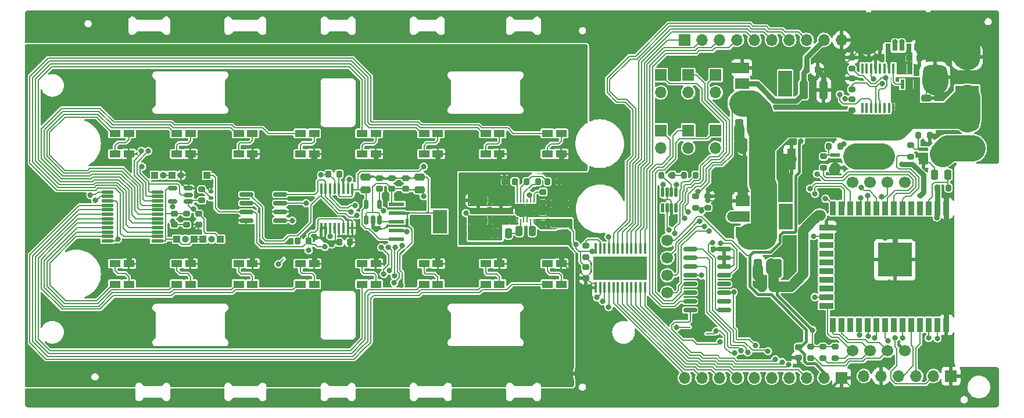
<source format=gtl>
G04 #@! TF.GenerationSoftware,KiCad,Pcbnew,(6.0.1-0)*
G04 #@! TF.CreationDate,2022-03-11T15:24:17+09:00*
G04 #@! TF.ProjectId,qLAMP-main,714c414d-502d-46d6-9169-6e2e6b696361,rev?*
G04 #@! TF.SameCoordinates,Original*
G04 #@! TF.FileFunction,Copper,L1,Top*
G04 #@! TF.FilePolarity,Positive*
%FSLAX46Y46*%
G04 Gerber Fmt 4.6, Leading zero omitted, Abs format (unit mm)*
G04 Created by KiCad (PCBNEW (6.0.1-0)) date 2022-03-11 15:24:17*
%MOMM*%
%LPD*%
G01*
G04 APERTURE LIST*
G04 Aperture macros list*
%AMRoundRect*
0 Rectangle with rounded corners*
0 $1 Rounding radius*
0 $2 $3 $4 $5 $6 $7 $8 $9 X,Y pos of 4 corners*
0 Add a 4 corners polygon primitive as box body*
4,1,4,$2,$3,$4,$5,$6,$7,$8,$9,$2,$3,0*
0 Add four circle primitives for the rounded corners*
1,1,$1+$1,$2,$3*
1,1,$1+$1,$4,$5*
1,1,$1+$1,$6,$7*
1,1,$1+$1,$8,$9*
0 Add four rect primitives between the rounded corners*
20,1,$1+$1,$2,$3,$4,$5,0*
20,1,$1+$1,$4,$5,$6,$7,0*
20,1,$1+$1,$6,$7,$8,$9,0*
20,1,$1+$1,$8,$9,$2,$3,0*%
%AMFreePoly0*
4,1,22,0.500000,-0.750000,0.000000,-0.750000,0.000000,-0.745033,-0.079941,-0.743568,-0.215256,-0.701293,-0.333266,-0.622738,-0.424486,-0.514219,-0.481581,-0.384460,-0.499164,-0.250000,-0.500000,-0.250000,-0.500000,0.250000,-0.499164,0.250000,-0.499963,0.256109,-0.478152,0.396186,-0.417904,0.524511,-0.324060,0.630769,-0.204165,0.706417,-0.067858,0.745374,0.000000,0.744959,0.000000,0.750000,
0.500000,0.750000,0.500000,-0.750000,0.500000,-0.750000,$1*%
%AMFreePoly1*
4,1,20,0.000000,0.744959,0.073905,0.744508,0.209726,0.703889,0.328688,0.626782,0.421226,0.519385,0.479903,0.390333,0.500000,0.250000,0.500000,-0.250000,0.499851,-0.262216,0.476331,-0.402017,0.414519,-0.529596,0.319384,-0.634700,0.198574,-0.708877,0.061801,-0.746166,0.000000,-0.745033,0.000000,-0.750000,-0.500000,-0.750000,-0.500000,0.750000,0.000000,0.750000,0.000000,0.744959,
0.000000,0.744959,$1*%
G04 Aperture macros list end*
G04 #@! TA.AperFunction,SMDPad,CuDef*
%ADD10RoundRect,0.150000X0.825000X0.150000X-0.825000X0.150000X-0.825000X-0.150000X0.825000X-0.150000X0*%
G04 #@! TD*
G04 #@! TA.AperFunction,ComponentPad*
%ADD11C,2.000000*%
G04 #@! TD*
G04 #@! TA.AperFunction,SMDPad,CuDef*
%ADD12FreePoly0,180.000000*%
G04 #@! TD*
G04 #@! TA.AperFunction,SMDPad,CuDef*
%ADD13FreePoly1,180.000000*%
G04 #@! TD*
G04 #@! TA.AperFunction,SMDPad,CuDef*
%ADD14RoundRect,0.100000X-0.100000X0.637500X-0.100000X-0.637500X0.100000X-0.637500X0.100000X0.637500X0*%
G04 #@! TD*
G04 #@! TA.AperFunction,SMDPad,CuDef*
%ADD15R,0.249999X0.499999*%
G04 #@! TD*
G04 #@! TA.AperFunction,ComponentPad*
%ADD16C,0.600000*%
G04 #@! TD*
G04 #@! TA.AperFunction,SMDPad,CuDef*
%ADD17R,2.500000X1.500000*%
G04 #@! TD*
G04 #@! TA.AperFunction,SMDPad,CuDef*
%ADD18R,2.200000X0.600000*%
G04 #@! TD*
G04 #@! TA.AperFunction,SMDPad,CuDef*
%ADD19R,2.150000X3.450000*%
G04 #@! TD*
G04 #@! TA.AperFunction,SMDPad,CuDef*
%ADD20RoundRect,0.150000X0.150000X-0.512500X0.150000X0.512500X-0.150000X0.512500X-0.150000X-0.512500X0*%
G04 #@! TD*
G04 #@! TA.AperFunction,SMDPad,CuDef*
%ADD21R,2.000000X1.500000*%
G04 #@! TD*
G04 #@! TA.AperFunction,SMDPad,CuDef*
%ADD22R,2.000000X3.800000*%
G04 #@! TD*
G04 #@! TA.AperFunction,SMDPad,CuDef*
%ADD23RoundRect,0.250000X0.475000X-0.250000X0.475000X0.250000X-0.475000X0.250000X-0.475000X-0.250000X0*%
G04 #@! TD*
G04 #@! TA.AperFunction,SMDPad,CuDef*
%ADD24R,1.219200X3.098800*%
G04 #@! TD*
G04 #@! TA.AperFunction,SMDPad,CuDef*
%ADD25RoundRect,0.225000X0.250000X-0.225000X0.250000X0.225000X-0.250000X0.225000X-0.250000X-0.225000X0*%
G04 #@! TD*
G04 #@! TA.AperFunction,SMDPad,CuDef*
%ADD26RoundRect,0.250000X0.325000X1.100000X-0.325000X1.100000X-0.325000X-1.100000X0.325000X-1.100000X0*%
G04 #@! TD*
G04 #@! TA.AperFunction,SMDPad,CuDef*
%ADD27RoundRect,0.225000X0.225000X0.250000X-0.225000X0.250000X-0.225000X-0.250000X0.225000X-0.250000X0*%
G04 #@! TD*
G04 #@! TA.AperFunction,SMDPad,CuDef*
%ADD28RoundRect,0.250000X-0.325000X-1.100000X0.325000X-1.100000X0.325000X1.100000X-0.325000X1.100000X0*%
G04 #@! TD*
G04 #@! TA.AperFunction,SMDPad,CuDef*
%ADD29RoundRect,0.250000X0.250000X0.475000X-0.250000X0.475000X-0.250000X-0.475000X0.250000X-0.475000X0*%
G04 #@! TD*
G04 #@! TA.AperFunction,SMDPad,CuDef*
%ADD30RoundRect,0.225000X-0.225000X-0.250000X0.225000X-0.250000X0.225000X0.250000X-0.225000X0.250000X0*%
G04 #@! TD*
G04 #@! TA.AperFunction,SMDPad,CuDef*
%ADD31RoundRect,0.250000X1.100000X-0.325000X1.100000X0.325000X-1.100000X0.325000X-1.100000X-0.325000X0*%
G04 #@! TD*
G04 #@! TA.AperFunction,SMDPad,CuDef*
%ADD32RoundRect,0.111230X0.763770X0.111230X-0.763770X0.111230X-0.763770X-0.111230X0.763770X-0.111230X0*%
G04 #@! TD*
G04 #@! TA.AperFunction,SMDPad,CuDef*
%ADD33RoundRect,0.225000X-0.250000X0.225000X-0.250000X-0.225000X0.250000X-0.225000X0.250000X0.225000X0*%
G04 #@! TD*
G04 #@! TA.AperFunction,SMDPad,CuDef*
%ADD34RoundRect,0.111665X-0.111665X0.550835X-0.111665X-0.550835X0.111665X-0.550835X0.111665X0.550835X0*%
G04 #@! TD*
G04 #@! TA.AperFunction,SMDPad,CuDef*
%ADD35RoundRect,0.150000X0.512500X0.150000X-0.512500X0.150000X-0.512500X-0.150000X0.512500X-0.150000X0*%
G04 #@! TD*
G04 #@! TA.AperFunction,SMDPad,CuDef*
%ADD36R,0.410000X1.570000*%
G04 #@! TD*
G04 #@! TA.AperFunction,SMDPad,CuDef*
%ADD37RoundRect,0.200000X-0.275000X0.200000X-0.275000X-0.200000X0.275000X-0.200000X0.275000X0.200000X0*%
G04 #@! TD*
G04 #@! TA.AperFunction,SMDPad,CuDef*
%ADD38RoundRect,0.200000X-0.200000X-0.275000X0.200000X-0.275000X0.200000X0.275000X-0.200000X0.275000X0*%
G04 #@! TD*
G04 #@! TA.AperFunction,SMDPad,CuDef*
%ADD39RoundRect,0.200000X0.200000X0.275000X-0.200000X0.275000X-0.200000X-0.275000X0.200000X-0.275000X0*%
G04 #@! TD*
G04 #@! TA.AperFunction,SMDPad,CuDef*
%ADD40R,1.320800X0.558800*%
G04 #@! TD*
G04 #@! TA.AperFunction,SMDPad,CuDef*
%ADD41R,0.558800X1.320800*%
G04 #@! TD*
G04 #@! TA.AperFunction,SMDPad,CuDef*
%ADD42RoundRect,0.100000X0.100000X-0.687500X0.100000X0.687500X-0.100000X0.687500X-0.100000X-0.687500X0*%
G04 #@! TD*
G04 #@! TA.AperFunction,SMDPad,CuDef*
%ADD43R,7.800000X3.400000*%
G04 #@! TD*
G04 #@! TA.AperFunction,ComponentPad*
%ADD44R,1.700000X1.700000*%
G04 #@! TD*
G04 #@! TA.AperFunction,ComponentPad*
%ADD45O,1.700000X1.700000*%
G04 #@! TD*
G04 #@! TA.AperFunction,ComponentPad*
%ADD46R,3.500000X3.500000*%
G04 #@! TD*
G04 #@! TA.AperFunction,ComponentPad*
%ADD47RoundRect,0.750000X-1.000000X0.750000X-1.000000X-0.750000X1.000000X-0.750000X1.000000X0.750000X0*%
G04 #@! TD*
G04 #@! TA.AperFunction,ComponentPad*
%ADD48RoundRect,0.875000X-0.875000X0.875000X-0.875000X-0.875000X0.875000X-0.875000X0.875000X0.875000X0*%
G04 #@! TD*
G04 #@! TA.AperFunction,SMDPad,CuDef*
%ADD49R,1.600000X1.000000*%
G04 #@! TD*
G04 #@! TA.AperFunction,SMDPad,CuDef*
%ADD50RoundRect,0.200000X0.275000X-0.200000X0.275000X0.200000X-0.275000X0.200000X-0.275000X-0.200000X0*%
G04 #@! TD*
G04 #@! TA.AperFunction,ComponentPad*
%ADD51C,1.700000*%
G04 #@! TD*
G04 #@! TA.AperFunction,SMDPad,CuDef*
%ADD52RoundRect,0.035000X0.315000X0.465000X-0.315000X0.465000X-0.315000X-0.465000X0.315000X-0.465000X0*%
G04 #@! TD*
G04 #@! TA.AperFunction,SMDPad,CuDef*
%ADD53RoundRect,0.040000X0.360000X0.460000X-0.360000X0.460000X-0.360000X-0.460000X0.360000X-0.460000X0*%
G04 #@! TD*
G04 #@! TA.AperFunction,ComponentPad*
%ADD54O,1.000000X1.800000*%
G04 #@! TD*
G04 #@! TA.AperFunction,SMDPad,CuDef*
%ADD55R,0.900000X2.000000*%
G04 #@! TD*
G04 #@! TA.AperFunction,SMDPad,CuDef*
%ADD56R,2.000000X0.900000*%
G04 #@! TD*
G04 #@! TA.AperFunction,SMDPad,CuDef*
%ADD57R,5.000000X5.000000*%
G04 #@! TD*
G04 #@! TA.AperFunction,SMDPad,CuDef*
%ADD58RoundRect,0.140000X0.170000X-0.140000X0.170000X0.140000X-0.170000X0.140000X-0.170000X-0.140000X0*%
G04 #@! TD*
G04 #@! TA.AperFunction,ComponentPad*
%ADD59R,1.000000X1.000000*%
G04 #@! TD*
G04 #@! TA.AperFunction,ComponentPad*
%ADD60O,1.000000X1.000000*%
G04 #@! TD*
G04 #@! TA.AperFunction,ViaPad*
%ADD61C,0.800000*%
G04 #@! TD*
G04 #@! TA.AperFunction,Conductor*
%ADD62C,0.210820*%
G04 #@! TD*
G04 #@! TA.AperFunction,Conductor*
%ADD63C,0.762000*%
G04 #@! TD*
G04 #@! TA.AperFunction,Conductor*
%ADD64C,0.203200*%
G04 #@! TD*
G04 #@! TA.AperFunction,Conductor*
%ADD65C,0.381000*%
G04 #@! TD*
G04 #@! TA.AperFunction,Conductor*
%ADD66C,1.524000*%
G04 #@! TD*
G04 #@! TA.AperFunction,Conductor*
%ADD67C,3.810000*%
G04 #@! TD*
G04 APERTURE END LIST*
G36*
X147250000Y-126300000D02*
G01*
X146750000Y-126300000D01*
X146750000Y-125700000D01*
X147250000Y-125700000D01*
X147250000Y-126300000D01*
G37*
D10*
X104235000Y-103695000D03*
X104235000Y-102425000D03*
X104235000Y-101155000D03*
X104235000Y-99885000D03*
X99285000Y-99885000D03*
X99285000Y-101155000D03*
X99285000Y-102425000D03*
X99285000Y-103695000D03*
D11*
X205069999Y-89680009D03*
X205069999Y-93180009D03*
D12*
X147650000Y-126000000D03*
D13*
X146350000Y-126000000D03*
D14*
X193553292Y-81537300D03*
X192903292Y-81537300D03*
X192253292Y-81537300D03*
X191603292Y-81537300D03*
X190953292Y-81537300D03*
X190303292Y-81537300D03*
X189653292Y-81537300D03*
X189003292Y-81537300D03*
X189003292Y-87262300D03*
X189653292Y-87262300D03*
X190303292Y-87262300D03*
X190953292Y-87262300D03*
X191603292Y-87262300D03*
X192253292Y-87262300D03*
X192903292Y-87262300D03*
X193553292Y-87262300D03*
D15*
X141216000Y-100820000D03*
X140716001Y-100820000D03*
X140216000Y-100820000D03*
X139716000Y-100820000D03*
X139215999Y-100820000D03*
X138716000Y-100820000D03*
X138716000Y-103720000D03*
X139215999Y-103720000D03*
X139716000Y-103720000D03*
X140216000Y-103720000D03*
X140716001Y-103720000D03*
X141216000Y-103720000D03*
D16*
X140966001Y-102270000D03*
X139966000Y-101770001D03*
X139966000Y-102870000D03*
X138965999Y-102270000D03*
D17*
X139966000Y-102270000D03*
D18*
X121168500Y-101310000D03*
X121168500Y-102580000D03*
X121168500Y-103850000D03*
X121168500Y-105120000D03*
X121168500Y-106390000D03*
D19*
X127468500Y-103850000D03*
D20*
X116766000Y-103627500D03*
X117716000Y-103627500D03*
X118666000Y-103627500D03*
X118666000Y-101352500D03*
X116766000Y-101352500D03*
D21*
X171570000Y-100850000D03*
X171570000Y-103150000D03*
X171570000Y-105450000D03*
D22*
X177870000Y-103150000D03*
D21*
X171480000Y-81460000D03*
X171480000Y-83760000D03*
X171480000Y-86060000D03*
D22*
X177780000Y-83760000D03*
D23*
X124532000Y-99249995D03*
X124532000Y-97349995D03*
D24*
X178680000Y-89627300D03*
X178680000Y-94732700D03*
D25*
X122500000Y-99074995D03*
X122500000Y-97524995D03*
D26*
X174055000Y-90250000D03*
X171105000Y-90250000D03*
D27*
X173365000Y-93260000D03*
X171815000Y-93260000D03*
D28*
X180455000Y-84680000D03*
X183405000Y-84680000D03*
D25*
X118690000Y-99074995D03*
X118690000Y-97524995D03*
D27*
X176095000Y-113360000D03*
X174545000Y-113360000D03*
D23*
X116658000Y-99249995D03*
X116658000Y-97349995D03*
D29*
X137446000Y-105570000D03*
X135546000Y-105570000D03*
D30*
X195788292Y-79999800D03*
X197338292Y-79999800D03*
D27*
X138420995Y-98029993D03*
X136870995Y-98029993D03*
D31*
X133096000Y-103695000D03*
X133096000Y-100745000D03*
D11*
X191850000Y-90800000D03*
X191850000Y-94300000D03*
D32*
X86295999Y-106695011D03*
X86295999Y-106045013D03*
X86295999Y-105395012D03*
X86295999Y-104745012D03*
X86295999Y-104095012D03*
X86295999Y-103445012D03*
X86295999Y-102795012D03*
X86295999Y-102145012D03*
X86295999Y-101495012D03*
X86295999Y-100845012D03*
X86295999Y-100195011D03*
X86295999Y-99545013D03*
X79095999Y-99545013D03*
X79095999Y-100195011D03*
X79095999Y-100845012D03*
X79095999Y-101495012D03*
X79095999Y-102145012D03*
X79095999Y-102795012D03*
X79095999Y-103445012D03*
X79095999Y-104095012D03*
X79095999Y-104745012D03*
X79095999Y-105395012D03*
X79095999Y-106045013D03*
X79095999Y-106695011D03*
D33*
X92336000Y-102725000D03*
X92336000Y-104275000D03*
X179705000Y-122161000D03*
X179705000Y-123711000D03*
D25*
X88780000Y-104275000D03*
X88780000Y-102725000D03*
D30*
X106771004Y-106722000D03*
X108321004Y-106722000D03*
D27*
X114401000Y-106870000D03*
X112851000Y-106870000D03*
X112801000Y-96950000D03*
X111251000Y-96950000D03*
D34*
X161861750Y-99600653D03*
X161211750Y-99600653D03*
X160561750Y-99600653D03*
X159911750Y-99600653D03*
X159911750Y-101875653D03*
X160561750Y-101875653D03*
X161211750Y-101875653D03*
X161861750Y-101875653D03*
D35*
X90833502Y-100910012D03*
X90833502Y-99960012D03*
X90833502Y-99010012D03*
X88558502Y-99010012D03*
X88558502Y-100910012D03*
D36*
X110176000Y-104790000D03*
X110826000Y-104790000D03*
X111476000Y-104790000D03*
X112126000Y-104790000D03*
X112776000Y-104790000D03*
X113426000Y-104790000D03*
X114076000Y-104790000D03*
X114726000Y-104790000D03*
X114726000Y-99050000D03*
X114076000Y-99050000D03*
X113426000Y-99050000D03*
X112776000Y-99050000D03*
X112126000Y-99050000D03*
X111476000Y-99050000D03*
X110826000Y-99050000D03*
X110176000Y-99050000D03*
D37*
X90558000Y-102675000D03*
X90558000Y-104325000D03*
D38*
X163061000Y-97110005D03*
X164711000Y-97110005D03*
D39*
X161381000Y-97110000D03*
X159731000Y-97110000D03*
D10*
X168886000Y-116780000D03*
X168886000Y-115510000D03*
X168886000Y-114240000D03*
X168886000Y-112970000D03*
X168886000Y-111700000D03*
X168886000Y-110430000D03*
X168886000Y-109160000D03*
X168886000Y-107890000D03*
X163936000Y-107890000D03*
X163936000Y-109160000D03*
X163936000Y-110430000D03*
X163936000Y-111700000D03*
X163936000Y-112970000D03*
X163936000Y-114240000D03*
X163936000Y-115510000D03*
X163936000Y-116780000D03*
D25*
X120468000Y-99074995D03*
X120468000Y-97524995D03*
D40*
X197927800Y-93340200D03*
X197927800Y-95219800D03*
X200112200Y-94280000D03*
X185087800Y-94180200D03*
X185087800Y-96059800D03*
X187272200Y-95120000D03*
D41*
X194838492Y-83802000D03*
X196718092Y-83802000D03*
X195778292Y-81617600D03*
D42*
X150181000Y-113492500D03*
X150831000Y-113492500D03*
X151481000Y-113492500D03*
X152131000Y-113492500D03*
X152781000Y-113492500D03*
X153431000Y-113492500D03*
X154081000Y-113492500D03*
X154731000Y-113492500D03*
X155381000Y-113492500D03*
X156031000Y-113492500D03*
X156681000Y-113492500D03*
X157331000Y-113492500D03*
X157331000Y-107767500D03*
X156681000Y-107767500D03*
X156031000Y-107767500D03*
X155381000Y-107767500D03*
X154731000Y-107767500D03*
X154081000Y-107767500D03*
X153431000Y-107767500D03*
X152781000Y-107767500D03*
X152131000Y-107767500D03*
X151481000Y-107767500D03*
X150831000Y-107767500D03*
X150181000Y-107767500D03*
D16*
X155706000Y-111930000D03*
X150506000Y-110630000D03*
X151806000Y-109330000D03*
X150506000Y-111930000D03*
X153106000Y-110630000D03*
X155706000Y-109330000D03*
X151806000Y-111930000D03*
X154406000Y-111930000D03*
X154406000Y-109330000D03*
X153106000Y-109330000D03*
X151806000Y-110630000D03*
X157006000Y-111930000D03*
D43*
X153756000Y-110630000D03*
D16*
X153106000Y-111930000D03*
X154406000Y-110630000D03*
X155706000Y-110630000D03*
X157006000Y-110630000D03*
X150506000Y-109330000D03*
X157006000Y-109330000D03*
D25*
X142495998Y-104124998D03*
X142495998Y-102574998D03*
D37*
X164749988Y-100175001D03*
X164749988Y-101825001D03*
D29*
X201475000Y-97020000D03*
X199575000Y-97020000D03*
D44*
X167646956Y-90579052D03*
D45*
X167646956Y-93119052D03*
D44*
X159646956Y-90579052D03*
D45*
X159646956Y-93119052D03*
D44*
X167646956Y-82479052D03*
D45*
X167646956Y-85019052D03*
D44*
X163646956Y-82479052D03*
D45*
X163646956Y-85019052D03*
D44*
X159646956Y-82479052D03*
D45*
X159646956Y-85019052D03*
D44*
X163646956Y-90579052D03*
D45*
X163646956Y-93119052D03*
D39*
X198845000Y-91305000D03*
X197195000Y-91305000D03*
X185815000Y-92860000D03*
X184165000Y-92860000D03*
X141761006Y-98029993D03*
X140111006Y-98029993D03*
D37*
X187500006Y-79896200D03*
X187500006Y-81546200D03*
X187500006Y-82944200D03*
X187500006Y-84594200D03*
X196100000Y-92745000D03*
X196100000Y-94395000D03*
X183390000Y-94365000D03*
X183390000Y-96015000D03*
X148756005Y-107394991D03*
X148756005Y-109044991D03*
D39*
X201575000Y-98940000D03*
X199925000Y-98940000D03*
D37*
X187500006Y-85992200D03*
X187500006Y-87642200D03*
D33*
X148756005Y-110515012D03*
X148756005Y-112065012D03*
D26*
X176715000Y-110630000D03*
X173765000Y-110630000D03*
D30*
X180925000Y-81680000D03*
X182475000Y-81680000D03*
D46*
X204295792Y-85809800D03*
D47*
X204295792Y-79809800D03*
D48*
X199595792Y-82809800D03*
D49*
X107157211Y-91002066D03*
X107157211Y-94002066D03*
D50*
X181483000Y-123761000D03*
X181483000Y-122111000D03*
D49*
X134157211Y-113001633D03*
X134157211Y-110001633D03*
X89157211Y-91002066D03*
X89157211Y-94002066D03*
X134157211Y-91002066D03*
X134157211Y-94002066D03*
X127157211Y-113001633D03*
X127157211Y-110001633D03*
X136157211Y-91002066D03*
X136157211Y-94002066D03*
X143157211Y-91002066D03*
X143157211Y-94002066D03*
X100157211Y-113001633D03*
X100157211Y-110001633D03*
D51*
X187611003Y-98175006D03*
X190151003Y-98175006D03*
X192691003Y-98175006D03*
X195231003Y-98175006D03*
X187611003Y-122675006D03*
X190151003Y-122675006D03*
X192691003Y-122675006D03*
X195231003Y-122675006D03*
X160611003Y-106615006D03*
X160611003Y-109155006D03*
X160611003Y-111695006D03*
X160611003Y-114235006D03*
D49*
X100157211Y-91002066D03*
X100157211Y-94002066D03*
D50*
X185039000Y-123761000D03*
X185039000Y-122111000D03*
D49*
X125157211Y-113001633D03*
X125157211Y-110001633D03*
X116157211Y-113001633D03*
X116157211Y-110001633D03*
D31*
X136386000Y-103695000D03*
X136386000Y-100745000D03*
D52*
X194788282Y-78419792D03*
X192788282Y-78419792D03*
D53*
X191588282Y-78419792D03*
D52*
X193788282Y-78419792D03*
X195788282Y-78419792D03*
D53*
X196988282Y-78419792D03*
D54*
X198608282Y-78419792D03*
X198608282Y-74619792D03*
X189968282Y-78419792D03*
X189968282Y-74619792D03*
D33*
X142495998Y-99534999D03*
X142495998Y-101084999D03*
D44*
X186001000Y-126628000D03*
D45*
X183461000Y-126628000D03*
X180921000Y-126628000D03*
X178381000Y-126628000D03*
X175841000Y-126628000D03*
X173301000Y-126628000D03*
X170761000Y-126628000D03*
X168221000Y-126628000D03*
X165681000Y-126628000D03*
X163141000Y-126628000D03*
D49*
X82157211Y-113001633D03*
X82157211Y-110001633D03*
X118157211Y-113001633D03*
X118157211Y-110001633D03*
D38*
X143170995Y-98029993D03*
X144820995Y-98029993D03*
D49*
X109157211Y-113001633D03*
X109157211Y-110001633D03*
X118157211Y-91002066D03*
X118157211Y-94002066D03*
X109157211Y-91002066D03*
X109157211Y-94002066D03*
X80157211Y-91002066D03*
X80157211Y-94002066D03*
X98157211Y-113001633D03*
X98157211Y-110001633D03*
D23*
X198308292Y-87719800D03*
X198308292Y-85819800D03*
D55*
X201261000Y-101920000D03*
X199991000Y-101920000D03*
X198721000Y-101920000D03*
X197451000Y-101920000D03*
X196181000Y-101920000D03*
X194911000Y-101920000D03*
X193641000Y-101920000D03*
X192371000Y-101920000D03*
X191101000Y-101920000D03*
X189831000Y-101920000D03*
X188561000Y-101920000D03*
X187291000Y-101920000D03*
X186021000Y-101920000D03*
X184751000Y-101920000D03*
D56*
X183751000Y-104705000D03*
X183751000Y-105975000D03*
X183751000Y-107245000D03*
X183751000Y-108515000D03*
X183751000Y-109785000D03*
X183751000Y-111055000D03*
X183751000Y-112325000D03*
X183751000Y-113595000D03*
X183751000Y-114865000D03*
X183751000Y-116135000D03*
D55*
X184751000Y-118920000D03*
X186021000Y-118920000D03*
X187291000Y-118920000D03*
X188561000Y-118920000D03*
X189831000Y-118920000D03*
X191101000Y-118920000D03*
X192371000Y-118920000D03*
X193641000Y-118920000D03*
X194911000Y-118920000D03*
X196181000Y-118920000D03*
X197451000Y-118920000D03*
X198721000Y-118920000D03*
X199991000Y-118920000D03*
X201261000Y-118920000D03*
D57*
X193761000Y-109420000D03*
D49*
X80157211Y-113001633D03*
X80157211Y-110001633D03*
D44*
X201946000Y-126380000D03*
D45*
X199406000Y-126380000D03*
X196866000Y-126380000D03*
X194326000Y-126380000D03*
X191786000Y-126380000D03*
X189246002Y-126380011D03*
D50*
X166527988Y-101825001D03*
X166527988Y-100175001D03*
D49*
X91157211Y-113001633D03*
X91157211Y-110001633D03*
X127157211Y-91002066D03*
X127157211Y-94002066D03*
D58*
X94146005Y-100440012D03*
X94146005Y-99480012D03*
D49*
X89157211Y-113001633D03*
X89157211Y-110001633D03*
D44*
X163141000Y-77372000D03*
D45*
X165681000Y-77372000D03*
X168221000Y-77372000D03*
X170761000Y-77372000D03*
X173301000Y-77372000D03*
X175841000Y-77372000D03*
X178381000Y-77372000D03*
X180921000Y-77372000D03*
X183461000Y-77372000D03*
X186001000Y-77372000D03*
D49*
X125157211Y-91002066D03*
X125157211Y-94002066D03*
X145157211Y-113001633D03*
X145157211Y-110001633D03*
D37*
X92776006Y-99135012D03*
X92776006Y-100785012D03*
D50*
X183261000Y-123761000D03*
X183261000Y-122111000D03*
D49*
X116157211Y-91002066D03*
X116157211Y-94002066D03*
D29*
X140936000Y-105230000D03*
X139036000Y-105230000D03*
D49*
X91157211Y-91002066D03*
X91157211Y-94002066D03*
X145157211Y-91002066D03*
X145157211Y-94002066D03*
X82157211Y-91002066D03*
X82157211Y-94002066D03*
X107157211Y-113001633D03*
X107157211Y-110001633D03*
X98157211Y-91002066D03*
X98157211Y-94002066D03*
X143157211Y-113001633D03*
X143157211Y-110001633D03*
D31*
X144936000Y-104185000D03*
X144936000Y-101235000D03*
D49*
X136157211Y-113001633D03*
X136157211Y-110001633D03*
D59*
X89155998Y-106419994D03*
X95505998Y-106419994D03*
X93536000Y-97110005D03*
X85916000Y-97110005D03*
D60*
X87186000Y-97110005D03*
D59*
X91695998Y-106419994D03*
D60*
X90425998Y-106419994D03*
D59*
X92965998Y-106419994D03*
D60*
X94235998Y-106419994D03*
D59*
X88456000Y-97110005D03*
D60*
X89726000Y-97110005D03*
D61*
X102380000Y-103090000D03*
X107350000Y-98840000D03*
X108260000Y-96620000D03*
X104190000Y-96660000D03*
X101720000Y-100230000D03*
X99840000Y-96540000D03*
X97390000Y-99040000D03*
X95460000Y-96570000D03*
X95860000Y-101080000D03*
X95440000Y-103380000D03*
X97840000Y-105880000D03*
X99900000Y-104730000D03*
X96850000Y-107460000D03*
X100060000Y-107370000D03*
X103170000Y-105450000D03*
X106480000Y-104970000D03*
X107410000Y-102450000D03*
X108000871Y-101178919D03*
X110165985Y-97071890D03*
X105950000Y-103710000D03*
X105550000Y-106831890D03*
X97840000Y-103650000D03*
X170410197Y-123033136D03*
X103966000Y-110050000D03*
X161976046Y-119259954D03*
X167696000Y-119850000D03*
X152072890Y-106070678D03*
X182086000Y-114870000D03*
X67990000Y-106980000D03*
X121430009Y-100130000D03*
X68800000Y-102190000D03*
X145580000Y-111170000D03*
X145146000Y-94840000D03*
X116870000Y-80760000D03*
X89580000Y-115080000D03*
X84780000Y-96730000D03*
X139150000Y-114760000D03*
X142310000Y-92500000D03*
X112510000Y-79180000D03*
X118250000Y-88500000D03*
X98310000Y-114680000D03*
X114206000Y-109030000D03*
X128020000Y-85120000D03*
X133130000Y-92620000D03*
X100146000Y-109030000D03*
X85720000Y-91040000D03*
X140570000Y-122060000D03*
X68070000Y-97080000D03*
X94410000Y-104740000D03*
X126480000Y-96960000D03*
X100870000Y-85450000D03*
X76790000Y-107980000D03*
X125540000Y-115080000D03*
X93730000Y-101840000D03*
X103330000Y-90090000D03*
X97850000Y-79290000D03*
X137160000Y-92700000D03*
X104890000Y-121730000D03*
X113450000Y-82100000D03*
X102840000Y-114780000D03*
X90610000Y-79070000D03*
X130740000Y-112850000D03*
X124890000Y-117140000D03*
X109710000Y-92840000D03*
X81730000Y-85640000D03*
X69890000Y-115290000D03*
X97390000Y-118430000D03*
X136086000Y-94840000D03*
X118460000Y-115800000D03*
X105940000Y-86910000D03*
X115690000Y-92260000D03*
X72920000Y-82170000D03*
X139200000Y-109860000D03*
X84470000Y-79070000D03*
X147450000Y-89590000D03*
X77500000Y-121640000D03*
X128800000Y-106390000D03*
X109260000Y-114530000D03*
X124489997Y-101840005D03*
X118146000Y-109030000D03*
X121820000Y-122420000D03*
X109400000Y-89660000D03*
X70410000Y-100050000D03*
X121500011Y-98289999D03*
X84990000Y-81990000D03*
X109066000Y-94840000D03*
X140060000Y-85160000D03*
X75170000Y-100540000D03*
X125350000Y-89020000D03*
X80570000Y-119780000D03*
X73040000Y-121920000D03*
X78700000Y-91140000D03*
X146680000Y-94060000D03*
X98170000Y-121910000D03*
X91116000Y-109030000D03*
X124190000Y-80550000D03*
X128180000Y-122340000D03*
X103030000Y-118590000D03*
X142920000Y-120540000D03*
X127166000Y-94840000D03*
X134040000Y-80470000D03*
X87716000Y-107610000D03*
X145156000Y-109040000D03*
X128860000Y-96770000D03*
X72920000Y-117790000D03*
X89440000Y-88970000D03*
X109500010Y-102350011D03*
X118176000Y-94840000D03*
X109106000Y-109030000D03*
X74940000Y-106920000D03*
X124260000Y-107480000D03*
X114290000Y-90880000D03*
X123510000Y-103420000D03*
X76630000Y-84070000D03*
X91511430Y-104954024D03*
X77200000Y-125040000D03*
X119630012Y-100079988D03*
X82176000Y-109030000D03*
X84900000Y-88560000D03*
X124490000Y-92260000D03*
X80580000Y-124830000D03*
X145010000Y-118510000D03*
X112920000Y-113080000D03*
X115740002Y-100410010D03*
X142630000Y-115810000D03*
X84740000Y-117130000D03*
X138740000Y-90220000D03*
X93750000Y-124880000D03*
X79280000Y-87580000D03*
X71090000Y-79020000D03*
X110080000Y-121830000D03*
X110970009Y-102299999D03*
X104290000Y-82130000D03*
X136216000Y-109030000D03*
X104980000Y-114850000D03*
X97670000Y-82240000D03*
X145280000Y-122260000D03*
X109290000Y-84670000D03*
X121740000Y-90980000D03*
X127860000Y-92660000D03*
X134210000Y-114610000D03*
X100230000Y-118450000D03*
X103080000Y-121880000D03*
X91126000Y-94840000D03*
X110030006Y-101059996D03*
X68160000Y-123400000D03*
X98020000Y-88880000D03*
X77640000Y-117600000D03*
X87010000Y-124890000D03*
X67820000Y-81360000D03*
X107320000Y-118450000D03*
X113466000Y-94841020D03*
X127076000Y-109030000D03*
X82166000Y-94860000D03*
X81060000Y-121650000D03*
X69850000Y-88760000D03*
X142910000Y-89280000D03*
X137400000Y-111950000D03*
X134060000Y-89300000D03*
X130780000Y-91010000D03*
X118660000Y-92760000D03*
X68200000Y-126670000D03*
X77600000Y-79070000D03*
X113310010Y-101000001D03*
X106520000Y-92430000D03*
X94610000Y-90950000D03*
X145420000Y-114590000D03*
X84500000Y-107090000D03*
X102740000Y-124800000D03*
X97270000Y-92510000D03*
X83040000Y-92200000D03*
X104640000Y-79050000D03*
X122880000Y-85220000D03*
X115920000Y-124330000D03*
X141630000Y-112140000D03*
X144660000Y-84600000D03*
X118420000Y-84200000D03*
X91720000Y-92620000D03*
X72150000Y-86250000D03*
X140100000Y-118340000D03*
X121890000Y-119020000D03*
X71020000Y-103890000D03*
X118280000Y-121140000D03*
X100126000Y-94840000D03*
X112820000Y-93570000D03*
X139810000Y-92140000D03*
X88410000Y-92340000D03*
X117620000Y-107610000D03*
X75650000Y-126920000D03*
X147360000Y-79570000D03*
X91610000Y-96800000D03*
X72330000Y-125320000D03*
X126890000Y-101290000D03*
X128010000Y-118720000D03*
X80940000Y-115460000D03*
X84720000Y-120530000D03*
X121990000Y-115520000D03*
X81450000Y-107330000D03*
X78230000Y-94390000D03*
X100420000Y-92860000D03*
X159993887Y-98440263D03*
X80550117Y-106436953D03*
X168275911Y-121410065D03*
X199850000Y-103260000D03*
X194771240Y-95481696D03*
X197401788Y-100058212D03*
X140504484Y-99989896D03*
X111504969Y-106011081D03*
X88566000Y-101672300D03*
X181726000Y-119687126D03*
X175730000Y-110010000D03*
X182950000Y-102930000D03*
X108366000Y-108046300D03*
X143226000Y-103770000D03*
X170060000Y-103170000D03*
X147281000Y-107175000D03*
X149686000Y-108210000D03*
X125117879Y-95843700D03*
X161116000Y-97110000D03*
X91586000Y-102020000D03*
X131256000Y-102610000D03*
X84082483Y-95843700D03*
X165074299Y-99502624D03*
X125117890Y-100130000D03*
X181390000Y-99071859D03*
X160824505Y-105113727D03*
X199966000Y-120890000D03*
X76556000Y-100002890D03*
X175277030Y-122757506D03*
X77286000Y-100780000D03*
X198696000Y-120850000D03*
X194916000Y-120790000D03*
X172323445Y-122914030D03*
X84998252Y-93590068D03*
X165620000Y-102260000D03*
X182397167Y-96910231D03*
X119980274Y-107613769D03*
X115356981Y-102955791D03*
X120147289Y-110980171D03*
X190816000Y-120808775D03*
X83996000Y-93560000D03*
X192752408Y-121223602D03*
X171348522Y-122679645D03*
X114495297Y-102443043D03*
X189846156Y-120528649D03*
X120982977Y-107613769D03*
X120855399Y-111735233D03*
X191794614Y-100238254D03*
X170286000Y-114170000D03*
X118936000Y-107613769D03*
X114243165Y-97709947D03*
X161909850Y-98514392D03*
X173430144Y-121930426D03*
X119296000Y-111510000D03*
X186520000Y-85980000D03*
X165591000Y-111715000D03*
X161703039Y-105597039D03*
X163127980Y-103341890D03*
X167198065Y-106911149D03*
X163652516Y-102487329D03*
X168376000Y-106987300D03*
X191907567Y-83775288D03*
X193785589Y-77672020D03*
X192418792Y-82874441D03*
X194788292Y-77672020D03*
X139650000Y-76900000D03*
X173460000Y-74550000D03*
X130960000Y-98860000D03*
X189750000Y-115660000D03*
X203264246Y-77155754D03*
X187110000Y-78820000D03*
X136170000Y-129140000D03*
X190645000Y-76645000D03*
X184900000Y-96570000D03*
X119170000Y-76970000D03*
X174368280Y-112388280D03*
X171290000Y-92050000D03*
X132810000Y-98340000D03*
X89240000Y-129180000D03*
X138630000Y-106620000D03*
X165580000Y-114900000D03*
X185830000Y-106110000D03*
X109040000Y-75130000D03*
X112530000Y-130180000D03*
X165690000Y-93990000D03*
X197255680Y-75164320D03*
X174720000Y-78710000D03*
X162150000Y-95790000D03*
X200160000Y-116730000D03*
X159990000Y-117710000D03*
X151130000Y-119210000D03*
X173700000Y-130070000D03*
X111706000Y-107200229D03*
X94960000Y-129180000D03*
X122010000Y-129370000D03*
X169670000Y-128000000D03*
X131000000Y-105570000D03*
X187210000Y-76000000D03*
X195650000Y-116020000D03*
X207730000Y-94430000D03*
X144796000Y-102370000D03*
X116040000Y-75320000D03*
X192380000Y-106250000D03*
X108620000Y-129180000D03*
X168640000Y-102860000D03*
X129270000Y-75240000D03*
X121777458Y-113101644D03*
X112720000Y-77080000D03*
X171550000Y-99280000D03*
X162430000Y-89180000D03*
X99270000Y-73930000D03*
X159910000Y-74130000D03*
X150976000Y-117055903D03*
X81920000Y-128810000D03*
X182200000Y-73960000D03*
X207620000Y-85140000D03*
X78930000Y-76670000D03*
X155650000Y-78820000D03*
X146650000Y-99470000D03*
X185650000Y-116710000D03*
X116080000Y-129510000D03*
X109307240Y-106147026D03*
X136450000Y-102280000D03*
X183670000Y-128890000D03*
X154630000Y-90270000D03*
X144786000Y-105470000D03*
X153290000Y-117630000D03*
X165950000Y-79920000D03*
X175400000Y-81050000D03*
X159340000Y-86880000D03*
X130070000Y-129100000D03*
X189210000Y-106710000D03*
X176000000Y-84440000D03*
X153750000Y-98370000D03*
X142980000Y-75220000D03*
X149360000Y-129070000D03*
X199569007Y-91540479D03*
X166020000Y-73970000D03*
X201272812Y-75164320D03*
X161711760Y-103178161D03*
X179760000Y-78480000D03*
X171500000Y-117030000D03*
X95190000Y-75220000D03*
X136040000Y-75290000D03*
X168710000Y-105100000D03*
X170020000Y-81440000D03*
X67970000Y-129910000D03*
X77160000Y-129950000D03*
X89480000Y-75320000D03*
X143020000Y-128900000D03*
X178000000Y-114770000D03*
X81290000Y-74260000D03*
X139660000Y-130330000D03*
X170760000Y-112120000D03*
X178300000Y-106550000D03*
X99220000Y-76860000D03*
X197310000Y-94222302D03*
X125790000Y-76960000D03*
X161470000Y-126390000D03*
X184810000Y-82180000D03*
X146480000Y-97420000D03*
X72780000Y-129020000D03*
X70210000Y-76950000D03*
X176630000Y-117010000D03*
X154230000Y-87360000D03*
X205280000Y-74370000D03*
X194315680Y-75164320D03*
X167331000Y-107905000D03*
X145620000Y-106360000D03*
X196680000Y-106320000D03*
X198630000Y-109520000D03*
X166500000Y-100750000D03*
X181910000Y-83110000D03*
X68190000Y-74220000D03*
X135420000Y-98360000D03*
X167640000Y-96510000D03*
X185620000Y-111260000D03*
X178320000Y-75380000D03*
X183405000Y-82610000D03*
X167080000Y-130220000D03*
X185010000Y-86980000D03*
X122110000Y-75350000D03*
X201270000Y-100420000D03*
X153970000Y-75090000D03*
X170430000Y-79030000D03*
X207620000Y-77900000D03*
X85490000Y-130200000D03*
X160770000Y-80280000D03*
X201580200Y-78419800D03*
X207250000Y-87950000D03*
X186292776Y-92541689D03*
X181710000Y-127980000D03*
X165630000Y-90770000D03*
X184830000Y-76290000D03*
X201256000Y-120710000D03*
X192730000Y-114880000D03*
X177910000Y-99433879D03*
X118206710Y-104939290D03*
X159150000Y-129970000D03*
X103640000Y-129370000D03*
X169960000Y-99610000D03*
X149170429Y-122816188D03*
X150650000Y-84190000D03*
X149390000Y-77070000D03*
X148140000Y-98370000D03*
X191375680Y-75164320D03*
X177590000Y-94910000D03*
X200090000Y-105960000D03*
X186260000Y-114700000D03*
X178980000Y-80860000D03*
X165780000Y-82220000D03*
X85010000Y-77060000D03*
X179200000Y-130080000D03*
X158071539Y-115504461D03*
X179650000Y-116370000D03*
X143290000Y-106660000D03*
X133430000Y-102310000D03*
X198200000Y-112640000D03*
X187890000Y-73600000D03*
X159250000Y-127890000D03*
X164340000Y-128070000D03*
X181050000Y-86980000D03*
X188250000Y-112610000D03*
X173080000Y-115090000D03*
X98980000Y-130270000D03*
X125670000Y-73810000D03*
X201607796Y-80797796D03*
X182240000Y-76270000D03*
X166830000Y-99140000D03*
X171270000Y-95810000D03*
X139570000Y-73730000D03*
X113020000Y-73770000D03*
X167130000Y-88810000D03*
X161600000Y-82810000D03*
X85110000Y-73730000D03*
X74750000Y-74360000D03*
X205210000Y-82920000D03*
X171680000Y-109540000D03*
X173300000Y-82640000D03*
X103290000Y-75170000D03*
X179000000Y-109880000D03*
X159575348Y-103109481D03*
X192940000Y-112710000D03*
X126370000Y-130270000D03*
X176940000Y-127970000D03*
X187510000Y-109590000D03*
X120831190Y-112770000D03*
X115116000Y-101539560D03*
X121950124Y-107349120D03*
X188576000Y-120395236D03*
X88523790Y-103777677D03*
X92776006Y-99135012D03*
X110722231Y-107540000D03*
X122686000Y-105340000D03*
X119232007Y-102274492D03*
X180080000Y-92135000D03*
X190610000Y-83070000D03*
X185773649Y-85310393D03*
X181916000Y-105970000D03*
X150386000Y-114930000D03*
X183660000Y-100530000D03*
X151220145Y-115486430D03*
X152071519Y-116347793D03*
X182134985Y-99815015D03*
X178326000Y-124761769D03*
X177335297Y-124348229D03*
X176342290Y-123934689D03*
X193770000Y-120840000D03*
X165289153Y-103822068D03*
X188875521Y-98890087D03*
X189760000Y-100041237D03*
X165998171Y-104531085D03*
X188760000Y-100454777D03*
X166707189Y-105240103D03*
D62*
X107976952Y-101155000D02*
X108000871Y-101178919D01*
X104235000Y-101155000D02*
X107976952Y-101155000D01*
X110165985Y-97071890D02*
X111129110Y-97071890D01*
X111129110Y-97071890D02*
X111251000Y-96950000D01*
X105935000Y-103695000D02*
X105950000Y-103710000D01*
X104235000Y-103695000D02*
X105935000Y-103695000D01*
X104235000Y-99885000D02*
X109275000Y-99885000D01*
X109275000Y-99885000D02*
X109662879Y-99497121D01*
X109662879Y-99497121D02*
X109662879Y-97937121D01*
X109820000Y-97780000D02*
X110550000Y-97780000D01*
X109662879Y-97937121D02*
X109820000Y-97780000D01*
X110550000Y-97780000D02*
X110826000Y-98056000D01*
X110826000Y-98056000D02*
X110826000Y-99050000D01*
X99285000Y-99885000D02*
X99719834Y-99885000D01*
X102110000Y-106712920D02*
X104667535Y-106712920D01*
X108665595Y-104015843D02*
X108665595Y-101422972D01*
X99719834Y-99885000D02*
X101637080Y-101802247D01*
X106742568Y-105938870D02*
X108665595Y-104015843D01*
X101637080Y-101802247D02*
X101637080Y-106240000D01*
X101637080Y-106240000D02*
X102110000Y-106712920D01*
X104667535Y-106712920D02*
X105441585Y-105938870D01*
X105441585Y-105938870D02*
X106742568Y-105938870D01*
X108665595Y-101422972D02*
X109933734Y-100154833D01*
X109933734Y-100154833D02*
X110176000Y-100154833D01*
X101223540Y-101973540D02*
X101223540Y-106130000D01*
X105280000Y-107126460D02*
X105280000Y-107101890D01*
X101223540Y-106130000D02*
X101223540Y-106778706D01*
X101223540Y-106778706D02*
X101571294Y-107126460D01*
X100470000Y-101220000D02*
X101223540Y-101973540D01*
X101571294Y-107126460D02*
X105280000Y-107126460D01*
X99769833Y-101155000D02*
X99834833Y-101220000D01*
X105280000Y-107101890D02*
X105550000Y-106831890D01*
X99834833Y-101220000D02*
X100470000Y-101220000D01*
X99285000Y-101155000D02*
X99769833Y-101155000D01*
X108321004Y-106722000D02*
X108321004Y-106758996D01*
X107540000Y-107540000D02*
X101400000Y-107540000D01*
X108321004Y-106758996D02*
X107540000Y-107540000D01*
X101400000Y-107540000D02*
X100810000Y-106950000D01*
X100810000Y-106950000D02*
X100810000Y-102780000D01*
X100810000Y-102780000D02*
X100455000Y-102425000D01*
X100455000Y-102425000D02*
X99285000Y-102425000D01*
X95345000Y-102425000D02*
X94764135Y-101844135D01*
X99285000Y-102425000D02*
X95345000Y-102425000D01*
X94764135Y-101844135D02*
X94764135Y-97434135D01*
X94764135Y-97434135D02*
X94440005Y-97110005D01*
X97885000Y-103695000D02*
X97840000Y-103650000D01*
X99285000Y-103695000D02*
X97885000Y-103695000D01*
X104732000Y-109284000D02*
X103966000Y-110050000D01*
X163902245Y-119259954D02*
X163912200Y-119249999D01*
X168984032Y-120511968D02*
X168322064Y-119850000D01*
X169794302Y-123033136D02*
X170410197Y-123033136D01*
X168984033Y-122222867D02*
X169794302Y-123033136D01*
X167346000Y-120200000D02*
X167696000Y-119850000D01*
X168322064Y-119850000D02*
X167696000Y-119850000D01*
X166299800Y-120200000D02*
X167346000Y-120200000D01*
X168984032Y-120511968D02*
X168984033Y-122222867D01*
X161976046Y-119259954D02*
X163902245Y-119259954D01*
X182086000Y-114870000D02*
X183746000Y-114870000D01*
X152131000Y-107767500D02*
X152131000Y-106128788D01*
X152131000Y-106128788D02*
X152072890Y-106070678D01*
X183746000Y-114870000D02*
X183751000Y-114865000D01*
X114206000Y-107065000D02*
X114206000Y-109030000D01*
X146265332Y-123859332D02*
X146265332Y-110879332D01*
X94146005Y-99480012D02*
X94036012Y-99480012D01*
X114726000Y-104790000D02*
X114726000Y-105990000D01*
X91116000Y-109030000D02*
X89696000Y-107610000D01*
D63*
X91157211Y-109071211D02*
X91116000Y-109030000D01*
D62*
X93261480Y-98426882D02*
X93796000Y-98961402D01*
X89726000Y-98240000D02*
X90496000Y-99010000D01*
D63*
X100157211Y-110001633D02*
X100157211Y-109041211D01*
D62*
X92190454Y-104275000D02*
X91511430Y-104954024D01*
X114726000Y-105990000D02*
X114726000Y-106545000D01*
D63*
X127157211Y-94002066D02*
X127157211Y-94851211D01*
X91157211Y-110001633D02*
X91157211Y-109071211D01*
X91157211Y-94828789D02*
X91126000Y-94860000D01*
X118157211Y-94841211D02*
X118176000Y-94860000D01*
D62*
X112776000Y-105820000D02*
X112926000Y-105970000D01*
D63*
X127157211Y-109111211D02*
X127076000Y-109030000D01*
X109157211Y-94768789D02*
X109066000Y-94860000D01*
D64*
X146265332Y-125915332D02*
X146350000Y-126000000D01*
D63*
X109157211Y-109081211D02*
X109106000Y-109030000D01*
D62*
X113559130Y-94934150D02*
X113466000Y-94841020D01*
D63*
X109157211Y-94002066D02*
X109157211Y-94768789D01*
D62*
X112926000Y-105970000D02*
X114706000Y-105970000D01*
D64*
X146265332Y-123859332D02*
X146265332Y-125915332D01*
D62*
X109079135Y-103602031D02*
X109601166Y-103080000D01*
X115516473Y-100633539D02*
X113676472Y-100633539D01*
X108881304Y-104865304D02*
X108880696Y-104865304D01*
X113426000Y-97660000D02*
X113559130Y-97526870D01*
X114540000Y-103610000D02*
X114726000Y-103796000D01*
X89726000Y-96260000D02*
X91126000Y-94860000D01*
D63*
X145156000Y-94850000D02*
X145156000Y-94003277D01*
X127157211Y-110001633D02*
X127157211Y-109111211D01*
D62*
X89726000Y-97110005D02*
X89726000Y-98240000D01*
D63*
X145156000Y-110000422D02*
X145157211Y-110001633D01*
D62*
X113676472Y-100633539D02*
X113310010Y-101000001D01*
X107160000Y-106106272D02*
X107160000Y-106333004D01*
D63*
X136157211Y-94002066D02*
X136157211Y-94788789D01*
X82157211Y-110001633D02*
X82157211Y-109048789D01*
D62*
X108881304Y-104865304D02*
X109079134Y-104667474D01*
D63*
X136157211Y-94788789D02*
X136086000Y-94860000D01*
D62*
X113559130Y-97526870D02*
X113559130Y-96680870D01*
X113559130Y-96680870D02*
X113559130Y-94934150D01*
X109079134Y-104667474D02*
X109079135Y-103602031D01*
D63*
X82157211Y-94851211D02*
X82166000Y-94860000D01*
D62*
X113546000Y-103080000D02*
X114076000Y-103610000D01*
X108301142Y-104965130D02*
X107160000Y-106106272D01*
D63*
X118157211Y-109041211D02*
X118146000Y-109030000D01*
X127157211Y-94851211D02*
X127166000Y-94860000D01*
X118157211Y-94002066D02*
X118157211Y-94841211D01*
D62*
X107160000Y-106333004D02*
X106771004Y-106722000D01*
X112776000Y-104790000D02*
X112776000Y-105820000D01*
X114076000Y-103610000D02*
X114540000Y-103610000D01*
D63*
X145156000Y-109040000D02*
X145156000Y-110000422D01*
D62*
X114726000Y-106545000D02*
X114401000Y-106870000D01*
X114401000Y-106870000D02*
X114206000Y-107065000D01*
D63*
X136157211Y-109088789D02*
X136216000Y-109030000D01*
X100157211Y-94002066D02*
X100157211Y-94828789D01*
X82157211Y-109048789D02*
X82176000Y-109030000D01*
X82157211Y-94002066D02*
X82157211Y-94851211D01*
X100157211Y-94828789D02*
X100126000Y-94860000D01*
D62*
X92336000Y-104275000D02*
X92190454Y-104275000D01*
X91707402Y-99010012D02*
X92290532Y-98426882D01*
X93796000Y-98961402D02*
X93796000Y-99240000D01*
X109601166Y-103080000D02*
X113546000Y-103080000D01*
D63*
X136157211Y-110001633D02*
X136157211Y-109088789D01*
X109157211Y-110001633D02*
X109157211Y-109081211D01*
D62*
X114726000Y-103796000D02*
X114726000Y-104790000D01*
X114076000Y-103610000D02*
X114076000Y-104790000D01*
X89726000Y-97110005D02*
X89726000Y-96260000D01*
X108881304Y-104865304D02*
X108781478Y-104965130D01*
X113426000Y-99050000D02*
X113426000Y-97660000D01*
X106771004Y-106704996D02*
X106771004Y-106722000D01*
X94036012Y-99480012D02*
X93796000Y-99240000D01*
X114706000Y-105970000D02*
X114726000Y-105990000D01*
D63*
X91157211Y-94002066D02*
X91157211Y-94828789D01*
X118157211Y-110001633D02*
X118157211Y-109041211D01*
D62*
X115740002Y-100410010D02*
X115516473Y-100633539D01*
D63*
X145156000Y-94003277D02*
X145157211Y-94002066D01*
D62*
X113610000Y-96630000D02*
X113559130Y-96680870D01*
X90833502Y-99010012D02*
X91707402Y-99010012D01*
X90496000Y-99010000D02*
X90833500Y-99010000D01*
X145387633Y-110001633D02*
X145157211Y-110001633D01*
X108781478Y-104965130D02*
X108301142Y-104965130D01*
D63*
X100157211Y-109041211D02*
X100146000Y-109030000D01*
D62*
X89696000Y-107610000D02*
X87716000Y-107610000D01*
X92290532Y-98426882D02*
X93261480Y-98426882D01*
X146265332Y-110879332D02*
X145387633Y-110001633D01*
X111476000Y-105982112D02*
X111504969Y-106011081D01*
X150076000Y-108210000D02*
X149686000Y-108210000D01*
X142091000Y-103720000D02*
X142496000Y-104125000D01*
D65*
X176580000Y-113845000D02*
X176095000Y-113360000D01*
D66*
X171570000Y-103150000D02*
X170080000Y-103150000D01*
D62*
X112126000Y-97825000D02*
X111251000Y-96950000D01*
D66*
X175730000Y-110010000D02*
X175730000Y-110885000D01*
X180425220Y-111544780D02*
X180425220Y-105180000D01*
D62*
X143226000Y-103770000D02*
X143226000Y-104040000D01*
X181726000Y-121868000D02*
X181483000Y-122111000D01*
D63*
X197905334Y-99554666D02*
X197401788Y-100058212D01*
D62*
X147281000Y-107175000D02*
X146936000Y-106830000D01*
X145821000Y-104185000D02*
X144936000Y-104185000D01*
X147972875Y-109731882D02*
X147972875Y-108303125D01*
X108371000Y-108041300D02*
X108366000Y-108046300D01*
X143311000Y-104125000D02*
X144876000Y-104125000D01*
X163912200Y-121150001D02*
X164316001Y-121150001D01*
D63*
X199850000Y-103260000D02*
X199850000Y-102061000D01*
D62*
X140716001Y-100820000D02*
X140716001Y-100201413D01*
D63*
X194771240Y-95481696D02*
X196319768Y-95481696D01*
X197905334Y-98684666D02*
X197905334Y-99554666D01*
D62*
X161267925Y-118966640D02*
X161684565Y-118550000D01*
D66*
X182616289Y-102930000D02*
X182950000Y-102930000D01*
D62*
X163912200Y-121150001D02*
X162864673Y-121150001D01*
X80241000Y-100845000D02*
X80526000Y-101130000D01*
X143226000Y-104040000D02*
X143311000Y-104125000D01*
X164903522Y-121737522D02*
X167948454Y-121737522D01*
X147972875Y-108303125D02*
X148066000Y-108210000D01*
D66*
X180425220Y-105180000D02*
X180425220Y-105121069D01*
D62*
X163746000Y-118550000D02*
X163936000Y-118360000D01*
X183261000Y-122111000D02*
X185039000Y-122111000D01*
D66*
X170080000Y-103150000D02*
X170060000Y-103170000D01*
D62*
X164316001Y-121150001D02*
X164903522Y-121737522D01*
X159911740Y-99600661D02*
X159911740Y-98522410D01*
X147736000Y-108210000D02*
X147281000Y-107755000D01*
X79096000Y-100845000D02*
X80241000Y-100845000D01*
D66*
X175730000Y-110885000D02*
X176095000Y-111250000D01*
D62*
X162864673Y-121150001D02*
X161267925Y-119553253D01*
X80261000Y-106695000D02*
X80519047Y-106436953D01*
X167948454Y-121737522D02*
X168275911Y-121410065D01*
X159911740Y-98522410D02*
X159993887Y-98440263D01*
D66*
X178610000Y-113360000D02*
X180425220Y-111544780D01*
D62*
X80519047Y-106436953D02*
X80550117Y-106436953D01*
X147281000Y-107755000D02*
X147281000Y-107175000D01*
D65*
X187212748Y-97776751D02*
X187611003Y-98175006D01*
D66*
X180425220Y-105121069D02*
X181786289Y-103760000D01*
D65*
X181726000Y-119687126D02*
X176580000Y-114541126D01*
D62*
X88558500Y-101664800D02*
X88566000Y-101672300D01*
X141216000Y-103720000D02*
X142091000Y-103720000D01*
D66*
X176095000Y-113360000D02*
X176095000Y-111250000D01*
D62*
X150181000Y-108105000D02*
X150076000Y-108210000D01*
X80526000Y-101130000D02*
X80526000Y-101500000D01*
D63*
X199991000Y-101920000D02*
X199991000Y-99006000D01*
D62*
X80261000Y-106695000D02*
X79096000Y-106695000D01*
D65*
X176580000Y-114541126D02*
X176580000Y-113845000D01*
D62*
X163936000Y-118360000D02*
X163936000Y-116780000D01*
X148756005Y-110515012D02*
X147972875Y-109731882D01*
X111476000Y-104790000D02*
X111476000Y-105982112D01*
X150181000Y-107767500D02*
X150181000Y-108105000D01*
D66*
X176095000Y-113360000D02*
X178610000Y-113360000D01*
D62*
X161267925Y-119553253D02*
X161267925Y-118966640D01*
D63*
X196319768Y-95481696D02*
X197905334Y-97067262D01*
D62*
X146936000Y-105300000D02*
X145821000Y-104185000D01*
D66*
X181786289Y-103760000D02*
X182616289Y-102930000D01*
D63*
X199991000Y-99006000D02*
X199925000Y-98940000D01*
D62*
X88558500Y-100910000D02*
X88558500Y-101664800D01*
X161684565Y-118550000D02*
X163746000Y-118550000D01*
X149686000Y-108210000D02*
X147736000Y-108210000D01*
X112126000Y-99050000D02*
X112126000Y-97825000D01*
X142496000Y-104125000D02*
X143311000Y-104125000D01*
X144876000Y-104125000D02*
X144936000Y-104185000D01*
X146936000Y-106830000D02*
X146936000Y-105300000D01*
X181483000Y-122111000D02*
X183261000Y-122111000D01*
X80526000Y-101500000D02*
X80526000Y-106430000D01*
D63*
X197905334Y-97067262D02*
X197905334Y-98684666D01*
X199850000Y-102061000D02*
X199991000Y-101920000D01*
D62*
X181726000Y-119687126D02*
X181726000Y-121868000D01*
X140716001Y-100201413D02*
X140504484Y-99989896D01*
X116157870Y-104329763D02*
X116157870Y-102238130D01*
X115951815Y-96541865D02*
X124419714Y-96541865D01*
X163060995Y-97110000D02*
X163061000Y-97110005D01*
X163115995Y-97110005D02*
X162846000Y-97380000D01*
X116658000Y-99249995D02*
X115516005Y-99249995D01*
X112776000Y-100070000D02*
X112926000Y-100220000D01*
X118656000Y-106390000D02*
X117152460Y-104886460D01*
X115516005Y-99249995D02*
X115516005Y-96977675D01*
X115516005Y-96977675D02*
X115951815Y-96541865D01*
X112776000Y-96975000D02*
X112801000Y-96950000D01*
X114551820Y-100220000D02*
X114726000Y-100045820D01*
X112776000Y-99050000D02*
X112776000Y-100070000D01*
X161381000Y-97110000D02*
X163060995Y-97110000D01*
X115516005Y-99249995D02*
X114925995Y-99249995D01*
X117152460Y-104886460D02*
X116714567Y-104886460D01*
X121168500Y-106390000D02*
X118656000Y-106390000D01*
X116714567Y-104886460D02*
X116157870Y-104329763D01*
X116766000Y-101352500D02*
X116766000Y-99357995D01*
X124419714Y-96541865D02*
X125117879Y-95843700D01*
X112926000Y-100220000D02*
X114551820Y-100220000D01*
X114925995Y-99249995D02*
X114726000Y-99050000D01*
X112776000Y-99050000D02*
X112776000Y-96975000D01*
X116157870Y-102238130D02*
X116766000Y-101630000D01*
X116766000Y-99357995D02*
X116658000Y-99249995D01*
X116766000Y-101630000D02*
X116766000Y-101352500D01*
X114726000Y-100045820D02*
X114726000Y-99050000D01*
X90887877Y-107228115D02*
X91695998Y-106419994D01*
X87441000Y-106695000D02*
X86296000Y-106695000D01*
X89155998Y-106485165D02*
X89898948Y-107228115D01*
X89155998Y-106419994D02*
X87552236Y-106419994D01*
X91695998Y-106419994D02*
X92965998Y-106419994D01*
X89155998Y-106419994D02*
X89155998Y-106485165D01*
X90558000Y-102675000D02*
X88830000Y-102675000D01*
X88558500Y-99010000D02*
X87826000Y-99010000D01*
X88780000Y-102725000D02*
X87507242Y-102725000D01*
X89898948Y-107228115D02*
X90887877Y-107228115D01*
X87826000Y-99010000D02*
X87479121Y-99356879D01*
X88830000Y-102675000D02*
X88780000Y-102725000D01*
X87479121Y-103246879D02*
X87479121Y-106346879D01*
X87479121Y-99356879D02*
X87479121Y-102753121D01*
X89155998Y-106419994D02*
X88880992Y-106695000D01*
X87479121Y-106346879D02*
X87479121Y-106656879D01*
X87479121Y-102753121D02*
X87479121Y-103246879D01*
X87507242Y-102725000D02*
X87479121Y-102753121D01*
X87552236Y-106419994D02*
X87479121Y-106346879D01*
X87479121Y-106656879D02*
X87441000Y-106695000D01*
X92291000Y-102725000D02*
X91586000Y-102020000D01*
X92336000Y-102725000D02*
X92291000Y-102725000D01*
X93119130Y-105343130D02*
X93387873Y-105611873D01*
X90833500Y-100910000D02*
X90833500Y-101527500D01*
X92776006Y-100785012D02*
X90958502Y-100785012D01*
X90958502Y-100785012D02*
X90833502Y-100910012D01*
X92336000Y-102725000D02*
X93119130Y-103508130D01*
X94697877Y-105611873D02*
X95505998Y-106419994D01*
X91326000Y-102020000D02*
X91586000Y-102020000D01*
X93119130Y-103508130D02*
X93119130Y-105343130D01*
X93387873Y-105611873D02*
X94697877Y-105611873D01*
X90833500Y-101527500D02*
X91326000Y-102020000D01*
X136386000Y-103695000D02*
X135951000Y-103695000D01*
X86296000Y-99545000D02*
X85210180Y-99545000D01*
X136386000Y-103695000D02*
X136411000Y-103720000D01*
X83787913Y-96070000D02*
X83856183Y-96070000D01*
X135546000Y-104100000D02*
X135546000Y-105570000D01*
X85099712Y-98400000D02*
X85077856Y-98378144D01*
X89529130Y-99713130D02*
X89529130Y-98670237D01*
X89258893Y-98400000D02*
X85099712Y-98400000D01*
X85077858Y-99412678D02*
X85077856Y-99412676D01*
X90833500Y-99960000D02*
X89776000Y-99960000D01*
X89776000Y-99960000D02*
X89529130Y-99713130D01*
X89529130Y-98670237D02*
X89258893Y-98400000D01*
X85077856Y-99412676D02*
X85077856Y-98378144D01*
X135951000Y-103695000D02*
X135546000Y-104100000D01*
X85210180Y-99545000D02*
X85077858Y-99412678D01*
X131256000Y-102610000D02*
X132341000Y-103695000D01*
X85077856Y-98378144D02*
X85077856Y-98062521D01*
X83856183Y-96070000D02*
X84082483Y-95843700D01*
X132341000Y-103695000D02*
X133096000Y-103695000D01*
X85077856Y-98062521D02*
X84175667Y-97160332D01*
X136411000Y-103720000D02*
X138716000Y-103720000D01*
X84175667Y-97160332D02*
X83787913Y-96772578D01*
X83787913Y-96772578D02*
X83787913Y-96070000D01*
X85077858Y-99412678D02*
X85077858Y-99170000D01*
X133096000Y-103695000D02*
X136386000Y-103695000D01*
X120468000Y-99074995D02*
X119709870Y-98316865D01*
X168527722Y-95630618D02*
X167381296Y-95630618D01*
X121168500Y-101310000D02*
X120546000Y-101310000D01*
X164749988Y-99826935D02*
X165074299Y-99502624D01*
X187500006Y-89303086D02*
X186795581Y-90007511D01*
D66*
X178680000Y-89627300D02*
X178680000Y-90050000D01*
D62*
X171480000Y-86060000D02*
X171664319Y-86060000D01*
X118189135Y-98316865D02*
X117691130Y-98814870D01*
X166690619Y-98133880D02*
X165321875Y-99502624D01*
X166690620Y-96321294D02*
X166690619Y-98133880D01*
X118666000Y-102700000D02*
X118666000Y-103627500D01*
X117691130Y-98814870D02*
X117691130Y-102475130D01*
D67*
X201678072Y-88427520D02*
X204295792Y-85809800D01*
D62*
X117691130Y-102475130D02*
X117716000Y-102500000D01*
D67*
X178680000Y-89627300D02*
X174487700Y-89627300D01*
D62*
X116926000Y-102500000D02*
X117716000Y-102500000D01*
D67*
X195597759Y-88427520D02*
X193917759Y-90107520D01*
X174677711Y-98607711D02*
X174677711Y-106007711D01*
D62*
X170045695Y-94112645D02*
X168527722Y-95630618D01*
X196973072Y-87262300D02*
X198138292Y-88427520D01*
D67*
X174677711Y-106007711D02*
X172570000Y-106007711D01*
D62*
X196718092Y-83802000D02*
X196718092Y-86129600D01*
X187500006Y-87642200D02*
X187500006Y-89303086D01*
D67*
X174372720Y-90577720D02*
X174372720Y-94357280D01*
D62*
X167381296Y-95630618D02*
X166690620Y-96321294D01*
D64*
X171480000Y-86060000D02*
X171220000Y-86060000D01*
D67*
X174055000Y-87825000D02*
X172847711Y-86617711D01*
X198138292Y-88427520D02*
X201678072Y-88427520D01*
X193917759Y-90107520D02*
X186895590Y-90107520D01*
D62*
X124725995Y-99249995D02*
X125117890Y-99641890D01*
X124532000Y-99249995D02*
X122675000Y-99249995D01*
X119709870Y-98316865D02*
X118189135Y-98316865D01*
D66*
X178680000Y-90050000D02*
X174372720Y-94357280D01*
D62*
X164749988Y-100175001D02*
X164749988Y-99826935D01*
D67*
X204295792Y-85809800D02*
X204295792Y-88905802D01*
D62*
X119536000Y-103850000D02*
X118888500Y-103850000D01*
D64*
X170045695Y-87234305D02*
X170045695Y-89094990D01*
D62*
X170045695Y-89094990D02*
X170045695Y-94112645D01*
D64*
X171220000Y-86060000D02*
X170045695Y-87234305D01*
D67*
X186557300Y-89627300D02*
X178680000Y-89627300D01*
D62*
X122675000Y-99249995D02*
X122500000Y-99074995D01*
D67*
X186895590Y-89965590D02*
X186557300Y-89627300D01*
D62*
X125117890Y-99641890D02*
X125117890Y-100130000D01*
X122500000Y-99074995D02*
X120468000Y-99074995D01*
X118888500Y-103850000D02*
X118666000Y-103627500D01*
D67*
X172847711Y-86617711D02*
X171480000Y-86617711D01*
D62*
X116766000Y-103627500D02*
X116766000Y-102660000D01*
X121168500Y-103850000D02*
X119536000Y-103850000D01*
X165321875Y-99502624D02*
X165074299Y-99502624D01*
X118466000Y-102500000D02*
X118666000Y-102700000D01*
D67*
X198138292Y-88427520D02*
X195597759Y-88427520D01*
D62*
X196718092Y-86129600D02*
X198308292Y-87719800D01*
D67*
X186895590Y-90107520D02*
X186895590Y-89965590D01*
D62*
X120468000Y-101232000D02*
X120468000Y-99074995D01*
X124532000Y-99249995D02*
X124725995Y-99249995D01*
D67*
X201678072Y-88427520D02*
X203817510Y-88427520D01*
X174372720Y-94357280D02*
X174372720Y-98302720D01*
D62*
X120546000Y-101310000D02*
X120468000Y-101232000D01*
X116766000Y-102660000D02*
X116926000Y-102500000D01*
D67*
X174372720Y-98302720D02*
X174677711Y-98607711D01*
D62*
X117716000Y-102500000D02*
X118466000Y-102500000D01*
X193553292Y-87262300D02*
X196973072Y-87262300D01*
D67*
X174055000Y-90250000D02*
X174055000Y-87825000D01*
X191850000Y-94300000D02*
X188090000Y-94300000D01*
X205069999Y-93180009D02*
X201475902Y-93180009D01*
X201475902Y-93180009D02*
X200695911Y-93960000D01*
D62*
X160561740Y-104850962D02*
X160824505Y-105113727D01*
X187291000Y-99492835D02*
X187291000Y-101920000D01*
X181390000Y-99071859D02*
X182186477Y-98275382D01*
X187256000Y-101885000D02*
X187291000Y-101920000D01*
X182186477Y-98275382D02*
X186073547Y-98275382D01*
X160561740Y-101875661D02*
X160561740Y-104850962D01*
X160561740Y-101875661D02*
X160561729Y-101875672D01*
X186073547Y-98275382D02*
X187291000Y-99492835D01*
X72906000Y-96400000D02*
X76142164Y-96400000D01*
X74086000Y-88620000D02*
X73956000Y-88620000D01*
X79858066Y-91002066D02*
X77476000Y-88620000D01*
X80157211Y-91002066D02*
X79858066Y-91002066D01*
X83837239Y-101181239D02*
X84151000Y-101495000D01*
X76142164Y-96400000D02*
X76436322Y-96105842D01*
X83837239Y-98576406D02*
X83837239Y-101181239D01*
X76436322Y-96105842D02*
X81366675Y-96105842D01*
X84151000Y-101495000D02*
X86296000Y-101495000D01*
X81366675Y-96105842D02*
X83837239Y-98576406D01*
X70626000Y-90850000D02*
X70626000Y-94120000D01*
X74086000Y-88620000D02*
X72856000Y-88620000D01*
X70626000Y-94120000D02*
X72906000Y-96400000D01*
X72856000Y-88620000D02*
X70626000Y-90850000D01*
X77476000Y-88620000D02*
X74086000Y-88620000D01*
X76562556Y-99996334D02*
X76556000Y-100002890D01*
X79096000Y-99545000D02*
X77675834Y-99545000D01*
X199966000Y-120890000D02*
X199966000Y-118945000D01*
X77300834Y-99920000D02*
X77116000Y-99920000D01*
X199966000Y-118945000D02*
X199991000Y-118920000D01*
X77675834Y-99545000D02*
X77300834Y-99920000D01*
X77116000Y-99920000D02*
X76562556Y-99920000D01*
X76562556Y-99920000D02*
X76562556Y-99996334D01*
X195905000Y-94200000D02*
X196100000Y-94395000D01*
X194911000Y-100599207D02*
X195350000Y-100160207D01*
X196053300Y-100160207D02*
X197216203Y-98997305D01*
X197216204Y-97352709D02*
X196053302Y-96189806D01*
X196053302Y-96189806D02*
X194340000Y-96189806D01*
X194340000Y-96189806D02*
X194063130Y-95912936D01*
X194283130Y-94200000D02*
X195905000Y-94200000D01*
X195350000Y-100160207D02*
X196053300Y-100160207D01*
X197216203Y-98997305D02*
X197216204Y-97352709D01*
X194063130Y-95912936D02*
X194063130Y-94420000D01*
X194063130Y-94420000D02*
X194283130Y-94200000D01*
X194911000Y-101920000D02*
X194911000Y-100599207D01*
X167799296Y-117388130D02*
X167799300Y-117388130D01*
X167187460Y-109347729D02*
X167187461Y-116776295D01*
X79096000Y-100195000D02*
X78041000Y-100195000D01*
X170388920Y-121472920D02*
X171883755Y-121472921D01*
X198696000Y-120850000D02*
X198696000Y-118945000D01*
X165729731Y-107890000D02*
X167187460Y-109347729D01*
X77302300Y-100786890D02*
X77292890Y-100786890D01*
X170224652Y-119813483D02*
X170224652Y-121308652D01*
X163936000Y-107890000D02*
X165729731Y-107890000D01*
X77292890Y-100786890D02*
X77286000Y-100780000D01*
X175158071Y-122638547D02*
X175277030Y-122757506D01*
X173049381Y-122638547D02*
X175158071Y-122638547D01*
X170224652Y-121308652D02*
X170388920Y-121472920D01*
X78041000Y-100195000D02*
X77449110Y-100786890D01*
X167187461Y-116776295D02*
X167799296Y-117388130D01*
X171883755Y-121472921D02*
X173049381Y-122638547D01*
X198696000Y-118945000D02*
X198721000Y-118920000D01*
X167799300Y-117388130D02*
X170224652Y-119813483D01*
X77449110Y-100786890D02*
X77302300Y-100786890D01*
X187393345Y-96603345D02*
X186890756Y-96603346D01*
X187233345Y-96603345D02*
X187393345Y-96603345D01*
X193990000Y-99746667D02*
X193641000Y-100095667D01*
X195882007Y-99746667D02*
X193990000Y-99746667D01*
X186045812Y-97448290D02*
X183700000Y-97448290D01*
X183390000Y-97138290D02*
X183390000Y-96015000D01*
X196802664Y-98826010D02*
X195882007Y-99746667D01*
X196802664Y-97524002D02*
X196802664Y-98826010D01*
X187393345Y-96603345D02*
X195882009Y-96603346D01*
X193849124Y-101711876D02*
X193641000Y-101920000D01*
X195882009Y-96603346D02*
X196802664Y-97524002D01*
X193641000Y-100095667D02*
X193641000Y-101920000D01*
X186890756Y-96603346D02*
X186045812Y-97448290D01*
X183700000Y-97448290D02*
X183390000Y-97138290D01*
X86296000Y-100195000D02*
X84821000Y-100195000D01*
X172126000Y-122716585D02*
X172126000Y-122300000D01*
X84664319Y-100038319D02*
X84664319Y-99840000D01*
X194916000Y-120790000D02*
X194916000Y-118925000D01*
X163936000Y-109160000D02*
X166414897Y-109160000D01*
X83374373Y-95213947D02*
X84998252Y-93590068D01*
X172323445Y-122914030D02*
X172126000Y-122716585D01*
X166773920Y-109519023D02*
X166773920Y-116947587D01*
X169811112Y-121745112D02*
X169811112Y-119984776D01*
X83374373Y-96943872D02*
X83374373Y-95213947D01*
X172126000Y-122300000D02*
X171712460Y-121886460D01*
X166773920Y-116947587D02*
X167628002Y-117801669D01*
X84664317Y-98233816D02*
X83374373Y-96943872D01*
X167628002Y-117801669D02*
X167628005Y-117801669D01*
X194916000Y-118925000D02*
X194911000Y-118920000D01*
X166414897Y-109160000D02*
X166773920Y-109519023D01*
X84664319Y-99840000D02*
X84664317Y-98233816D01*
X84821000Y-100195000D02*
X84664319Y-100038319D01*
X169811112Y-119984776D02*
X167628006Y-117801670D01*
X169952460Y-121886460D02*
X169811112Y-121745112D01*
X167628006Y-117801670D02*
X167628002Y-117801669D01*
X171712460Y-121886460D02*
X169952460Y-121886460D01*
X195710714Y-97016885D02*
X196389124Y-97695295D01*
X185864086Y-97861842D02*
X183528718Y-97861842D01*
X182577107Y-96910231D02*
X182397167Y-96910231D01*
X193818705Y-99333128D02*
X192710000Y-100441833D01*
X196389124Y-98654717D02*
X195710714Y-99333127D01*
X196389124Y-97695295D02*
X196389124Y-98654717D01*
X165544999Y-101825001D02*
X165544999Y-102184999D01*
X187062051Y-97016885D02*
X195710714Y-97016885D01*
X183528718Y-97861842D02*
X182577107Y-96910231D01*
X185864086Y-97861842D02*
X186217095Y-97861841D01*
X186217095Y-97861841D02*
X187062051Y-97016885D01*
X192710000Y-100441833D02*
X192710000Y-101581000D01*
X195710714Y-99333127D02*
X193818705Y-99333128D01*
X192710000Y-101581000D02*
X192371000Y-101920000D01*
X165544999Y-101825001D02*
X166527988Y-101825001D01*
X185864086Y-97861842D02*
X185864074Y-97861830D01*
X164749988Y-101825001D02*
X165544999Y-101825001D01*
X165544999Y-102184999D02*
X165620000Y-102260000D01*
X113717295Y-102666461D02*
X114247294Y-103196460D01*
X120441102Y-108074597D02*
X120441102Y-110686358D01*
X115116312Y-103196460D02*
X115356981Y-102955791D01*
X119980274Y-107613769D02*
X120441102Y-108074597D01*
X120441102Y-110686358D02*
X120147289Y-110980171D01*
X190816000Y-120808775D02*
X191101000Y-120523775D01*
X110176000Y-100154833D02*
X111481788Y-101460619D01*
X111481788Y-101460619D02*
X112687629Y-102666460D01*
X191101000Y-120523775D02*
X191101000Y-118920000D01*
X110176000Y-99050000D02*
X110176000Y-100154833D01*
X112687629Y-102666460D02*
X113717295Y-102666461D01*
X114247294Y-103196460D02*
X115116312Y-103196460D01*
X167456711Y-118215209D02*
X169397571Y-120156069D01*
X163936000Y-110430000D02*
X166126000Y-110430000D01*
X169646000Y-122300000D02*
X170968877Y-122300000D01*
X166360380Y-110664380D02*
X166360381Y-117118882D01*
X169397571Y-120156069D02*
X169397572Y-120340675D01*
X166126000Y-110430000D02*
X166360380Y-110664380D01*
X169397572Y-120340675D02*
X169397572Y-122051572D01*
X82960833Y-97115166D02*
X82960833Y-94975167D01*
X170968877Y-122300000D02*
X171348522Y-122679645D01*
D64*
X192371000Y-120378208D02*
X192371000Y-118920000D01*
D62*
X169397572Y-122051572D02*
X169646000Y-122300000D01*
X192371000Y-120842194D02*
X192371000Y-120378208D01*
X86296000Y-100845000D02*
X84471000Y-100845000D01*
X84471000Y-100845000D02*
X84250779Y-100624779D01*
X83996000Y-93940000D02*
X83996000Y-93560000D01*
X84250779Y-100624779D02*
X84250778Y-98405111D01*
X192752408Y-121223602D02*
X192371000Y-120842194D01*
X84250778Y-98405111D02*
X82960833Y-97115166D01*
X82960833Y-94975167D02*
X83996000Y-93940000D01*
X166360381Y-117118882D02*
X167456711Y-118215209D01*
X120855410Y-111735222D02*
X120855399Y-111735233D01*
X192328745Y-100238254D02*
X192691003Y-99875996D01*
X114305175Y-102252921D02*
X114495297Y-102443043D01*
X191794614Y-100238254D02*
X192328745Y-100238254D01*
X120854642Y-110686089D02*
X120855410Y-110686857D01*
X111653079Y-101047079D02*
X111653083Y-101047080D01*
X112858923Y-102252920D02*
X113888588Y-102252921D01*
X120854642Y-107742104D02*
X120854642Y-110686089D01*
X120855410Y-110686857D02*
X120855410Y-111735222D01*
X110826000Y-100220000D02*
X111653079Y-101047079D01*
X113888588Y-102252921D02*
X114305175Y-102252921D01*
X189846156Y-118935156D02*
X189831000Y-118920000D01*
X111653083Y-101047080D02*
X112858923Y-102252920D01*
X120982977Y-107613769D02*
X120854642Y-107742104D01*
X110826000Y-99050000D02*
X110826000Y-100220000D01*
X189846156Y-120528649D02*
X189846156Y-118935156D01*
X192691003Y-99875996D02*
X192691003Y-98175006D01*
X114076000Y-99050000D02*
X114076000Y-97877112D01*
X172559098Y-121059380D02*
X173430144Y-121930426D01*
X170271000Y-119274996D02*
X170638192Y-119642190D01*
X119296000Y-110830025D02*
X119296000Y-111510000D01*
X170131000Y-114325000D02*
X170121000Y-114325000D01*
X170271000Y-114475000D02*
X170271000Y-119274996D01*
X168891000Y-114235000D02*
X168886000Y-114240000D01*
X170286000Y-114170000D02*
X170131000Y-114325000D01*
X170036000Y-114240000D02*
X168886000Y-114240000D01*
X161861740Y-98562502D02*
X161909850Y-98514392D01*
X114076000Y-97877112D02*
X114243165Y-97709947D01*
X120027562Y-108705331D02*
X120027562Y-110098463D01*
X170121000Y-114325000D02*
X170271000Y-114475000D01*
X161861740Y-99600661D02*
X161861740Y-98562502D01*
X170121000Y-114325000D02*
X170036000Y-114240000D01*
X118936000Y-107613769D02*
X120027562Y-108705331D01*
X120027562Y-110098463D02*
X119296000Y-110830025D01*
X170638192Y-119642190D02*
X170638192Y-120922192D01*
X170638192Y-120922192D02*
X170775380Y-121059380D01*
X170775380Y-121059380D02*
X172559098Y-121059380D01*
X193553292Y-81537300D02*
X193553292Y-83524800D01*
X193830492Y-83802000D02*
X194838492Y-83802000D01*
X193553292Y-83524800D02*
X193830492Y-83802000D01*
X187720140Y-85772066D02*
X187500006Y-85992200D01*
X186532200Y-85992200D02*
X186520000Y-85980000D01*
X187500006Y-85992200D02*
X186532200Y-85992200D01*
X185087800Y-94180200D02*
X184120200Y-94180200D01*
X183574800Y-94180200D02*
X183390000Y-94365000D01*
X184120200Y-94180200D02*
X183574800Y-94180200D01*
X184165000Y-94135400D02*
X184120200Y-94180200D01*
X184165000Y-92860000D02*
X184165000Y-94135400D01*
X197169800Y-93340200D02*
X196695200Y-93340200D01*
X197195000Y-93315000D02*
X197169800Y-93340200D01*
X197927800Y-93340200D02*
X197169800Y-93340200D01*
X196695200Y-93340200D02*
X196100000Y-92745000D01*
X197195000Y-91305000D02*
X197195000Y-93315000D01*
X158453699Y-96608863D02*
X159149233Y-95913330D01*
X161423540Y-94451083D02*
X161423540Y-91356460D01*
X162200948Y-90579052D02*
X163646956Y-90579052D01*
X159961293Y-95913330D02*
X161423540Y-94451083D01*
X162482663Y-114876012D02*
X162482664Y-114876010D01*
X163118675Y-114240000D02*
X163936000Y-114240000D01*
X159149233Y-95913330D02*
X159961293Y-95913330D01*
X158453699Y-114300368D02*
X158453699Y-96608863D01*
X159959997Y-115806666D02*
X158453699Y-114300368D01*
X162482663Y-114876012D02*
X163118675Y-114240000D01*
X161423540Y-91356460D02*
X162200948Y-90579052D01*
X162482663Y-114876012D02*
X161552008Y-115806667D01*
X161552008Y-115806667D02*
X159959997Y-115806666D01*
X163933397Y-98472441D02*
X164512703Y-97893135D01*
X166858707Y-94390000D02*
X168013840Y-94390000D01*
X168805077Y-89425077D02*
X165661755Y-86281753D01*
X165450000Y-97620000D02*
X165450000Y-95798707D01*
X165176865Y-97893135D02*
X165450000Y-97620000D01*
X165661755Y-86281753D02*
X165661755Y-84500000D01*
X162833409Y-100856326D02*
X162833410Y-99519454D01*
X163031511Y-98648489D02*
X163207559Y-98472441D01*
X163207559Y-98472441D02*
X163933397Y-98472441D01*
X162419870Y-104026130D02*
X162419870Y-101269865D01*
X163031511Y-99321353D02*
X163031511Y-98648489D01*
X165661755Y-84500000D02*
X164881755Y-83720000D01*
X162419870Y-101269865D02*
X162833409Y-100856326D01*
X165450000Y-95798707D02*
X166858707Y-94390000D01*
X164512703Y-97893135D02*
X165176865Y-97893135D01*
X163951000Y-111715000D02*
X163936000Y-111700000D01*
X161703039Y-104742961D02*
X162419870Y-104026130D01*
X164766000Y-111700000D02*
X163936000Y-111700000D01*
X160887904Y-83720000D02*
X159646956Y-82479052D01*
X168013840Y-94390000D02*
X168805077Y-93598763D01*
X164881755Y-83720000D02*
X160887904Y-83720000D01*
X168805077Y-93598763D02*
X168805077Y-89425077D01*
X165591000Y-111715000D02*
X163951000Y-111715000D01*
X161703039Y-105597039D02*
X161703039Y-104742961D01*
X162833410Y-99519454D02*
X163031511Y-99321353D01*
X166075295Y-83740000D02*
X164814347Y-82479052D01*
X165348160Y-98306674D02*
X165863540Y-97791293D01*
X166622879Y-108198314D02*
X167601000Y-109176435D01*
X167776000Y-116780000D02*
X168886000Y-116780000D01*
X167601000Y-109176435D02*
X167601000Y-116605000D01*
X163246948Y-101027621D02*
X163246950Y-99690747D01*
X169218616Y-89253782D02*
X166075295Y-86110460D01*
X164100671Y-98890000D02*
X164683996Y-98306675D01*
X164683996Y-98306675D02*
X165348160Y-98306674D01*
X168185133Y-94803540D02*
X169218616Y-93770057D01*
X162833410Y-103047320D02*
X162833410Y-101441159D01*
X163445051Y-99064949D02*
X163620000Y-98890000D01*
X165863540Y-97791293D02*
X165863540Y-95970000D01*
X163246950Y-99690747D02*
X163445051Y-99492646D01*
X162833410Y-101441159D02*
X163246948Y-101027621D01*
X169218616Y-93770057D02*
X169218616Y-89253782D01*
X166908173Y-106911149D02*
X166622879Y-107196443D01*
X163620000Y-98890000D02*
X164100671Y-98890000D01*
X166075295Y-86110460D02*
X166075295Y-83740000D01*
X166622879Y-107196443D02*
X166622879Y-108198314D01*
X163127980Y-103341890D02*
X162833410Y-103047320D01*
X167198065Y-106911149D02*
X166908173Y-106911149D01*
X167601000Y-116605000D02*
X167776000Y-116780000D01*
X167030000Y-94803540D02*
X168185133Y-94803540D01*
X164814347Y-82479052D02*
X163646956Y-82479052D01*
X165863540Y-95970000D02*
X167030000Y-94803540D01*
X163445051Y-99492646D02*
X163445051Y-99064949D01*
X170724539Y-110551461D02*
X169576000Y-111700000D01*
X169632156Y-93941350D02*
X169632155Y-89082487D01*
X163660489Y-99862041D02*
X163858591Y-99663939D01*
X163246950Y-101612453D02*
X163660489Y-101198914D01*
X163652516Y-102487329D02*
X163246950Y-102081763D01*
X164855289Y-98720215D02*
X165519453Y-98720214D01*
X166488835Y-85939167D02*
X166488835Y-83637173D01*
X163858591Y-99663939D02*
X163911565Y-99663939D01*
X169632155Y-89082487D02*
X166488835Y-85939167D01*
X168376000Y-106987300D02*
X169778133Y-106987300D01*
X163911565Y-99663939D02*
X164855289Y-98720215D01*
X163660489Y-101198914D02*
X163660489Y-99862041D01*
X169778133Y-106987300D02*
X170724539Y-107933706D01*
X170724539Y-107933706D02*
X170724539Y-110551461D01*
X166277080Y-97962586D02*
X166277080Y-96150000D01*
X167210000Y-95217080D02*
X168356428Y-95217079D01*
X163246950Y-102081763D02*
X163246950Y-101612453D01*
X169576000Y-111700000D02*
X168886000Y-111700000D01*
X168356428Y-95217079D02*
X169632156Y-93941350D01*
X166488835Y-83637173D02*
X167646956Y-82479052D01*
X165519453Y-98720214D02*
X166277080Y-97962586D01*
X166277080Y-96150000D02*
X167210000Y-95217080D01*
X161723300Y-116220207D02*
X159788706Y-116220206D01*
X163936000Y-115510000D02*
X162433507Y-115510000D01*
X162433507Y-115510000D02*
X161723300Y-116220207D01*
X161010000Y-91942096D02*
X159646956Y-90579052D01*
X158040159Y-96437568D02*
X158977937Y-95499790D01*
X158977937Y-95499790D02*
X159790000Y-95499790D01*
X161010000Y-94279790D02*
X161010000Y-91942096D01*
X159790000Y-95499790D02*
X161010000Y-94279790D01*
X158040160Y-114471663D02*
X158040159Y-96437568D01*
X159788706Y-116220206D02*
X158040160Y-114471663D01*
X162646000Y-114127841D02*
X161380714Y-115393127D01*
X162407080Y-91820000D02*
X166406008Y-91820000D01*
X158867238Y-114129073D02*
X158867238Y-96780158D01*
X166406008Y-91820000D02*
X167646956Y-90579052D01*
X161380714Y-115393127D02*
X160131292Y-115393127D01*
X158867238Y-96780158D02*
X159320526Y-96326870D01*
X162646000Y-113420000D02*
X162646000Y-114127841D01*
X160131292Y-115393127D02*
X158867238Y-114129073D01*
X161837080Y-94622376D02*
X161837080Y-92390000D01*
X160132586Y-96326870D02*
X161837080Y-94622376D01*
X163096000Y-112970000D02*
X162646000Y-113420000D01*
X163936000Y-112970000D02*
X163096000Y-112970000D01*
X161837080Y-92390000D02*
X162407080Y-91820000D01*
X159320526Y-96326870D02*
X160132586Y-96326870D01*
X139716000Y-99700000D02*
X140946000Y-98470000D01*
X140946000Y-98470000D02*
X141376000Y-98470000D01*
X141376000Y-98470000D02*
X141761006Y-98084994D01*
X141761006Y-98084994D02*
X141761006Y-98029993D01*
X139716000Y-100820000D02*
X139716000Y-99700000D01*
X191490981Y-83775288D02*
X191074607Y-84191661D01*
X189603730Y-83650000D02*
X187870000Y-83650000D01*
X187500006Y-84019994D02*
X187500006Y-84594200D01*
X191907567Y-83775288D02*
X191490981Y-83775288D01*
X190145390Y-84191660D02*
X189603730Y-83650000D01*
X187630379Y-84724573D02*
X187500006Y-84594200D01*
X190953292Y-84223292D02*
X190921661Y-84191661D01*
X190921661Y-84191661D02*
X190145390Y-84191660D01*
X191074607Y-84191661D02*
X190921661Y-84191661D01*
X187870000Y-83650000D02*
X187500006Y-84019994D01*
X193788292Y-78419800D02*
X193788292Y-77674723D01*
X193788292Y-77674723D02*
X193785589Y-77672020D01*
X190953292Y-87262300D02*
X190953292Y-84223292D01*
X189121495Y-82582930D02*
X188536736Y-82582930D01*
X188536736Y-82582930D02*
X187500006Y-81546200D01*
X191603292Y-86173097D02*
X191366832Y-85936637D01*
X192615688Y-83071337D02*
X192418792Y-82874441D01*
X191366832Y-85936637D02*
X191366832Y-84743168D01*
X191603292Y-87262300D02*
X191603292Y-86173097D01*
X190316685Y-83778121D02*
X189121495Y-82582930D01*
X192418792Y-82874441D02*
X191806994Y-82874441D01*
X191806994Y-82874441D02*
X190903314Y-83778121D01*
X191366832Y-84743168D02*
X191626591Y-84483409D01*
X194788292Y-78419800D02*
X194788292Y-77672020D01*
X192615688Y-84068602D02*
X192615688Y-83071337D01*
X191626591Y-84483409D02*
X192200881Y-84483409D01*
X192200881Y-84483409D02*
X192615688Y-84068602D01*
X190903314Y-83778121D02*
X190316685Y-83778121D01*
X150831000Y-106835000D02*
X150831000Y-107767500D01*
X148756005Y-106779995D02*
X149026000Y-106510000D01*
X148756005Y-107394991D02*
X148756005Y-106779995D01*
X150506000Y-106510000D02*
X150831000Y-106835000D01*
X149026000Y-106510000D02*
X150506000Y-106510000D01*
X161851740Y-101253161D02*
X161851740Y-101555661D01*
X162617971Y-98286930D02*
X162617971Y-99150060D01*
X162617971Y-98286930D02*
X162846000Y-98058901D01*
X162846000Y-98058901D02*
X163762104Y-98058901D01*
X162419870Y-99348161D02*
X162419870Y-100685031D01*
X162617971Y-99150060D02*
X162419870Y-99348161D01*
X162419870Y-100685031D02*
X161851740Y-101253161D01*
X163762104Y-98058901D02*
X164711000Y-97110005D01*
X160569870Y-97881291D02*
X160502291Y-97881291D01*
X160502291Y-97881291D02*
X159731000Y-97110000D01*
X161201740Y-99280661D02*
X161201740Y-98513161D01*
X159672870Y-97280000D02*
X159502870Y-97110000D01*
X161201740Y-98513161D02*
X160569870Y-97881291D01*
X79634779Y-90193945D02*
X77647295Y-88206461D01*
X89157211Y-91002066D02*
X88838066Y-91002066D01*
X83423699Y-101817699D02*
X83751000Y-102145000D01*
X88029945Y-90193945D02*
X79634779Y-90193945D01*
X72734707Y-96813540D02*
X76313459Y-96813540D01*
X83423699Y-98747699D02*
X83423699Y-101817699D01*
X70212460Y-90678707D02*
X70212460Y-94291293D01*
X76607619Y-96519382D02*
X81195382Y-96519382D01*
X72684707Y-88206460D02*
X70212460Y-90678707D01*
X81195382Y-96519382D02*
X83423699Y-98747699D01*
X76313459Y-96813540D02*
X76607619Y-96519382D01*
X77647295Y-88206461D02*
X72684707Y-88206460D01*
X88838066Y-91002066D02*
X88029945Y-90193945D01*
X83751000Y-102145000D02*
X86296000Y-102145000D01*
X70212460Y-94291293D02*
X72734707Y-96813540D01*
D66*
X177590000Y-94910000D02*
X177590000Y-99113879D01*
D62*
X148756005Y-109044991D02*
X149539135Y-109828121D01*
X123406000Y-105020000D02*
X123406000Y-106906490D01*
X170311000Y-110185000D02*
X170066000Y-110430000D01*
X140216000Y-103720000D02*
X140216000Y-103120000D01*
X144796000Y-102370000D02*
X144796000Y-101375000D01*
X166527988Y-100175001D02*
X166527988Y-100722012D01*
X121977059Y-112208965D02*
X121977059Y-112902043D01*
X182946044Y-128355997D02*
X182946044Y-127871211D01*
X118515000Y-97349995D02*
X118690000Y-97524995D01*
X168886000Y-107890000D02*
X167346000Y-107890000D01*
D65*
X184757789Y-127871211D02*
X186001000Y-126628000D01*
D62*
X122776000Y-102580000D02*
X121168500Y-102580000D01*
D63*
X201270000Y-100420000D02*
X201270000Y-101911000D01*
D62*
X110176000Y-106104000D02*
X110176000Y-105820000D01*
D63*
X197927800Y-95219800D02*
X197927800Y-95167800D01*
D62*
X110826000Y-104790000D02*
X110796848Y-104819152D01*
D67*
X191375680Y-75164320D02*
X194315680Y-75164320D01*
D63*
X197927800Y-95167800D02*
X197500000Y-94740000D01*
D66*
X174368280Y-112388280D02*
X174368280Y-113360000D01*
D62*
X110765202Y-106719202D02*
X110555202Y-106719202D01*
X109307240Y-106147026D02*
X110132974Y-106147026D01*
X160576000Y-100690000D02*
X161006000Y-100690000D01*
X125826000Y-97640000D02*
X125826000Y-102580000D01*
D65*
X180610000Y-125220000D02*
X181271167Y-125220000D01*
D66*
X185087800Y-96059800D02*
X185087800Y-96378160D01*
X173765000Y-111785000D02*
X174368280Y-112388280D01*
D67*
X189968292Y-75164320D02*
X191375680Y-75164320D01*
D62*
X110176000Y-105820000D02*
X110176000Y-104790000D01*
D67*
X201580200Y-78419800D02*
X202905792Y-78419800D01*
D62*
X198308292Y-85819800D02*
X198308292Y-84799800D01*
X139716000Y-103720000D02*
X139716000Y-103120000D01*
X123406000Y-106906490D02*
X121682490Y-108630000D01*
X136870995Y-100260005D02*
X136870995Y-98029993D01*
X161211740Y-101875661D02*
X161211740Y-102678141D01*
X119332968Y-104939290D02*
X119814137Y-104458121D01*
X118690000Y-97524995D02*
X120468000Y-97524995D01*
X161006000Y-100690000D02*
X161211740Y-100895740D01*
X160561740Y-100675740D02*
X160576000Y-100690000D01*
X161894595Y-116633746D02*
X159617412Y-116633745D01*
D65*
X182190000Y-126138833D02*
X182190000Y-127115167D01*
D62*
X118206710Y-104939290D02*
X118125290Y-104939290D01*
X112285202Y-106719202D02*
X111645202Y-106719202D01*
D65*
X182190000Y-127115167D02*
X182946044Y-127871211D01*
D62*
X121977059Y-111256225D02*
X121977059Y-112208965D01*
X159626000Y-100690000D02*
X160576000Y-100690000D01*
X111645202Y-107139431D02*
X111706000Y-107200229D01*
X161269850Y-101933771D02*
X161211740Y-101875661D01*
X112126000Y-104790000D02*
X112246000Y-104910000D01*
X191786000Y-126380000D02*
X191786000Y-127532242D01*
D67*
X197255680Y-75164320D02*
X201272812Y-75164320D01*
D62*
X198845000Y-91305000D02*
X199333528Y-91305000D01*
X144785999Y-101084999D02*
X144936000Y-101235000D01*
X118206710Y-104939290D02*
X119332968Y-104939290D01*
D66*
X171570000Y-100850000D02*
X171570000Y-99300000D01*
D62*
X159280778Y-102814911D02*
X159280778Y-101035222D01*
X165946841Y-117290175D02*
X165946841Y-116490000D01*
X166299800Y-119249999D02*
X166299800Y-117643135D01*
X170256000Y-109160000D02*
X170311000Y-109215000D01*
X186001000Y-126628000D02*
X187324660Y-127951660D01*
X149570993Y-115650896D02*
X150976000Y-117055903D01*
D67*
X203264246Y-77155754D02*
X204295792Y-78187300D01*
D62*
X142495998Y-101084999D02*
X142495998Y-102574998D01*
X166527988Y-100722012D02*
X166500000Y-100750000D01*
X201261000Y-120705000D02*
X201256000Y-120710000D01*
X111645202Y-106719202D02*
X111645202Y-107139431D01*
X165628711Y-116171870D02*
X162356471Y-116171870D01*
X150181000Y-113492500D02*
X150181000Y-112945000D01*
X149570993Y-115194993D02*
X149570993Y-115650896D01*
D63*
X182475000Y-81680000D02*
X183405000Y-82610000D01*
D62*
X142495998Y-101084999D02*
X144785999Y-101084999D01*
X112781798Y-106719202D02*
X112285202Y-106719202D01*
D67*
X198608292Y-78419800D02*
X201580200Y-78419800D01*
X198608292Y-78419800D02*
X198608292Y-75164320D01*
D62*
X147559335Y-108618169D02*
X146988583Y-108047417D01*
D66*
X173765000Y-110630000D02*
X173765000Y-111785000D01*
D64*
X147650000Y-126000000D02*
X147650000Y-124336617D01*
D62*
X112213090Y-104877090D02*
X112213090Y-106647090D01*
X139716000Y-103120000D02*
X139966000Y-102870000D01*
D63*
X197310000Y-94222302D02*
X198012302Y-94222302D01*
D62*
X161211740Y-100895740D02*
X161211740Y-101875661D01*
D63*
X183405000Y-82610000D02*
X183405000Y-84680000D01*
D62*
X199575000Y-97020000D02*
X199575000Y-96025000D01*
X162356471Y-116171870D02*
X161894595Y-116633746D01*
X121682490Y-110860000D02*
X121682490Y-110961656D01*
X159617412Y-116633745D02*
X158488128Y-115504461D01*
X122776000Y-104204984D02*
X122776000Y-102580000D01*
D63*
X198207191Y-94417191D02*
X198207191Y-94940409D01*
D62*
X144820995Y-98029993D02*
X144820995Y-101119995D01*
X110796848Y-104819152D02*
X110796848Y-106687556D01*
D66*
X171503000Y-92263000D02*
X171503000Y-93260000D01*
D62*
X185815000Y-92860000D02*
X185974465Y-92860000D01*
X153276000Y-128830000D02*
X182472041Y-128830000D01*
X146522461Y-105471295D02*
X146119296Y-105068130D01*
X147972875Y-111281882D02*
X147972875Y-110350000D01*
D65*
X179705000Y-123711000D02*
X179705000Y-124315000D01*
D62*
X199333528Y-91305000D02*
X199569007Y-91540479D01*
D65*
X182946044Y-127871211D02*
X184757789Y-127871211D01*
D62*
X146119296Y-105068130D02*
X145187870Y-105068130D01*
X198769800Y-95219800D02*
X197927800Y-95219800D01*
D63*
X201261000Y-118920000D02*
X201261000Y-104951000D01*
D62*
X187500006Y-79896200D02*
X188976414Y-78419792D01*
X185974465Y-92860000D02*
X186292776Y-92541689D01*
D67*
X189750000Y-77540000D02*
X189750000Y-75382612D01*
D64*
X147650000Y-124336617D02*
X149170429Y-122816188D01*
X150480000Y-128830000D02*
X147650000Y-126000000D01*
D62*
X144796000Y-101375000D02*
X144936000Y-101235000D01*
X191588292Y-78419800D02*
X189968292Y-78419800D01*
X122500000Y-97524995D02*
X124357000Y-97524995D01*
X147559335Y-109936460D02*
X147559335Y-108618169D01*
X140966001Y-102270000D02*
X142191000Y-102270000D01*
X166299800Y-117643135D02*
X165946841Y-117290175D01*
X111645202Y-106719202D02*
X110765202Y-106719202D01*
X170311000Y-109215000D02*
X170311000Y-110185000D01*
D63*
X193761000Y-109420000D02*
X193761000Y-104879000D01*
D62*
X147972875Y-110350000D02*
X147559335Y-109936460D01*
X122683492Y-104297492D02*
X122776000Y-104204984D01*
X145187870Y-105068130D02*
X144786000Y-105470000D01*
X168886000Y-109160000D02*
X170256000Y-109160000D01*
X166600000Y-100850000D02*
X171570000Y-100850000D01*
X125826000Y-102580000D02*
X122776000Y-102580000D01*
X110796848Y-106687556D02*
X110765202Y-106719202D01*
X187500006Y-82944200D02*
X186716876Y-82161070D01*
X149570993Y-112880000D02*
X148756005Y-112065012D01*
X187500006Y-79896200D02*
X186716876Y-80679330D01*
X110555202Y-106719202D02*
X110176000Y-106340000D01*
X127468500Y-103850000D02*
X127468500Y-102812500D01*
X142191000Y-102270000D02*
X142495998Y-102574998D01*
D66*
X171570000Y-99300000D02*
X171550000Y-99280000D01*
D62*
X201261000Y-118920000D02*
X201261000Y-120705000D01*
X161211740Y-102678141D02*
X161711760Y-103178161D01*
D63*
X201270000Y-101911000D02*
X201261000Y-101920000D01*
D62*
X140216000Y-103120000D02*
X139966000Y-102870000D01*
X133096000Y-100745000D02*
X136386000Y-100745000D01*
X150181000Y-112945000D02*
X150116000Y-112880000D01*
D67*
X201272812Y-75164320D02*
X203264246Y-77155754D01*
D62*
X144820995Y-101119995D02*
X144936000Y-101235000D01*
X148756005Y-112065012D02*
X147972875Y-111281882D01*
X138965999Y-102270000D02*
X138716000Y-102270000D01*
D67*
X194315680Y-75164320D02*
X197255680Y-75164320D01*
D66*
X170020000Y-81440000D02*
X171460000Y-81440000D01*
D67*
X191594320Y-75695680D02*
X190645000Y-76645000D01*
D62*
X137191000Y-100745000D02*
X136386000Y-100745000D01*
D66*
X178680000Y-94732700D02*
X177767300Y-94732700D01*
D62*
X158488128Y-115504461D02*
X158071539Y-115504461D01*
X159280778Y-101035222D02*
X159626000Y-100690000D01*
X146522461Y-106080000D02*
X146522461Y-105471295D01*
X168886000Y-107890000D02*
X170096000Y-107890000D01*
X124532000Y-97349995D02*
X125535995Y-97349995D01*
X191378340Y-127951660D02*
X191791879Y-127538121D01*
D66*
X177767300Y-94732700D02*
X177590000Y-94910000D01*
D62*
X121682490Y-110961656D02*
X121977059Y-111256225D01*
X165946841Y-116490000D02*
X165628711Y-116171870D01*
D66*
X171460000Y-81440000D02*
X171480000Y-81460000D01*
D62*
X149539135Y-111281882D02*
X148756005Y-112065012D01*
D67*
X202905792Y-78419800D02*
X204295792Y-79809800D01*
D62*
X167346000Y-107890000D02*
X167331000Y-107905000D01*
X116658000Y-97349995D02*
X118515000Y-97349995D01*
D67*
X199595792Y-82809800D02*
X199595792Y-83512300D01*
D62*
X150116000Y-112880000D02*
X149570993Y-112880000D01*
X190953292Y-79404800D02*
X189968292Y-78419800D01*
D65*
X179705000Y-124315000D02*
X180610000Y-125220000D01*
D63*
X183751000Y-104705000D02*
X193935000Y-104705000D01*
D62*
X122522863Y-104458121D02*
X122683492Y-104297492D01*
X120468000Y-97524995D02*
X122500000Y-97524995D01*
X112803090Y-106660000D02*
X112841000Y-106660000D01*
X149539135Y-109828121D02*
X149539135Y-111281882D01*
X191786000Y-127532242D02*
X191791879Y-127538121D01*
X117716000Y-104530000D02*
X117716000Y-103627500D01*
X118125290Y-104939290D02*
X117716000Y-104530000D01*
X121682490Y-108630000D02*
X121682490Y-110860000D01*
X122683492Y-104297492D02*
X123406000Y-105020000D01*
X125535995Y-97349995D02*
X125826000Y-97640000D01*
X188976414Y-78419792D02*
X189968282Y-78419792D01*
D63*
X201261000Y-104951000D02*
X201261000Y-101920000D01*
D62*
X199575000Y-96025000D02*
X198769800Y-95219800D01*
X112841000Y-106660000D02*
X112781798Y-106719202D01*
X170311000Y-108105000D02*
X170311000Y-109215000D01*
X146522461Y-107581295D02*
X146522461Y-106080000D01*
D63*
X193935000Y-104705000D02*
X201015000Y-104705000D01*
D66*
X171290000Y-92050000D02*
X171115825Y-91875825D01*
D64*
X153276000Y-128830000D02*
X150480000Y-128830000D01*
D62*
X112213090Y-106647090D02*
X112285202Y-106719202D01*
X146988583Y-108047417D02*
X146522461Y-107581295D01*
D66*
X185087800Y-96378160D02*
X184900000Y-96378160D01*
X171290000Y-92050000D02*
X171503000Y-92263000D01*
D62*
X182472041Y-128830000D02*
X182946044Y-128355997D01*
D63*
X193761000Y-104879000D02*
X193935000Y-104705000D01*
D62*
X186716876Y-80679330D02*
X186716876Y-82161070D01*
X159575348Y-103109481D02*
X159280778Y-102814911D01*
X160561740Y-99600661D02*
X160561740Y-100675740D01*
D67*
X190645000Y-76645000D02*
X189750000Y-77540000D01*
D63*
X171005000Y-89480756D02*
X171005000Y-90160000D01*
X198207191Y-94940409D02*
X197927800Y-95219800D01*
D62*
X110132974Y-106147026D02*
X110176000Y-106104000D01*
X149570993Y-112880000D02*
X149570993Y-115194993D01*
X136386000Y-100745000D02*
X136870995Y-100260005D01*
D67*
X204295792Y-78187300D02*
X204295792Y-79809800D01*
D63*
X201015000Y-104705000D02*
X201261000Y-104951000D01*
X198012302Y-94222302D02*
X198207191Y-94417191D01*
D62*
X170066000Y-110430000D02*
X168886000Y-110430000D01*
X124357000Y-97524995D02*
X124532000Y-97349995D01*
D66*
X177590000Y-99113879D02*
X177910000Y-99433879D01*
D62*
X127468500Y-102812500D02*
X127236000Y-102580000D01*
X127236000Y-102580000D02*
X125826000Y-102580000D01*
X170096000Y-107890000D02*
X170311000Y-108105000D01*
X110176000Y-106340000D02*
X110176000Y-106104000D01*
X190953292Y-81537300D02*
X190953292Y-79404800D01*
X166500000Y-100750000D02*
X166600000Y-100850000D01*
X187324660Y-127951660D02*
X191378340Y-127951660D01*
D65*
X181271167Y-125220000D02*
X182190000Y-126138833D01*
D62*
X119814137Y-104458121D02*
X122522863Y-104458121D01*
X121977059Y-112902043D02*
X121777458Y-113101644D01*
X112126000Y-104790000D02*
X112213090Y-104877090D01*
D67*
X189750000Y-75382612D02*
X189968292Y-75164320D01*
D66*
X171115825Y-91875825D02*
X171115825Y-90250000D01*
D62*
X138716000Y-102270000D02*
X137191000Y-100745000D01*
X198308292Y-84799800D02*
X199595792Y-83512300D01*
X72513414Y-87792920D02*
X69798921Y-90507413D01*
X97029945Y-90193945D02*
X88614779Y-90193945D01*
X79806073Y-89780405D02*
X77818586Y-87792921D01*
X88201238Y-89780405D02*
X79806073Y-89780405D01*
X83010159Y-98929992D02*
X83010159Y-102230000D01*
X97838066Y-91002066D02*
X97029945Y-90193945D01*
X88614779Y-90193945D02*
X88201238Y-89780405D01*
X72553079Y-97227079D02*
X72563414Y-97227080D01*
X77818586Y-87792921D02*
X72513414Y-87792920D01*
X83575159Y-102795000D02*
X86296000Y-102795000D01*
X83010159Y-102230000D02*
X83575159Y-102795000D01*
X76778912Y-96932921D02*
X81013091Y-96932922D01*
X69798921Y-94472921D02*
X72553079Y-97227079D01*
X76484752Y-97227080D02*
X76778912Y-96932921D01*
X72563414Y-97227080D02*
X76484752Y-97227080D01*
X98157211Y-91002066D02*
X97838066Y-91002066D01*
X81013091Y-96932922D02*
X83010159Y-98929992D01*
X69798921Y-90507413D02*
X69798921Y-94472921D01*
X188561000Y-120380236D02*
X188576000Y-120395236D01*
X111476000Y-100285166D02*
X113030214Y-101839380D01*
X121950124Y-107648057D02*
X121268181Y-108330000D01*
X121268950Y-108330769D02*
X121268950Y-110750000D01*
X188561000Y-118920000D02*
X188561000Y-120380236D01*
X113030214Y-101839380D02*
X114116620Y-101839380D01*
X111476000Y-100080000D02*
X111476000Y-100285166D01*
X121950124Y-107349120D02*
X121950124Y-107648057D01*
X121563520Y-111427520D02*
X121563520Y-112037670D01*
X121563520Y-112037670D02*
X120831190Y-112770000D01*
X111476000Y-99050000D02*
X111476000Y-100080000D01*
X121268950Y-110750000D02*
X121268950Y-111132950D01*
X114416440Y-101539560D02*
X115116000Y-101539560D01*
X114116620Y-101839380D02*
X114416440Y-101539560D01*
X121268950Y-111132950D02*
X121563520Y-111427520D01*
X121268181Y-108330000D02*
X121268950Y-108330769D01*
X90508000Y-104275000D02*
X90558000Y-104325000D01*
X88780000Y-104275000D02*
X89651000Y-104275000D01*
X88780000Y-104275000D02*
X88780000Y-104033887D01*
X88780000Y-104033887D02*
X88523790Y-103777677D01*
X89651000Y-104275000D02*
X90508000Y-104275000D01*
X92776006Y-99135012D02*
X92841005Y-99135012D01*
X92841005Y-99135012D02*
X94146005Y-100440012D01*
X94236000Y-106419992D02*
X94235998Y-106419994D01*
X87186000Y-97110005D02*
X88456000Y-97110005D01*
X108321004Y-106722000D02*
X108321004Y-105778996D01*
X113131820Y-103500000D02*
X113426000Y-103794180D01*
X108321004Y-105778996D02*
X108720000Y-105380000D01*
X108799004Y-107200000D02*
X108321004Y-106722000D01*
X113426000Y-103794180D02*
X113426000Y-104790000D01*
X108720000Y-105380000D02*
X109272879Y-105380000D01*
X109870000Y-103500000D02*
X113131820Y-103500000D01*
X109646000Y-107540000D02*
X109306000Y-107200000D01*
X109662879Y-103707121D02*
X109870000Y-103500000D01*
X110722231Y-107540000D02*
X109646000Y-107540000D01*
X109306000Y-107200000D02*
X108799004Y-107200000D01*
X109662879Y-104990000D02*
X109662879Y-103707121D01*
X94440005Y-97110005D02*
X93536000Y-97110005D01*
X109272879Y-105380000D02*
X109662879Y-104990000D01*
X143170995Y-98029993D02*
X142387865Y-97246863D01*
X142387865Y-97246863D02*
X140894136Y-97246863D01*
X140894136Y-97246863D02*
X140111006Y-98029993D01*
X139215999Y-100820000D02*
X139215999Y-98925000D01*
X139215999Y-98925000D02*
X140111006Y-98029993D01*
X118690000Y-101328500D02*
X118666000Y-101352500D01*
X118690000Y-99074995D02*
X118690000Y-101328500D01*
X121168500Y-105120000D02*
X122466000Y-105120000D01*
X122466000Y-105120000D02*
X122686000Y-105340000D01*
X118666000Y-101708485D02*
X118666000Y-101352500D01*
X119232007Y-102274492D02*
X118666000Y-101708485D01*
D63*
X180455000Y-85152422D02*
X180455000Y-84680000D01*
D62*
X161686492Y-106615006D02*
X163339090Y-104962408D01*
D64*
X164547375Y-103567799D02*
X164997417Y-103117757D01*
X169040702Y-106577570D02*
X169947849Y-106577570D01*
X164997417Y-103117757D02*
X165580889Y-103117757D01*
X172200498Y-108830220D02*
X172609780Y-108830220D01*
D65*
X173815220Y-114515220D02*
X172609780Y-113309780D01*
D63*
X173760000Y-83760000D02*
X173760000Y-83807422D01*
D65*
X173134069Y-108305931D02*
X175629664Y-108305931D01*
X183461000Y-126628000D02*
X183461000Y-125866169D01*
X179106789Y-105443211D02*
X179270000Y-105280000D01*
X180573220Y-123229925D02*
X179705000Y-122361705D01*
X183461000Y-125866169D02*
X182149051Y-124554220D01*
X180009000Y-122161000D02*
X180820000Y-121350000D01*
X179705000Y-122361705D02*
X179705000Y-122161000D01*
D62*
X163339090Y-104962408D02*
X164547375Y-103754123D01*
D65*
X176975931Y-105880000D02*
X177412720Y-105443211D01*
X182149051Y-124554220D02*
X180935365Y-124554220D01*
X179270000Y-97230000D02*
X179835220Y-96664780D01*
D63*
X180925000Y-79908000D02*
X183461000Y-77372000D01*
D62*
X160611003Y-106615006D02*
X161686492Y-106615006D01*
D65*
X179835220Y-96664780D02*
X179835220Y-92379780D01*
D63*
X176196289Y-86243711D02*
X179363711Y-86243711D01*
X180925000Y-81680000D02*
X180925000Y-79908000D01*
D65*
X172609780Y-108830220D02*
X173134069Y-108305931D01*
X180935365Y-124554220D02*
X180573220Y-124192075D01*
D63*
X173760000Y-83807422D02*
X176196289Y-86243711D01*
X171480000Y-83760000D02*
X173760000Y-83760000D01*
D65*
X176975931Y-106959664D02*
X176975931Y-105880000D01*
D64*
X164547375Y-103754123D02*
X164547375Y-103567799D01*
D63*
X180455000Y-82150000D02*
X180925000Y-81680000D01*
D64*
X165580889Y-103117757D02*
X169040702Y-106577570D01*
D65*
X172609780Y-113309780D02*
X172609780Y-108830220D01*
X179835220Y-92379780D02*
X180080000Y-92135000D01*
D63*
X180455000Y-84680000D02*
X180455000Y-82150000D01*
D64*
X169947849Y-106577570D02*
X172200498Y-108830220D01*
D65*
X180573220Y-124192075D02*
X180573220Y-123229925D01*
D63*
X179363711Y-86243711D02*
X180455000Y-85152422D01*
D65*
X179270000Y-105280000D02*
X179270000Y-97230000D01*
X180820000Y-119606630D02*
X175728590Y-114515220D01*
X175728590Y-114515220D02*
X173815220Y-114515220D01*
X179705000Y-122161000D02*
X180009000Y-122161000D01*
X177412720Y-105443211D02*
X179106789Y-105443211D01*
X180820000Y-121350000D02*
X180820000Y-119606630D01*
X175629664Y-108305931D02*
X176975931Y-106959664D01*
D62*
X190303292Y-82763292D02*
X190303292Y-81537300D01*
X190610000Y-83070000D02*
X190303292Y-82763292D01*
X190303292Y-86233292D02*
X190303292Y-87262300D01*
X185773649Y-85310393D02*
X185773649Y-86235084D01*
X185773649Y-86235084D02*
X186238895Y-86700330D01*
X190010000Y-85940000D02*
X190303292Y-86233292D01*
X188119670Y-86700330D02*
X188880000Y-85940000D01*
X188880000Y-85940000D02*
X190010000Y-85940000D01*
X186238895Y-86700330D02*
X188119670Y-86700330D01*
X72381786Y-97640620D02*
X76656047Y-97640619D01*
X83181619Y-103445000D02*
X86296000Y-103445000D01*
X97201238Y-89780405D02*
X88786073Y-89780405D01*
X69385382Y-94644216D02*
X72381786Y-97640620D01*
X72342121Y-87379380D02*
X69385382Y-90336119D01*
X77971122Y-87379380D02*
X72342121Y-87379380D01*
X69385382Y-90336119D02*
X69385382Y-94644216D01*
X88372531Y-89366865D02*
X79977367Y-89366865D01*
X102478066Y-91002066D02*
X101669945Y-90193945D01*
X82596619Y-99101285D02*
X82596619Y-102860000D01*
X76656047Y-97640619D02*
X76950205Y-97346461D01*
X76950205Y-97346461D02*
X80841796Y-97346461D01*
X101669945Y-90193945D02*
X97614779Y-90193945D01*
X80841796Y-97346461D02*
X82596619Y-99101285D01*
X79977367Y-89366865D02*
X77980502Y-87370000D01*
X82596619Y-102860000D02*
X83181619Y-103445000D01*
X107157211Y-91002066D02*
X102478066Y-91002066D01*
X97614779Y-90193945D02*
X97201238Y-89780405D01*
X88786073Y-89780405D02*
X88372531Y-89366865D01*
X77980502Y-87370000D02*
X77971122Y-87379380D01*
X82183079Y-99272578D02*
X82183079Y-103217081D01*
X82183079Y-103217081D02*
X82180160Y-103220000D01*
X82735160Y-104095000D02*
X86296000Y-104095000D01*
X116157211Y-91002066D02*
X116157211Y-83141211D01*
X114296000Y-81280000D02*
X70896000Y-81280000D01*
X116157211Y-83141211D02*
X114296000Y-81280000D01*
X68971843Y-94815511D02*
X72210491Y-98054159D01*
X76827339Y-98054160D02*
X77121501Y-97760000D01*
X80670501Y-97760000D02*
X82183079Y-99272578D01*
X77121501Y-97760000D02*
X80670501Y-97760000D01*
X68971843Y-83204157D02*
X68971843Y-94815511D01*
X82180160Y-103220000D02*
X82180160Y-103540000D01*
X72210491Y-98054159D02*
X76827339Y-98054160D01*
X82180160Y-103540000D02*
X82735160Y-104095000D01*
X70896000Y-81280000D02*
X68971843Y-83204157D01*
X68558303Y-94986804D02*
X72039198Y-98467699D01*
X72039198Y-98467699D02*
X76998632Y-98467700D01*
X116570751Y-89574751D02*
X116570751Y-82969917D01*
X76998632Y-98467700D02*
X77281533Y-98184800D01*
X117189945Y-90193945D02*
X116570751Y-89574751D01*
X81769539Y-99443871D02*
X81769539Y-100547081D01*
X68558303Y-83032864D02*
X68558303Y-94986804D01*
X82181000Y-104745000D02*
X86296000Y-104745000D01*
X114467295Y-80866461D02*
X70724707Y-80866460D01*
X116570751Y-82969917D02*
X114467295Y-80866461D01*
X80510469Y-98184801D02*
X81769539Y-99443871D01*
X125157211Y-91002066D02*
X124848066Y-91002066D01*
X70724707Y-80866460D02*
X68558303Y-83032864D01*
X81766620Y-100550000D02*
X81766620Y-104330620D01*
X124032055Y-90193945D02*
X117189945Y-90193945D01*
X124848066Y-91002066D02*
X124036000Y-90190000D01*
X124036000Y-90190000D02*
X124032055Y-90193945D01*
X81766620Y-104330620D02*
X82181000Y-104745000D01*
X77281533Y-98184800D02*
X80510469Y-98184801D01*
X81769539Y-100547081D02*
X81766620Y-100550000D01*
X81353080Y-104820000D02*
X81928080Y-105395000D01*
X71867905Y-98881239D02*
X77169926Y-98881240D01*
X77452826Y-98598340D02*
X80339174Y-98598340D01*
X114638586Y-80452921D02*
X70553080Y-80452920D01*
X117350834Y-89770000D02*
X116984291Y-89403457D01*
X132979945Y-90193945D02*
X124624779Y-90193945D01*
X81356000Y-99615166D02*
X81353080Y-99618086D01*
X70553080Y-80452920D02*
X68144764Y-82861236D01*
X80339174Y-98598340D02*
X81356000Y-99615166D01*
X134157211Y-91002066D02*
X133788066Y-91002066D01*
X81928080Y-105395000D02*
X86296000Y-105395000D01*
X68144764Y-82861236D02*
X68144764Y-95158764D01*
X116984291Y-82798623D02*
X114638586Y-80452921D01*
X133788066Y-91002066D02*
X132979945Y-90193945D01*
X77169926Y-98881240D02*
X77452826Y-98598340D01*
X124200834Y-89770000D02*
X117350834Y-89770000D01*
X71867240Y-98881240D02*
X71867905Y-98881239D01*
X124624779Y-90193945D02*
X124200834Y-89770000D01*
X68144764Y-95158764D02*
X71867240Y-98881240D01*
X81353080Y-99618086D02*
X81353080Y-104820000D01*
X116984291Y-89403457D02*
X116984291Y-82798623D01*
X124796073Y-89780405D02*
X124372127Y-89356460D01*
X77624121Y-99011879D02*
X80167879Y-99011879D01*
X70376619Y-80044547D02*
X67731225Y-82689941D01*
X70376619Y-80039381D02*
X70376619Y-80044547D01*
X138188066Y-91002066D02*
X137379945Y-90193945D01*
X133564779Y-90193945D02*
X133151238Y-89780405D01*
X80167879Y-99011879D02*
X80939539Y-99783539D01*
X67731225Y-95330058D02*
X71695945Y-99294779D01*
X81441000Y-106045000D02*
X86296000Y-106045000D01*
X80939539Y-99783539D02*
X80939540Y-101620000D01*
X80939540Y-105543540D02*
X81441000Y-106045000D01*
X71695945Y-99294779D02*
X77341220Y-99294780D01*
X137379945Y-90193945D02*
X133564779Y-90193945D01*
X80939540Y-101620000D02*
X80939540Y-105543540D01*
X77341220Y-99294780D02*
X77624121Y-99011879D01*
X143157211Y-91002066D02*
X138188066Y-91002066D01*
X114809879Y-80039381D02*
X70376619Y-80039381D01*
X117397831Y-89232163D02*
X117397831Y-82627333D01*
X117397831Y-82627333D02*
X114809879Y-80039381D01*
X133151238Y-89780405D02*
X124796073Y-89780405D01*
X67731225Y-82689941D02*
X67731225Y-95330058D01*
X124372127Y-89356460D02*
X117522128Y-89356460D01*
X117522128Y-89356460D02*
X117397831Y-89232163D01*
X72926000Y-115390000D02*
X70636000Y-113100000D01*
X79844367Y-113001633D02*
X77456000Y-115390000D01*
X70636000Y-113100000D02*
X70636000Y-109900000D01*
X74491000Y-106045000D02*
X79096000Y-106045000D01*
X80157211Y-113001633D02*
X79844367Y-113001633D01*
X77456000Y-115390000D02*
X72926000Y-115390000D01*
X70636000Y-109900000D02*
X74491000Y-106045000D01*
X74556166Y-105395000D02*
X79096000Y-105395000D01*
X88066000Y-113830000D02*
X88045754Y-113809754D01*
X70222461Y-109728705D02*
X74556166Y-105395000D01*
X70222460Y-113271293D02*
X70222461Y-109728705D01*
X88894367Y-113001633D02*
X88066000Y-113830000D01*
X77627295Y-115803539D02*
X72754706Y-115803539D01*
X72754706Y-115803539D02*
X70222460Y-113271293D01*
X79621080Y-113809754D02*
X77627295Y-115803539D01*
X89157211Y-113001633D02*
X88894367Y-113001633D01*
X88045754Y-113809754D02*
X79621080Y-113809754D01*
X97894367Y-113001633D02*
X97086246Y-113809754D01*
X79772129Y-114243539D02*
X77798590Y-116217078D01*
X77798590Y-116217078D02*
X72583411Y-116217078D01*
X97086246Y-113809754D02*
X88671080Y-113809754D01*
X98157211Y-113001633D02*
X97894367Y-113001633D01*
X69808920Y-113442586D02*
X69808920Y-109557413D01*
X88237295Y-114243539D02*
X79772129Y-114243539D01*
X72583411Y-116217078D02*
X69808920Y-113442586D01*
X74621332Y-104745000D02*
X79096000Y-104745000D01*
X88671080Y-113809754D02*
X88237295Y-114243539D01*
X69808920Y-109557413D02*
X74621332Y-104745000D01*
X69395380Y-110940000D02*
X69395381Y-109386118D01*
X77969885Y-116630617D02*
X72412117Y-116630617D01*
X72412117Y-116630617D02*
X69395381Y-113613881D01*
X107157211Y-113001633D02*
X106894367Y-113001633D01*
X71218750Y-107562749D02*
X74686499Y-104095000D01*
X88408588Y-114657079D02*
X79943423Y-114657079D01*
X88842374Y-114223294D02*
X88408588Y-114657079D01*
X74686499Y-104095000D02*
X79096000Y-104095000D01*
X69395381Y-113613881D02*
X69395380Y-110940000D01*
X106894367Y-113001633D02*
X106086246Y-113809754D01*
X106086246Y-113809754D02*
X97671080Y-113809754D01*
X79943423Y-114657079D02*
X77969885Y-116630617D01*
X69395381Y-109386118D02*
X71218750Y-107562749D01*
X97671080Y-113809754D02*
X97257539Y-114223294D01*
X97257539Y-114223294D02*
X88842374Y-114223294D01*
X116157211Y-113001633D02*
X116157211Y-120948789D01*
X114416000Y-122690000D02*
X70636000Y-122690000D01*
X68976000Y-109220666D02*
X71047455Y-107149210D01*
X71047455Y-107149210D02*
X74751665Y-103445000D01*
X68976000Y-121030000D02*
X68976000Y-109220666D01*
X116157211Y-120948789D02*
X114416000Y-122690000D01*
X74751665Y-103445000D02*
X79096000Y-103445000D01*
X70636000Y-122690000D02*
X68976000Y-121030000D01*
X74816831Y-102795000D02*
X79096000Y-102795000D01*
X68562460Y-109049373D02*
X74816831Y-102795000D01*
X124086246Y-113809754D02*
X117086246Y-113809754D01*
X125157211Y-113001633D02*
X124894367Y-113001633D01*
X68559540Y-121198374D02*
X68562460Y-121195454D01*
X70464706Y-123103540D02*
X68559540Y-121198374D01*
X68562460Y-121195454D02*
X68562460Y-109049373D01*
X114587293Y-123103540D02*
X70464706Y-123103540D01*
X124894367Y-113001633D02*
X124086246Y-113809754D01*
X116570751Y-114325249D02*
X116570751Y-121120082D01*
X116570751Y-121120082D02*
X114587293Y-123103540D01*
X117086246Y-113809754D02*
X116570751Y-114325249D01*
X133049090Y-113809754D02*
X124671080Y-113809754D01*
X68146000Y-108880999D02*
X68391167Y-108635833D01*
X133857211Y-113001633D02*
X133049090Y-113809754D01*
X117402706Y-114223294D02*
X116984291Y-114641709D01*
X74881998Y-102145000D02*
X79096000Y-102145000D01*
X116984291Y-114641709D02*
X116984290Y-121291376D01*
X124671080Y-113809754D02*
X124257541Y-114223293D01*
X68146001Y-121369669D02*
X68146000Y-108880999D01*
X114758589Y-123517079D02*
X70293411Y-123517079D01*
X124257541Y-114223293D02*
X117402706Y-114223294D01*
X68391167Y-108635833D02*
X74881998Y-102145000D01*
X134157211Y-113001633D02*
X133857211Y-113001633D01*
X70293411Y-123517079D02*
X68146001Y-121369669D01*
X115990834Y-122284834D02*
X114758589Y-123517079D01*
X116984290Y-121291376D02*
X115990834Y-122284834D01*
X117397826Y-121462673D02*
X116393251Y-122467251D01*
X74941000Y-101495000D02*
X79096000Y-101495000D01*
X133220383Y-114223294D02*
X124842374Y-114223294D01*
X137186000Y-113810000D02*
X137185754Y-113809754D01*
X133633924Y-113809754D02*
X133220383Y-114223294D01*
X143157211Y-113001633D02*
X137994367Y-113001633D01*
X124428832Y-114636833D02*
X117859166Y-114636834D01*
X116393251Y-122467251D02*
X114929882Y-123930619D01*
X124842374Y-114223294D02*
X124428832Y-114636833D01*
X114929882Y-123930619D02*
X70122116Y-123930618D01*
X117397829Y-121462673D02*
X117397826Y-121462673D01*
X67732460Y-108703540D02*
X74941000Y-101495000D01*
X70122116Y-123930618D02*
X67732461Y-121540963D01*
X117397831Y-115098169D02*
X117397829Y-121462673D01*
X117859166Y-114636834D02*
X117397831Y-115098169D01*
X67732461Y-121540963D02*
X67732460Y-108703540D01*
X137994367Y-113001633D02*
X137186000Y-113810000D01*
X137185754Y-113809754D02*
X133633924Y-113809754D01*
X143646000Y-92530000D02*
X144736000Y-92530000D01*
X143157211Y-93018789D02*
X143646000Y-92530000D01*
X143157211Y-94002066D02*
X143157211Y-93018789D01*
X144736000Y-92530000D02*
X145157211Y-92108789D01*
X145157211Y-92108789D02*
X145157211Y-91002066D01*
X89646000Y-111450000D02*
X90706000Y-111450000D01*
X91157211Y-111901211D02*
X91157211Y-113001633D01*
X89157211Y-110001633D02*
X89157211Y-110961211D01*
X89157211Y-110961211D02*
X89646000Y-111450000D01*
X90706000Y-111450000D02*
X91157211Y-111901211D01*
X81676000Y-111430000D02*
X82157211Y-111911211D01*
X80556000Y-111430000D02*
X81676000Y-111430000D01*
X80157211Y-110001633D02*
X80157211Y-111031211D01*
X82157211Y-111911211D02*
X82157211Y-113001633D01*
X80157211Y-111031211D02*
X80556000Y-111430000D01*
X98157211Y-110001633D02*
X98157211Y-111171211D01*
X98506000Y-111520000D02*
X99866000Y-111520000D01*
X99866000Y-111520000D02*
X100157211Y-111811211D01*
X100157211Y-111811211D02*
X100157211Y-113001633D01*
X98157211Y-111171211D02*
X98506000Y-111520000D01*
X108846000Y-111450000D02*
X109157211Y-111761211D01*
X107157211Y-111211211D02*
X107396000Y-111450000D01*
X109157211Y-111761211D02*
X109157211Y-113001633D01*
X107396000Y-111450000D02*
X108846000Y-111450000D01*
X107157211Y-110001633D02*
X107157211Y-111211211D01*
X116157211Y-111161211D02*
X116426000Y-111430000D01*
X116157211Y-110001633D02*
X116157211Y-111161211D01*
X117886000Y-111430000D02*
X118157211Y-111701211D01*
X118157211Y-111701211D02*
X118157211Y-113001633D01*
X116426000Y-111430000D02*
X117886000Y-111430000D01*
X125157211Y-111251211D02*
X125396000Y-111490000D01*
X125157211Y-110001633D02*
X125157211Y-111251211D01*
X127157211Y-111911211D02*
X127157211Y-113001633D01*
X125396000Y-111490000D02*
X126736000Y-111490000D01*
X126736000Y-111490000D02*
X127157211Y-111911211D01*
X134157211Y-110001633D02*
X134157211Y-111371211D01*
X136157211Y-111901211D02*
X136157211Y-113001633D01*
X134306000Y-111520000D02*
X135776000Y-111520000D01*
X134157211Y-111371211D02*
X134306000Y-111520000D01*
X135776000Y-111520000D02*
X136157211Y-111901211D01*
X143157211Y-111121211D02*
X143486000Y-111450000D01*
X143157211Y-110001633D02*
X143157211Y-111121211D01*
X145157211Y-111801211D02*
X145157211Y-113001633D01*
X143486000Y-111450000D02*
X144806000Y-111450000D01*
X144806000Y-111450000D02*
X145157211Y-111801211D01*
X80157211Y-94002066D02*
X80157211Y-92768789D01*
X80157211Y-92768789D02*
X80576000Y-92350000D01*
X82157211Y-91868789D02*
X82157211Y-91002066D01*
X80576000Y-92350000D02*
X81676000Y-92350000D01*
X81676000Y-92350000D02*
X82157211Y-91868789D01*
X134157211Y-92748789D02*
X134386000Y-92520000D01*
X136157211Y-92268789D02*
X136157211Y-91002066D01*
X135906000Y-92520000D02*
X136157211Y-92268789D01*
X134157211Y-94002066D02*
X134157211Y-92748789D01*
X134386000Y-92520000D02*
X135906000Y-92520000D01*
X125157211Y-92778789D02*
X125526000Y-92410000D01*
X125157211Y-94002066D02*
X125157211Y-92778789D01*
X126806000Y-92410000D02*
X127157211Y-92058789D01*
X125526000Y-92410000D02*
X126806000Y-92410000D01*
X127157211Y-92058789D02*
X127157211Y-91002066D01*
X116157211Y-92808789D02*
X116486000Y-92480000D01*
X117806000Y-92480000D02*
X118157211Y-92128789D01*
X118157211Y-92128789D02*
X118157211Y-91002066D01*
X116486000Y-92480000D02*
X117806000Y-92480000D01*
X116157211Y-94002066D02*
X116157211Y-92808789D01*
X107157211Y-94002066D02*
X107157211Y-92748789D01*
X108856000Y-92470000D02*
X109157211Y-92168789D01*
X109157211Y-92168789D02*
X109157211Y-91002066D01*
X107436000Y-92470000D02*
X108856000Y-92470000D01*
X107157211Y-92748789D02*
X107436000Y-92470000D01*
X98376000Y-92390000D02*
X99776000Y-92390000D01*
X98157211Y-92608789D02*
X98376000Y-92390000D01*
X100157211Y-92008789D02*
X100157211Y-91002066D01*
X99776000Y-92390000D02*
X100157211Y-92008789D01*
X98157211Y-94002066D02*
X98157211Y-92608789D01*
X89436000Y-92460000D02*
X90756000Y-92460000D01*
X91157211Y-92058789D02*
X91157211Y-91002066D01*
X90756000Y-92460000D02*
X91157211Y-92058789D01*
X89157211Y-92738789D02*
X89436000Y-92460000D01*
X89157211Y-94002066D02*
X89157211Y-92738789D01*
X183746000Y-105970000D02*
X183751000Y-105975000D01*
X181916000Y-105970000D02*
X183746000Y-105970000D01*
X150831000Y-114485000D02*
X150386000Y-114930000D01*
X150831000Y-113492500D02*
X150831000Y-114485000D01*
X183880000Y-100530000D02*
X183660000Y-100530000D01*
X184531000Y-102140000D02*
X184751000Y-101920000D01*
X184751000Y-101920000D02*
X184751000Y-101401000D01*
X151481000Y-113492500D02*
X151481000Y-115225575D01*
X184751000Y-101401000D02*
X183880000Y-100530000D01*
X151481000Y-115225575D02*
X151220145Y-115486430D01*
X152131000Y-116288312D02*
X152071519Y-116347793D01*
X182134985Y-98911708D02*
X182134985Y-99815015D01*
X185902253Y-98688922D02*
X182357771Y-98688922D01*
X186370000Y-99156669D02*
X185902253Y-98688922D01*
X182357771Y-98688922D02*
X182134985Y-98911708D01*
X186021000Y-101920000D02*
X186370000Y-101571000D01*
X152131000Y-113492500D02*
X152131000Y-116288312D01*
X186370000Y-101571000D02*
X186370000Y-99156669D01*
X163141000Y-126105000D02*
X163141000Y-126628000D01*
X152781000Y-113492500D02*
X152781000Y-115745000D01*
X152781000Y-115745000D02*
X163141000Y-126105000D01*
X164522879Y-125469879D02*
X165681000Y-126628000D01*
X163090713Y-125469879D02*
X164522879Y-125469879D01*
X153431000Y-115810166D02*
X163090713Y-125469879D01*
X153431000Y-113492500D02*
X153431000Y-115810166D01*
X154081000Y-115875332D02*
X156180834Y-117975166D01*
X156180834Y-117975166D02*
X156200834Y-117995166D01*
X156180834Y-117975166D02*
X163235668Y-125030000D01*
X163235668Y-125030000D02*
X164667834Y-125030000D01*
X154081000Y-113492500D02*
X154081000Y-115875332D01*
X165107713Y-125469879D02*
X167062879Y-125469879D01*
X167062879Y-125469879D02*
X168221000Y-126628000D01*
X164667834Y-125030000D02*
X165107713Y-125469879D01*
X154731000Y-113492500D02*
X154731000Y-115940498D01*
X165279006Y-125056339D02*
X167234174Y-125056340D01*
X154731000Y-115940498D02*
X163406962Y-124616460D01*
X167647713Y-125469879D02*
X169602879Y-125469879D01*
X167234174Y-125056340D02*
X167647713Y-125469879D01*
X169602879Y-125469879D02*
X170761000Y-126628000D01*
X164839127Y-124616460D02*
X165279006Y-125056339D01*
X163406962Y-124616460D02*
X164839127Y-124616460D01*
X167405467Y-124642800D02*
X167819006Y-125056339D01*
X170187712Y-125469879D02*
X179762879Y-125469879D01*
X169774172Y-125056339D02*
X170187712Y-125469879D01*
X179762879Y-125469879D02*
X180921000Y-126628000D01*
X163578256Y-124202920D02*
X165010420Y-124202920D01*
X155381000Y-113492500D02*
X155381000Y-116005664D01*
X165010420Y-124202920D02*
X165450299Y-124642799D01*
X167819006Y-125056339D02*
X169774172Y-125056339D01*
X165450299Y-124642799D02*
X167405467Y-124642800D01*
X155381000Y-116005664D02*
X163578256Y-124202920D01*
X167990300Y-124642799D02*
X169945465Y-124642799D01*
X164216000Y-123789380D02*
X165181715Y-123789381D01*
X178031430Y-125056339D02*
X178326000Y-124761769D01*
X156031000Y-116070830D02*
X163749550Y-123789380D01*
X167576762Y-124229261D02*
X167990300Y-124642799D01*
X170359005Y-125056339D02*
X178031430Y-125056339D01*
X156031000Y-113492500D02*
X156031000Y-116070830D01*
X163749550Y-123789380D02*
X164216000Y-123789380D01*
X165621593Y-124229259D02*
X167576762Y-124229261D01*
X169945465Y-124642799D02*
X170359005Y-125056339D01*
X165181715Y-123789381D02*
X165621593Y-124229259D01*
X165792890Y-123815722D02*
X167748057Y-123815722D01*
X156681000Y-116135996D02*
X163920844Y-123375840D01*
X167748057Y-123815722D02*
X168159168Y-124226833D01*
X175541430Y-124642799D02*
X177040727Y-124642799D01*
X163920844Y-123375840D02*
X164196000Y-123375840D01*
X170530298Y-124642799D02*
X175541430Y-124642799D01*
X165353010Y-123375842D02*
X165792888Y-123815720D01*
X165792888Y-123815720D02*
X165792890Y-123815722D01*
X170114332Y-124226833D02*
X170530298Y-124642799D01*
X164196000Y-123375840D02*
X165353010Y-123375842D01*
X177040727Y-124642799D02*
X177335297Y-124348229D01*
X156681000Y-113492500D02*
X156681000Y-116135996D01*
X168159168Y-124226833D02*
X170114332Y-124226833D01*
X165524302Y-122962300D02*
X165964184Y-123402182D01*
X172376000Y-124229259D02*
X172971430Y-124229259D01*
X172971430Y-124229259D02*
X176047720Y-124229259D01*
X170285625Y-123813293D02*
X170701591Y-124229259D01*
X167919350Y-123402182D02*
X168330461Y-123813293D01*
X157331000Y-113492500D02*
X157331000Y-116201162D01*
X164092138Y-122962300D02*
X164206000Y-122962300D01*
X176047720Y-124229259D02*
X176342290Y-123934689D01*
X157331000Y-116201162D02*
X164092138Y-122962300D01*
X164206000Y-122962300D02*
X165524302Y-122962300D01*
X170701591Y-124229259D02*
X172376000Y-124229259D01*
X168330461Y-123813293D02*
X170285625Y-123813293D01*
X165964184Y-123402182D02*
X167919350Y-123402182D01*
X157331000Y-105118835D02*
X157626619Y-104823215D01*
X160452567Y-79357199D02*
X158488835Y-81320931D01*
X170761000Y-77372000D02*
X169602879Y-78530121D01*
X167234174Y-78943660D02*
X165279007Y-78943661D01*
X167647713Y-78530121D02*
X167234174Y-78943660D01*
X158488835Y-95404058D02*
X157626620Y-96266273D01*
X157626619Y-104823215D02*
X157626618Y-99226618D01*
X157626618Y-99226618D02*
X157626618Y-99206785D01*
X164865469Y-79357199D02*
X160452567Y-79357199D01*
X158488835Y-81320931D02*
X158488835Y-95404058D01*
X169602879Y-78530121D02*
X167647713Y-78530121D01*
X157331000Y-107767500D02*
X157331000Y-105118835D01*
X165279007Y-78943661D02*
X164865469Y-79357199D01*
X157626620Y-96266273D02*
X157626618Y-99226618D01*
X167062879Y-78530121D02*
X168221000Y-77372000D01*
X156681000Y-105184002D02*
X157213079Y-104651922D01*
X157213079Y-99378080D02*
X157213081Y-96094978D01*
X158075295Y-81149637D02*
X160281272Y-78943660D01*
X164694174Y-78943660D02*
X165107713Y-78530121D01*
X157213081Y-96094978D02*
X158075295Y-95232764D01*
X157213079Y-104651922D02*
X157213079Y-99378080D01*
X165107713Y-78530121D02*
X167062879Y-78530121D01*
X158075295Y-95232764D02*
X158075295Y-81149637D01*
X160281272Y-78943660D02*
X164694174Y-78943660D01*
X156681000Y-107767500D02*
X156681000Y-105184002D01*
X156031000Y-105249168D02*
X156799539Y-104480629D01*
X160109978Y-78530121D02*
X164522879Y-78530121D01*
X157661755Y-80978344D02*
X160109978Y-78530121D01*
X156031000Y-107767500D02*
X156031000Y-105249168D01*
X156799539Y-95923686D02*
X157661755Y-95061470D01*
X157661755Y-95061470D02*
X157661755Y-80978344D01*
X156799539Y-104480629D02*
X156799539Y-95923686D01*
X164522879Y-78530121D02*
X165681000Y-77372000D01*
X155381000Y-105314336D02*
X156386000Y-104309334D01*
X160683266Y-77372000D02*
X163141000Y-77372000D01*
X156380160Y-95758232D02*
X157248215Y-94890177D01*
X156380160Y-104303494D02*
X156380160Y-95758232D01*
X157248215Y-94890177D02*
X157248215Y-80807051D01*
X157248215Y-80807051D02*
X160683266Y-77372000D01*
X156386000Y-104309334D02*
X156380160Y-104303494D01*
X155381000Y-107767500D02*
X155381000Y-105314336D01*
X155966619Y-99886119D02*
X155966621Y-95586937D01*
X172142879Y-76213879D02*
X173301000Y-77372000D01*
X161256554Y-76213879D02*
X172142879Y-76213879D01*
X156834675Y-94718883D02*
X156834675Y-80635758D01*
X155966621Y-95586937D02*
X156834675Y-94718883D01*
X154731000Y-105379502D02*
X155966619Y-104143879D01*
X156834675Y-80635758D02*
X161256554Y-76213879D01*
X154731000Y-107767500D02*
X154731000Y-105379502D01*
X155966619Y-104143879D02*
X155966619Y-99886119D01*
X156421135Y-94547590D02*
X156421135Y-80464465D01*
X155553078Y-95415647D02*
X156421135Y-94547590D01*
X161085260Y-75800340D02*
X172314172Y-75800339D01*
X154081000Y-105444668D02*
X155553079Y-103972588D01*
X172727712Y-76213879D02*
X174682879Y-76213879D01*
X156421135Y-80464465D02*
X161085260Y-75800340D01*
X172314172Y-75800339D02*
X172727712Y-76213879D01*
X155553079Y-103972588D02*
X155553078Y-95415647D01*
X154081000Y-107767500D02*
X154081000Y-105444668D01*
X174682879Y-76213879D02*
X175841000Y-77372000D01*
X177222879Y-76213879D02*
X178381000Y-77372000D01*
X160913967Y-75386799D02*
X172485467Y-75386800D01*
X155139539Y-95244352D02*
X156007595Y-94376296D01*
X172485467Y-75386800D02*
X172899006Y-75800339D01*
X175267712Y-76213879D02*
X177222879Y-76213879D01*
X156155383Y-80145383D02*
X160913967Y-75386799D01*
X155254617Y-80145383D02*
X156155383Y-80145383D01*
X152240000Y-84830000D02*
X152240000Y-84510000D01*
X156007595Y-87340000D02*
X154677595Y-86010000D01*
X152240000Y-84510000D02*
X152240000Y-83160000D01*
X172899006Y-75800339D02*
X174854172Y-75800339D01*
X174854172Y-75800339D02*
X175267712Y-76213879D01*
X153431000Y-107767500D02*
X153431000Y-105509834D01*
X155139539Y-103801295D02*
X155139539Y-95244352D01*
X153420000Y-86010000D02*
X152240000Y-84830000D01*
X153431000Y-105509834D02*
X155139539Y-103801295D01*
X154677595Y-86010000D02*
X153420000Y-86010000D01*
X152240000Y-83160000D02*
X155254617Y-80145383D01*
X156007595Y-94376296D02*
X156007595Y-87340000D01*
X155984089Y-79731843D02*
X160742673Y-74973259D01*
X177807712Y-76213879D02*
X179762879Y-76213879D01*
X154726000Y-95073057D02*
X155594055Y-94205002D01*
X152781000Y-105575000D02*
X154726000Y-103630000D01*
X151826460Y-82988707D02*
X155083324Y-79731843D01*
X155594055Y-94205002D02*
X155594055Y-87511294D01*
X175025465Y-75386799D02*
X175439005Y-75800339D01*
X152781000Y-107767500D02*
X152781000Y-105575000D01*
X177394172Y-75800339D02*
X177807712Y-76213879D01*
X172656762Y-74973261D02*
X173070300Y-75386799D01*
X154506301Y-86423540D02*
X153248705Y-86423539D01*
X151826460Y-85001294D02*
X151826460Y-82988707D01*
X179762879Y-76213879D02*
X180921000Y-77372000D01*
X173070300Y-75386799D02*
X175025465Y-75386799D01*
X155594055Y-87511294D02*
X154506301Y-86423540D01*
X160742673Y-74973259D02*
X161078241Y-74973259D01*
X175439005Y-75800339D02*
X177394172Y-75800339D01*
X153248705Y-86423539D02*
X151826460Y-85001294D01*
X161078241Y-74973259D02*
X172656762Y-74973261D01*
X155083324Y-79731843D02*
X155984089Y-79731843D01*
X154726000Y-103630000D02*
X154726000Y-95073057D01*
X141216000Y-99840000D02*
X141521001Y-99534999D01*
X141216000Y-100820000D02*
X141216000Y-99840000D01*
X141521001Y-99534999D02*
X142495998Y-99534999D01*
X138716000Y-98324998D02*
X138420995Y-98029993D01*
X138716000Y-100820000D02*
X138716000Y-98324998D01*
X139215999Y-103720000D02*
X139215999Y-105050001D01*
X138696000Y-105570000D02*
X139036000Y-105230000D01*
X139215999Y-105050001D02*
X139036000Y-105230000D01*
X137446000Y-105570000D02*
X138696000Y-105570000D01*
X140716001Y-103720000D02*
X140716001Y-105010001D01*
X140716001Y-105010001D02*
X140936000Y-105230000D01*
X183992879Y-116376879D02*
X183992879Y-120228121D01*
X186525009Y-123761000D02*
X187611003Y-122675006D01*
X184508298Y-120743540D02*
X185464052Y-120743540D01*
X187395518Y-122675006D02*
X187611003Y-122675006D01*
X185039000Y-123761000D02*
X186525009Y-123761000D01*
X183751000Y-116135000D02*
X183992879Y-116376879D01*
X183992879Y-120228121D02*
X184508298Y-120743540D01*
X185464052Y-120743540D02*
X187395518Y-122675006D01*
X194072882Y-122419053D02*
X194072882Y-124847118D01*
X188992882Y-121516885D02*
X190151003Y-122675006D01*
X193770000Y-122116171D02*
X194072882Y-122419053D01*
X193167879Y-125752121D02*
X193167879Y-126859711D01*
X188992871Y-121516896D02*
X188992882Y-121516885D01*
X184930000Y-120330000D02*
X185635346Y-120330000D01*
X185635346Y-120330000D02*
X186822242Y-121516896D01*
X198247879Y-127538121D02*
X199406000Y-126380000D01*
X183969130Y-124469130D02*
X186401712Y-124469130D01*
X193846289Y-127538121D02*
X198247879Y-127538121D01*
D64*
X188992882Y-123833127D02*
X190151003Y-122675006D01*
D62*
X193167879Y-126859711D02*
X193846289Y-127538121D01*
X198826000Y-126380000D02*
X199406000Y-126380000D01*
X184751000Y-118920000D02*
X184751000Y-120151000D01*
X186822242Y-121516896D02*
X188992871Y-121516896D01*
X184751000Y-120151000D02*
X184930000Y-120330000D01*
X183261000Y-123761000D02*
X183969130Y-124469130D01*
X186401712Y-124469130D02*
X187037715Y-123833127D01*
X194072882Y-124847118D02*
X193167879Y-125752121D01*
X193770000Y-120840000D02*
X193770000Y-122116171D01*
X187037715Y-123833127D02*
X188992882Y-123833127D01*
X197185130Y-126060870D02*
X196866000Y-126380000D01*
X196802664Y-122293336D02*
X196802664Y-124482664D01*
D64*
X196802664Y-126316664D02*
X196866000Y-126380000D01*
X196802664Y-124482664D02*
X196802664Y-126316664D01*
D62*
X197451000Y-118920000D02*
X197451000Y-121645000D01*
X197451000Y-121645000D02*
X196802664Y-122293336D01*
X196181000Y-121915000D02*
X196389124Y-122123124D01*
D64*
X196389124Y-124929124D02*
X194938248Y-126380000D01*
X194938248Y-126380000D02*
X194326000Y-126380000D01*
D62*
X196389124Y-122123124D02*
X196389124Y-124929124D01*
X196181000Y-118920000D02*
X196181000Y-121915000D01*
X186993537Y-121103357D02*
X189432450Y-121103357D01*
X181483000Y-123761000D02*
X182061000Y-123761000D01*
X182061000Y-123761000D02*
X183182669Y-124882669D01*
D64*
X186567619Y-124882669D02*
X187207431Y-124242857D01*
D62*
X192691003Y-122675006D02*
X191532882Y-121516885D01*
D64*
X183182669Y-124882669D02*
X186567619Y-124882669D01*
D62*
X189846000Y-121516885D02*
X189432461Y-121103346D01*
X189432450Y-121103357D02*
X189432461Y-121103346D01*
X191532882Y-121516885D02*
X189846000Y-121516885D01*
D64*
X191536692Y-123829317D02*
X192691003Y-122675006D01*
D62*
X186021000Y-118920000D02*
X186021000Y-120130820D01*
X186021000Y-120130820D02*
X186993537Y-121103357D01*
D64*
X187207431Y-124242857D02*
X189162597Y-124242857D01*
X189162597Y-124242857D02*
X189576137Y-123829317D01*
X189576137Y-123829317D02*
X191536692Y-123829317D01*
D62*
X161825792Y-107060540D02*
X163510386Y-105375948D01*
X165064266Y-103822068D02*
X165289153Y-103822068D01*
X191117424Y-101903576D02*
X191101000Y-101920000D01*
X161825791Y-107940218D02*
X161825792Y-107060540D01*
X188875521Y-98890087D02*
X189318561Y-99333127D01*
X191101000Y-100380802D02*
X191101000Y-101920000D01*
X160611003Y-109155006D02*
X161825791Y-107940218D01*
X163510386Y-105375948D02*
X165064266Y-103822068D01*
X190053325Y-99333127D02*
X191101000Y-100380802D01*
X189318561Y-99333127D02*
X190053325Y-99333127D01*
X161850994Y-111695006D02*
X162239330Y-111306670D01*
X189760000Y-101849000D02*
X189831000Y-101920000D01*
X163681679Y-105789488D02*
X164940082Y-104531085D01*
X189760000Y-100041237D02*
X189760000Y-101849000D01*
X189870000Y-101881000D02*
X189831000Y-101920000D01*
X162239330Y-111306670D02*
X162239331Y-107231835D01*
X160611003Y-111695006D02*
X161850994Y-111695006D01*
X164940082Y-104531085D02*
X165998171Y-104531085D01*
X162239331Y-107231835D02*
X163681679Y-105789488D01*
X162652870Y-112828296D02*
X162652870Y-107403130D01*
X188760000Y-101721000D02*
X188561000Y-101920000D01*
X160611003Y-114235006D02*
X161954001Y-114235006D01*
X162232460Y-113956547D02*
X162232461Y-113248705D01*
X162652870Y-107403130D02*
X163852972Y-106203028D01*
X162232461Y-113248705D02*
X162652870Y-112828296D01*
X166707086Y-105240000D02*
X166707189Y-105240103D01*
X164816000Y-105240000D02*
X166707086Y-105240000D01*
X163852972Y-106203028D02*
X164816000Y-105240000D01*
X161954001Y-114235006D02*
X162232460Y-113956547D01*
X188760000Y-100454777D02*
X188760000Y-101721000D01*
X201475000Y-97020000D02*
X201475000Y-98135000D01*
X201475000Y-98135000D02*
X201475000Y-98720000D01*
X199216870Y-98454526D02*
X199216870Y-100286870D01*
X199216870Y-100286870D02*
X198721000Y-100782740D01*
X198721000Y-100782740D02*
X198721000Y-101920000D01*
X199536396Y-98135000D02*
X199216870Y-98454526D01*
X201475000Y-98135000D02*
X199536396Y-98135000D01*
X201475000Y-98720000D02*
X201575000Y-98820000D01*
X195788292Y-78419800D02*
X195788292Y-79999800D01*
X195773292Y-80014800D02*
X195788292Y-79999800D01*
X192788292Y-78419800D02*
X192788292Y-80069800D01*
X192858292Y-79999800D02*
X192788292Y-80069800D01*
X195778292Y-80009800D02*
X195788292Y-79999800D01*
X195778292Y-81617600D02*
X195778292Y-80009800D01*
X192788292Y-81422300D02*
X192903292Y-81537300D01*
X195788292Y-79999800D02*
X192858292Y-79999800D01*
X192788292Y-80069800D02*
X192788292Y-81422300D01*
X189246000Y-126380000D02*
X189439130Y-126186870D01*
G04 #@! TA.AperFunction,Conductor*
G36*
X193240755Y-82833427D02*
G01*
X193244182Y-82841700D01*
X193244182Y-83471143D01*
X193243548Y-83474940D01*
X193242202Y-83478862D01*
X193242242Y-83479937D01*
X193242242Y-83479939D01*
X193244174Y-83531390D01*
X193244182Y-83531829D01*
X193244182Y-83553547D01*
X193244279Y-83554070D01*
X193244280Y-83554076D01*
X193245056Y-83558241D01*
X193245246Y-83559944D01*
X193246171Y-83584570D01*
X193246522Y-83593933D01*
X193246948Y-83594924D01*
X193246948Y-83594925D01*
X193255156Y-83614029D01*
X193255908Y-83616505D01*
X193259912Y-83638006D01*
X193260479Y-83638926D01*
X193277759Y-83666960D01*
X193278549Y-83668480D01*
X193291977Y-83699735D01*
X193296107Y-83704763D01*
X193308054Y-83716710D01*
X193309741Y-83718844D01*
X193320336Y-83736032D01*
X193321195Y-83736685D01*
X193349091Y-83757898D01*
X193350282Y-83758938D01*
X193573976Y-83982632D01*
X193576215Y-83985768D01*
X193578035Y-83989491D01*
X193578825Y-83990224D01*
X193578826Y-83990225D01*
X193616577Y-84025244D01*
X193616893Y-84025549D01*
X193632245Y-84040901D01*
X193636186Y-84043604D01*
X193637513Y-84044665D01*
X193662457Y-84067804D01*
X193663460Y-84068204D01*
X193663463Y-84068206D01*
X193682772Y-84075909D01*
X193685049Y-84077124D01*
X193703090Y-84089500D01*
X193713306Y-84091924D01*
X193736188Y-84097355D01*
X193737821Y-84097872D01*
X193748126Y-84101983D01*
X193769412Y-84110475D01*
X193773603Y-84110886D01*
X193775600Y-84111082D01*
X193775605Y-84111082D01*
X193775888Y-84111110D01*
X193792785Y-84111110D01*
X193795484Y-84111426D01*
X193815131Y-84116088D01*
X193850923Y-84111217D01*
X193852501Y-84111110D01*
X194343692Y-84111110D01*
X194351965Y-84114537D01*
X194355392Y-84122810D01*
X194355392Y-84482464D01*
X194355505Y-84483031D01*
X194355505Y-84483033D01*
X194355991Y-84485473D01*
X194367211Y-84541880D01*
X194412232Y-84609260D01*
X194479612Y-84654281D01*
X194480741Y-84654506D01*
X194480742Y-84654506D01*
X194538459Y-84665987D01*
X194538461Y-84665987D01*
X194539028Y-84666100D01*
X195137956Y-84666100D01*
X195138523Y-84665987D01*
X195138525Y-84665987D01*
X195196242Y-84654506D01*
X195196243Y-84654506D01*
X195197372Y-84654281D01*
X195264752Y-84609260D01*
X195309773Y-84541880D01*
X195320994Y-84485473D01*
X195321479Y-84483033D01*
X195321479Y-84483031D01*
X195321592Y-84482464D01*
X195321592Y-84464324D01*
X196413292Y-84464324D01*
X196413405Y-84465474D01*
X196414540Y-84471177D01*
X196415407Y-84473272D01*
X196419739Y-84479755D01*
X196421337Y-84481353D01*
X196427820Y-84485685D01*
X196429915Y-84486552D01*
X196435618Y-84487687D01*
X196436768Y-84487800D01*
X196703065Y-84487800D01*
X196704710Y-84487118D01*
X196705392Y-84485473D01*
X196730792Y-84485473D01*
X196731474Y-84487118D01*
X196733119Y-84487800D01*
X196999416Y-84487800D01*
X197000566Y-84487687D01*
X197006269Y-84486552D01*
X197008364Y-84485685D01*
X197014847Y-84481353D01*
X197016445Y-84479755D01*
X197020777Y-84473272D01*
X197021644Y-84471177D01*
X197022779Y-84465474D01*
X197022892Y-84464324D01*
X197022892Y-83817027D01*
X197022210Y-83815382D01*
X197020565Y-83814700D01*
X196733119Y-83814700D01*
X196731474Y-83815382D01*
X196730792Y-83817027D01*
X196730792Y-84485473D01*
X196705392Y-84485473D01*
X196705392Y-83817027D01*
X196704710Y-83815382D01*
X196703065Y-83814700D01*
X196415619Y-83814700D01*
X196413974Y-83815382D01*
X196413292Y-83817027D01*
X196413292Y-84464324D01*
X195321592Y-84464324D01*
X195321592Y-83786973D01*
X196413292Y-83786973D01*
X196413974Y-83788618D01*
X196415619Y-83789300D01*
X196703065Y-83789300D01*
X196704710Y-83788618D01*
X196705392Y-83786973D01*
X196730792Y-83786973D01*
X196731474Y-83788618D01*
X196733119Y-83789300D01*
X197020565Y-83789300D01*
X197022210Y-83788618D01*
X197022892Y-83786973D01*
X197022892Y-83139676D01*
X197022779Y-83138526D01*
X197021644Y-83132823D01*
X197020777Y-83130728D01*
X197016445Y-83124245D01*
X197014847Y-83122647D01*
X197008364Y-83118315D01*
X197006269Y-83117448D01*
X197000566Y-83116313D01*
X196999416Y-83116200D01*
X196733119Y-83116200D01*
X196731474Y-83116882D01*
X196730792Y-83118527D01*
X196730792Y-83786973D01*
X196705392Y-83786973D01*
X196705392Y-83118527D01*
X196704710Y-83116882D01*
X196703065Y-83116200D01*
X196436768Y-83116200D01*
X196435618Y-83116313D01*
X196429915Y-83117448D01*
X196427820Y-83118315D01*
X196421337Y-83122647D01*
X196419739Y-83124245D01*
X196415407Y-83130728D01*
X196414540Y-83132823D01*
X196413405Y-83138526D01*
X196413292Y-83139676D01*
X196413292Y-83786973D01*
X195321592Y-83786973D01*
X195321592Y-83121536D01*
X195321479Y-83120967D01*
X195309998Y-83063250D01*
X195309998Y-83063249D01*
X195309773Y-83062120D01*
X195264752Y-82994740D01*
X195197372Y-82949719D01*
X195196243Y-82949494D01*
X195196242Y-82949494D01*
X195138525Y-82938013D01*
X195138523Y-82938013D01*
X195137956Y-82937900D01*
X194539028Y-82937900D01*
X194538461Y-82938013D01*
X194538459Y-82938013D01*
X194480742Y-82949494D01*
X194480741Y-82949494D01*
X194479612Y-82949719D01*
X194412232Y-82994740D01*
X194367211Y-83062120D01*
X194366986Y-83063249D01*
X194366986Y-83063250D01*
X194355505Y-83120967D01*
X194355392Y-83121536D01*
X194355392Y-83481190D01*
X194351965Y-83489463D01*
X194343692Y-83492890D01*
X193963376Y-83492890D01*
X193955103Y-83489463D01*
X193865829Y-83400189D01*
X193862402Y-83391916D01*
X193862402Y-82841700D01*
X193865829Y-82833427D01*
X193874102Y-82830000D01*
X197409754Y-82830000D01*
X197418027Y-82833427D01*
X197436573Y-82851973D01*
X197440000Y-82860246D01*
X197440000Y-85334730D01*
X197437711Y-85341681D01*
X197427798Y-85355102D01*
X197382594Y-85483825D01*
X197379592Y-85515583D01*
X197379593Y-86124016D01*
X197382594Y-86155775D01*
X197427798Y-86284498D01*
X197428319Y-86285204D01*
X197428320Y-86285205D01*
X197437711Y-86297919D01*
X197440000Y-86304870D01*
X197440000Y-86550000D01*
X200309754Y-86550000D01*
X200318027Y-86553427D01*
X200336573Y-86571973D01*
X200340000Y-86580246D01*
X200340000Y-88209754D01*
X200336573Y-88218027D01*
X200318027Y-88236573D01*
X200309754Y-88240000D01*
X198913185Y-88240000D01*
X198904912Y-88236573D01*
X198901485Y-88228300D01*
X198904912Y-88220027D01*
X198906685Y-88218572D01*
X198980886Y-88168992D01*
X198982484Y-88167394D01*
X199042073Y-88078214D01*
X199042938Y-88076126D01*
X199058579Y-87997492D01*
X199058692Y-87996343D01*
X199058692Y-87734827D01*
X199058010Y-87733182D01*
X199056365Y-87732500D01*
X197560220Y-87732500D01*
X197558575Y-87733182D01*
X197557893Y-87734827D01*
X197557893Y-87996342D01*
X197558006Y-87997492D01*
X197573645Y-88076122D01*
X197574513Y-88078217D01*
X197634100Y-88167394D01*
X197635698Y-88168992D01*
X197709899Y-88218572D01*
X197714874Y-88226017D01*
X197713127Y-88234800D01*
X197705682Y-88239775D01*
X197703399Y-88240000D01*
X193230246Y-88240000D01*
X193221973Y-88236573D01*
X193203427Y-88218027D01*
X193200000Y-88209754D01*
X193200000Y-88137514D01*
X193203420Y-88129248D01*
X193258220Y-88074353D01*
X193303966Y-87970876D01*
X193306992Y-87944923D01*
X193306992Y-87925872D01*
X193310419Y-87917599D01*
X193318692Y-87914172D01*
X193326965Y-87917599D01*
X193330167Y-87923589D01*
X193334943Y-87947599D01*
X193335808Y-87949687D01*
X193362243Y-87989251D01*
X193363841Y-87990849D01*
X193403405Y-88017284D01*
X193405493Y-88018149D01*
X193440371Y-88025087D01*
X193441520Y-88025200D01*
X193538265Y-88025200D01*
X193539910Y-88024518D01*
X193540592Y-88022873D01*
X193565992Y-88022873D01*
X193566674Y-88024518D01*
X193568319Y-88025200D01*
X193665064Y-88025200D01*
X193666213Y-88025087D01*
X193701091Y-88018149D01*
X193703179Y-88017284D01*
X193742743Y-87990849D01*
X193744341Y-87989251D01*
X193770776Y-87949687D01*
X193771641Y-87947599D01*
X193778579Y-87912721D01*
X193778692Y-87911572D01*
X193778692Y-87704773D01*
X197557892Y-87704773D01*
X197558574Y-87706418D01*
X197560219Y-87707100D01*
X198293265Y-87707100D01*
X198294910Y-87706418D01*
X198295592Y-87704773D01*
X198320992Y-87704773D01*
X198321674Y-87706418D01*
X198323319Y-87707100D01*
X199056364Y-87707100D01*
X199058009Y-87706418D01*
X199058691Y-87704773D01*
X199058691Y-87443258D01*
X199058578Y-87442108D01*
X199042939Y-87363478D01*
X199042071Y-87361383D01*
X198982484Y-87272206D01*
X198980886Y-87270608D01*
X198891706Y-87211019D01*
X198889618Y-87210154D01*
X198810984Y-87194513D01*
X198809835Y-87194400D01*
X198323319Y-87194400D01*
X198321674Y-87195082D01*
X198320992Y-87196727D01*
X198320992Y-87704773D01*
X198295592Y-87704773D01*
X198295592Y-87196728D01*
X198294910Y-87195083D01*
X198293265Y-87194401D01*
X197806750Y-87194401D01*
X197805600Y-87194514D01*
X197726970Y-87210153D01*
X197724875Y-87211021D01*
X197635698Y-87270608D01*
X197634100Y-87272206D01*
X197574511Y-87361386D01*
X197573646Y-87363474D01*
X197558005Y-87442108D01*
X197557892Y-87443257D01*
X197557892Y-87704773D01*
X193778692Y-87704773D01*
X193778692Y-87277327D01*
X193778010Y-87275682D01*
X193776365Y-87275000D01*
X193568319Y-87275000D01*
X193566674Y-87275682D01*
X193565992Y-87277327D01*
X193565992Y-88022873D01*
X193540592Y-88022873D01*
X193540592Y-87247273D01*
X193565992Y-87247273D01*
X193566674Y-87248918D01*
X193568319Y-87249600D01*
X193776365Y-87249600D01*
X193778010Y-87248918D01*
X193778692Y-87247273D01*
X193778692Y-86613028D01*
X193778579Y-86611879D01*
X193771641Y-86577001D01*
X193770776Y-86574913D01*
X193744341Y-86535349D01*
X193742743Y-86533751D01*
X193703179Y-86507316D01*
X193701091Y-86506451D01*
X193666213Y-86499513D01*
X193665064Y-86499400D01*
X193568319Y-86499400D01*
X193566674Y-86500082D01*
X193565992Y-86501727D01*
X193565992Y-87247273D01*
X193540592Y-87247273D01*
X193540592Y-86501727D01*
X193539910Y-86500082D01*
X193538265Y-86499400D01*
X193441520Y-86499400D01*
X193440371Y-86499513D01*
X193405493Y-86506451D01*
X193403405Y-86507316D01*
X193363841Y-86533751D01*
X193362243Y-86535349D01*
X193335808Y-86574913D01*
X193334943Y-86577001D01*
X193330166Y-86601016D01*
X193325191Y-86608461D01*
X193316408Y-86610208D01*
X193308963Y-86605233D01*
X193306991Y-86598733D01*
X193306991Y-86579678D01*
X193306673Y-86577001D01*
X193303946Y-86554070D01*
X193303945Y-86554067D01*
X193303842Y-86553199D01*
X193295914Y-86535349D01*
X193258353Y-86450789D01*
X193257915Y-86449803D01*
X193203434Y-86395416D01*
X193200000Y-86387137D01*
X193200000Y-82860246D01*
X193203427Y-82851973D01*
X193221973Y-82833427D01*
X193230246Y-82830000D01*
X193232482Y-82830000D01*
X193240755Y-82833427D01*
G37*
G04 #@! TD.AperFunction*
G04 #@! TA.AperFunction,Conductor*
G36*
X202729007Y-95308711D02*
G01*
X202775500Y-95362367D01*
X202785604Y-95432641D01*
X202756110Y-95497221D01*
X202727922Y-95521396D01*
X202670619Y-95557402D01*
X202654911Y-95567272D01*
X202567272Y-95654911D01*
X202501332Y-95759854D01*
X202477326Y-95828458D01*
X202463841Y-95866998D01*
X202460397Y-95876839D01*
X202446759Y-95997877D01*
X202445880Y-96000000D01*
X202449956Y-96009842D01*
X202448761Y-96020976D01*
X202450000Y-96029591D01*
X202450000Y-100748934D01*
X202429998Y-100817055D01*
X202376342Y-100863548D01*
X202306068Y-100873652D01*
X202241488Y-100844158D01*
X202206018Y-100793164D01*
X202164324Y-100681946D01*
X202155786Y-100666351D01*
X202079285Y-100564276D01*
X202066724Y-100551715D01*
X201964649Y-100475214D01*
X201949054Y-100466676D01*
X201828606Y-100421522D01*
X201813351Y-100417895D01*
X201762486Y-100412369D01*
X201755672Y-100412000D01*
X201533115Y-100412000D01*
X201517876Y-100416475D01*
X201516671Y-100417865D01*
X201515000Y-100425548D01*
X201515000Y-103409884D01*
X201519475Y-103425123D01*
X201520865Y-103426328D01*
X201528548Y-103427999D01*
X201755669Y-103427999D01*
X201762490Y-103427629D01*
X201813352Y-103422105D01*
X201828604Y-103418479D01*
X201949054Y-103373324D01*
X201964649Y-103364786D01*
X202066724Y-103288285D01*
X202079285Y-103275724D01*
X202155786Y-103173649D01*
X202164324Y-103158054D01*
X202206018Y-103046836D01*
X202248660Y-102990072D01*
X202315221Y-102965372D01*
X202384570Y-102980579D01*
X202434688Y-103030865D01*
X202450000Y-103091066D01*
X202450000Y-117748934D01*
X202429998Y-117817055D01*
X202376342Y-117863548D01*
X202306068Y-117873652D01*
X202241488Y-117844158D01*
X202206018Y-117793164D01*
X202164324Y-117681946D01*
X202155786Y-117666351D01*
X202079285Y-117564276D01*
X202066724Y-117551715D01*
X201964649Y-117475214D01*
X201949054Y-117466676D01*
X201828606Y-117421522D01*
X201813351Y-117417895D01*
X201762486Y-117412369D01*
X201755672Y-117412000D01*
X201533115Y-117412000D01*
X201517876Y-117416475D01*
X201516671Y-117417865D01*
X201515000Y-117425548D01*
X201515000Y-120409884D01*
X201519475Y-120425123D01*
X201520865Y-120426328D01*
X201528548Y-120427999D01*
X201755669Y-120427999D01*
X201762490Y-120427629D01*
X201813352Y-120422105D01*
X201828604Y-120418479D01*
X201949054Y-120373324D01*
X201964649Y-120364786D01*
X202066724Y-120288285D01*
X202079285Y-120275724D01*
X202155786Y-120173649D01*
X202164324Y-120158054D01*
X202206018Y-120046836D01*
X202248660Y-119990072D01*
X202315221Y-119965372D01*
X202384570Y-119980579D01*
X202434688Y-120030865D01*
X202450000Y-120091066D01*
X202450000Y-124490053D01*
X202448452Y-124490053D01*
X202448887Y-124492739D01*
X202445880Y-124500000D01*
X202446759Y-124502123D01*
X202460397Y-124623161D01*
X202501332Y-124740146D01*
X202505097Y-124746138D01*
X202557140Y-124828964D01*
X202576446Y-124897285D01*
X202555751Y-124965198D01*
X202501623Y-125011142D01*
X202450453Y-125022000D01*
X202218115Y-125022000D01*
X202202876Y-125026475D01*
X202201671Y-125027865D01*
X202200000Y-125035548D01*
X202200000Y-126107885D01*
X202204475Y-126123124D01*
X202205865Y-126124329D01*
X202213548Y-126126000D01*
X203285884Y-126126000D01*
X203301123Y-126121525D01*
X203302328Y-126120135D01*
X203303999Y-126112452D01*
X203303999Y-125485331D01*
X203303629Y-125478510D01*
X203298105Y-125427648D01*
X203294479Y-125412396D01*
X203249324Y-125291946D01*
X203240786Y-125276352D01*
X203222209Y-125251564D01*
X203197362Y-125185058D01*
X203212415Y-125115675D01*
X203262590Y-125065446D01*
X203323036Y-125050000D01*
X208490053Y-125050000D01*
X208490053Y-125051551D01*
X208492745Y-125051115D01*
X208500000Y-125054120D01*
X208507548Y-125050994D01*
X208527798Y-125053660D01*
X208600022Y-125063169D01*
X208631793Y-125071682D01*
X208709674Y-125103941D01*
X208738160Y-125120388D01*
X208805037Y-125171705D01*
X208828295Y-125194963D01*
X208879612Y-125261840D01*
X208896059Y-125290326D01*
X208928318Y-125368207D01*
X208936831Y-125399977D01*
X208937277Y-125403365D01*
X208948069Y-125485331D01*
X208948592Y-125489304D01*
X208948640Y-125493336D01*
X208945880Y-125500000D01*
X208948803Y-125507058D01*
X208948948Y-125519217D01*
X208948760Y-125520965D01*
X208950000Y-125529588D01*
X208950000Y-130490053D01*
X208948449Y-130490053D01*
X208948885Y-130492745D01*
X208945880Y-130500000D01*
X208949006Y-130507548D01*
X208948852Y-130508719D01*
X208936831Y-130600022D01*
X208928318Y-130631793D01*
X208896059Y-130709674D01*
X208879612Y-130738160D01*
X208828295Y-130805037D01*
X208805037Y-130828295D01*
X208738160Y-130879612D01*
X208709674Y-130896059D01*
X208631793Y-130928318D01*
X208600023Y-130936831D01*
X208585625Y-130938727D01*
X208510692Y-130948592D01*
X208506664Y-130948640D01*
X208500000Y-130945880D01*
X208492942Y-130948803D01*
X208480783Y-130948948D01*
X208479035Y-130948760D01*
X208470412Y-130950000D01*
X67509947Y-130950000D01*
X67509947Y-130948449D01*
X67507255Y-130948885D01*
X67500000Y-130945880D01*
X67492452Y-130949006D01*
X67451436Y-130943606D01*
X67399978Y-130936831D01*
X67368207Y-130928318D01*
X67290326Y-130896059D01*
X67261840Y-130879612D01*
X67194963Y-130828295D01*
X67171705Y-130805037D01*
X67120388Y-130738160D01*
X67103941Y-130709674D01*
X67071682Y-130631793D01*
X67063169Y-130600023D01*
X67051408Y-130510696D01*
X67051360Y-130506664D01*
X67054120Y-130500000D01*
X67051197Y-130492942D01*
X67051052Y-130480783D01*
X67051240Y-130479035D01*
X67050000Y-130470412D01*
X67050000Y-128320134D01*
X67070002Y-128252013D01*
X67123658Y-128205520D01*
X67199076Y-128196734D01*
X67199150Y-128196309D01*
X67200584Y-128196558D01*
X67200592Y-128196557D01*
X67202185Y-128196874D01*
X67209236Y-128197920D01*
X67220380Y-128199574D01*
X67220398Y-128199576D01*
X67221913Y-128199801D01*
X67246495Y-128202222D01*
X67266411Y-128203200D01*
X82972296Y-128203200D01*
X82972296Y-128204015D01*
X83038013Y-128220575D01*
X83086550Y-128272389D01*
X83100050Y-128329132D01*
X83100050Y-129488304D01*
X83098502Y-129488304D01*
X83098937Y-129490990D01*
X83095930Y-129498251D01*
X83096456Y-129499522D01*
X83111606Y-129627520D01*
X83114177Y-129634489D01*
X83141544Y-129708668D01*
X83156661Y-129749645D01*
X83228980Y-129857878D01*
X83324568Y-129946239D01*
X83331054Y-129949872D01*
X83331055Y-129949872D01*
X83431656Y-130006211D01*
X83438141Y-130009843D01*
X83563425Y-130045176D01*
X83570845Y-130045468D01*
X83570848Y-130045468D01*
X83647120Y-130048465D01*
X83693496Y-130050287D01*
X83700785Y-130048837D01*
X83700787Y-130048837D01*
X83741466Y-130040745D01*
X83821166Y-130024892D01*
X83939380Y-129970395D01*
X84040600Y-129890600D01*
X84041872Y-129890073D01*
X84045948Y-129880232D01*
X84054664Y-129873207D01*
X84059878Y-129866242D01*
X84183451Y-129742669D01*
X84340963Y-129585156D01*
X84403276Y-129551131D01*
X84430059Y-129548251D01*
X86870042Y-129548251D01*
X86938163Y-129568253D01*
X86959137Y-129585156D01*
X87254107Y-129880126D01*
X87253013Y-129881220D01*
X87255219Y-129882811D01*
X87258228Y-129890074D01*
X87259500Y-129890601D01*
X87360720Y-129970396D01*
X87478934Y-130024893D01*
X87559146Y-130040848D01*
X87599314Y-130048838D01*
X87599316Y-130048838D01*
X87606605Y-130050288D01*
X87647553Y-130048679D01*
X87729255Y-130045469D01*
X87729258Y-130045468D01*
X87736676Y-130045177D01*
X87743822Y-130043162D01*
X87743826Y-130043161D01*
X87819631Y-130021781D01*
X87861960Y-130009843D01*
X87868444Y-130006212D01*
X87868446Y-130006211D01*
X87969046Y-129949872D01*
X87969047Y-129949872D01*
X87975533Y-129946239D01*
X88071121Y-129857878D01*
X88143440Y-129749645D01*
X88178318Y-129655102D01*
X88185922Y-129634492D01*
X88185923Y-129634489D01*
X88188494Y-129627519D01*
X88203644Y-129499521D01*
X88204170Y-129498250D01*
X88200092Y-129488404D01*
X88201287Y-129477256D01*
X88200050Y-129468654D01*
X88200050Y-128329075D01*
X88220052Y-128260954D01*
X88273708Y-128214461D01*
X88327804Y-128204694D01*
X88327804Y-128203200D01*
X95972296Y-128203200D01*
X95972296Y-128204015D01*
X96038013Y-128220575D01*
X96086550Y-128272389D01*
X96100050Y-128329132D01*
X96100050Y-129488304D01*
X96098502Y-129488304D01*
X96098937Y-129490990D01*
X96095930Y-129498251D01*
X96096456Y-129499522D01*
X96111606Y-129627520D01*
X96114177Y-129634489D01*
X96141544Y-129708668D01*
X96156661Y-129749645D01*
X96228980Y-129857878D01*
X96324568Y-129946239D01*
X96331054Y-129949872D01*
X96331055Y-129949872D01*
X96431656Y-130006211D01*
X96438141Y-130009843D01*
X96563425Y-130045176D01*
X96570845Y-130045468D01*
X96570848Y-130045468D01*
X96647120Y-130048465D01*
X96693496Y-130050287D01*
X96700785Y-130048837D01*
X96700787Y-130048837D01*
X96741466Y-130040745D01*
X96821166Y-130024892D01*
X96939380Y-129970395D01*
X97040600Y-129890600D01*
X97041872Y-129890073D01*
X97045948Y-129880232D01*
X97054664Y-129873207D01*
X97059878Y-129866242D01*
X97183451Y-129742669D01*
X97340963Y-129585156D01*
X97403276Y-129551131D01*
X97430059Y-129548251D01*
X100870042Y-129548251D01*
X100938163Y-129568253D01*
X100959137Y-129585156D01*
X101254107Y-129880126D01*
X101253013Y-129881220D01*
X101255219Y-129882811D01*
X101258228Y-129890074D01*
X101259500Y-129890601D01*
X101360720Y-129970396D01*
X101478934Y-130024893D01*
X101559146Y-130040848D01*
X101599314Y-130048838D01*
X101599316Y-130048838D01*
X101606605Y-130050288D01*
X101647553Y-130048679D01*
X101729255Y-130045469D01*
X101729258Y-130045468D01*
X101736676Y-130045177D01*
X101743822Y-130043162D01*
X101743826Y-130043161D01*
X101819631Y-130021781D01*
X101861960Y-130009843D01*
X101868444Y-130006212D01*
X101868446Y-130006211D01*
X101969046Y-129949872D01*
X101969047Y-129949872D01*
X101975533Y-129946239D01*
X102071121Y-129857878D01*
X102143440Y-129749645D01*
X102178318Y-129655102D01*
X102185922Y-129634492D01*
X102185923Y-129634489D01*
X102188494Y-129627519D01*
X102203644Y-129499521D01*
X102204170Y-129498250D01*
X102200092Y-129488404D01*
X102201287Y-129477256D01*
X102200050Y-129468654D01*
X102200050Y-128329075D01*
X102220052Y-128260954D01*
X102273708Y-128214461D01*
X102327804Y-128204694D01*
X102327804Y-128203200D01*
X109972296Y-128203200D01*
X109972296Y-128204015D01*
X110038013Y-128220575D01*
X110086550Y-128272389D01*
X110100050Y-128329132D01*
X110100050Y-129488304D01*
X110098502Y-129488304D01*
X110098937Y-129490990D01*
X110095930Y-129498251D01*
X110096456Y-129499522D01*
X110111606Y-129627520D01*
X110114177Y-129634489D01*
X110141544Y-129708668D01*
X110156661Y-129749645D01*
X110228980Y-129857878D01*
X110324568Y-129946239D01*
X110331054Y-129949872D01*
X110331055Y-129949872D01*
X110431656Y-130006211D01*
X110438141Y-130009843D01*
X110563425Y-130045176D01*
X110570845Y-130045468D01*
X110570848Y-130045468D01*
X110647120Y-130048465D01*
X110693496Y-130050287D01*
X110700785Y-130048837D01*
X110700787Y-130048837D01*
X110741466Y-130040745D01*
X110821166Y-130024892D01*
X110939380Y-129970395D01*
X111040600Y-129890600D01*
X111041872Y-129890073D01*
X111045948Y-129880232D01*
X111054664Y-129873207D01*
X111059878Y-129866242D01*
X111183451Y-129742669D01*
X111340963Y-129585156D01*
X111403276Y-129551131D01*
X111430059Y-129548251D01*
X113870042Y-129548251D01*
X113938163Y-129568253D01*
X113959137Y-129585156D01*
X114254107Y-129880126D01*
X114253013Y-129881220D01*
X114255219Y-129882811D01*
X114258228Y-129890074D01*
X114259500Y-129890601D01*
X114360720Y-129970396D01*
X114478934Y-130024893D01*
X114559146Y-130040848D01*
X114599314Y-130048838D01*
X114599316Y-130048838D01*
X114606605Y-130050288D01*
X114647553Y-130048679D01*
X114729255Y-130045469D01*
X114729258Y-130045468D01*
X114736676Y-130045177D01*
X114743822Y-130043162D01*
X114743826Y-130043161D01*
X114819631Y-130021781D01*
X114861960Y-130009843D01*
X114868444Y-130006212D01*
X114868446Y-130006211D01*
X114969046Y-129949872D01*
X114969047Y-129949872D01*
X114975533Y-129946239D01*
X115071121Y-129857878D01*
X115143440Y-129749645D01*
X115178318Y-129655102D01*
X115185922Y-129634492D01*
X115185923Y-129634489D01*
X115188494Y-129627519D01*
X115203644Y-129499521D01*
X115204170Y-129498250D01*
X115200092Y-129488404D01*
X115201287Y-129477256D01*
X115200050Y-129468654D01*
X115200050Y-128329075D01*
X115220052Y-128260954D01*
X115273708Y-128214461D01*
X115327804Y-128204694D01*
X115327804Y-128203200D01*
X122972296Y-128203200D01*
X122972296Y-128204015D01*
X123038013Y-128220575D01*
X123086550Y-128272389D01*
X123100050Y-128329132D01*
X123100050Y-129488304D01*
X123098502Y-129488304D01*
X123098937Y-129490990D01*
X123095930Y-129498251D01*
X123096456Y-129499522D01*
X123111606Y-129627520D01*
X123114177Y-129634489D01*
X123141544Y-129708668D01*
X123156661Y-129749645D01*
X123228980Y-129857878D01*
X123324568Y-129946239D01*
X123331054Y-129949872D01*
X123331055Y-129949872D01*
X123431656Y-130006211D01*
X123438141Y-130009843D01*
X123563425Y-130045176D01*
X123570845Y-130045468D01*
X123570848Y-130045468D01*
X123647120Y-130048465D01*
X123693496Y-130050287D01*
X123700785Y-130048837D01*
X123700787Y-130048837D01*
X123741466Y-130040745D01*
X123821166Y-130024892D01*
X123939380Y-129970395D01*
X124040600Y-129890600D01*
X124041872Y-129890073D01*
X124045948Y-129880232D01*
X124054664Y-129873207D01*
X124059878Y-129866242D01*
X124183451Y-129742669D01*
X124340963Y-129585156D01*
X124403276Y-129551131D01*
X124430059Y-129548251D01*
X127870042Y-129548251D01*
X127938163Y-129568253D01*
X127959137Y-129585156D01*
X128254107Y-129880126D01*
X128253013Y-129881220D01*
X128255219Y-129882811D01*
X128258228Y-129890074D01*
X128259500Y-129890601D01*
X128360720Y-129970396D01*
X128478934Y-130024893D01*
X128559146Y-130040848D01*
X128599314Y-130048838D01*
X128599316Y-130048838D01*
X128606605Y-130050288D01*
X128647553Y-130048679D01*
X128729255Y-130045469D01*
X128729258Y-130045468D01*
X128736676Y-130045177D01*
X128743822Y-130043162D01*
X128743826Y-130043161D01*
X128819631Y-130021781D01*
X128861960Y-130009843D01*
X128868444Y-130006212D01*
X128868446Y-130006211D01*
X128969046Y-129949872D01*
X128969047Y-129949872D01*
X128975533Y-129946239D01*
X129071121Y-129857878D01*
X129143440Y-129749645D01*
X129178318Y-129655102D01*
X129185922Y-129634492D01*
X129185923Y-129634489D01*
X129188494Y-129627519D01*
X129203644Y-129499521D01*
X129204170Y-129498250D01*
X129200092Y-129488404D01*
X129201287Y-129477256D01*
X129200050Y-129468654D01*
X129200050Y-128329075D01*
X129220052Y-128260954D01*
X129273708Y-128214461D01*
X129327804Y-128204694D01*
X129327804Y-128203200D01*
X136972296Y-128203200D01*
X136972296Y-128204015D01*
X137038013Y-128220575D01*
X137086550Y-128272389D01*
X137100050Y-128329132D01*
X137100050Y-129488304D01*
X137098502Y-129488304D01*
X137098937Y-129490990D01*
X137095930Y-129498251D01*
X137096456Y-129499522D01*
X137111606Y-129627520D01*
X137114177Y-129634489D01*
X137141544Y-129708668D01*
X137156661Y-129749645D01*
X137228980Y-129857878D01*
X137324568Y-129946239D01*
X137331054Y-129949872D01*
X137331055Y-129949872D01*
X137431656Y-130006211D01*
X137438141Y-130009843D01*
X137563425Y-130045176D01*
X137570845Y-130045468D01*
X137570848Y-130045468D01*
X137647120Y-130048465D01*
X137693496Y-130050287D01*
X137700785Y-130048837D01*
X137700787Y-130048837D01*
X137741466Y-130040745D01*
X137821166Y-130024892D01*
X137939380Y-129970395D01*
X138040600Y-129890600D01*
X138041872Y-129890073D01*
X138045948Y-129880232D01*
X138054664Y-129873207D01*
X138059878Y-129866242D01*
X138183451Y-129742669D01*
X138340963Y-129585156D01*
X138403276Y-129551131D01*
X138430059Y-129548251D01*
X140870042Y-129548251D01*
X140938163Y-129568253D01*
X140959137Y-129585156D01*
X141254107Y-129880126D01*
X141253013Y-129881220D01*
X141255219Y-129882811D01*
X141258228Y-129890074D01*
X141259500Y-129890601D01*
X141360720Y-129970396D01*
X141478934Y-130024893D01*
X141559146Y-130040848D01*
X141599314Y-130048838D01*
X141599316Y-130048838D01*
X141606605Y-130050288D01*
X141647553Y-130048679D01*
X141729255Y-130045469D01*
X141729258Y-130045468D01*
X141736676Y-130045177D01*
X141743822Y-130043162D01*
X141743826Y-130043161D01*
X141819631Y-130021781D01*
X141861960Y-130009843D01*
X141868444Y-130006212D01*
X141868446Y-130006211D01*
X141969046Y-129949872D01*
X141969047Y-129949872D01*
X141975533Y-129946239D01*
X142071121Y-129857878D01*
X142083067Y-129840000D01*
X203330470Y-129840000D01*
X203331548Y-129848188D01*
X203344935Y-129949872D01*
X203348513Y-129977052D01*
X203351672Y-129984678D01*
X203376853Y-130045469D01*
X203401414Y-130104765D01*
X203485566Y-130214434D01*
X203595235Y-130298586D01*
X203602861Y-130301745D01*
X203602863Y-130301746D01*
X203677594Y-130332700D01*
X203722948Y-130351487D01*
X203731132Y-130352564D01*
X203731134Y-130352565D01*
X203851812Y-130368452D01*
X203860000Y-130369530D01*
X203868188Y-130368452D01*
X203988866Y-130352565D01*
X203988868Y-130352564D01*
X203997052Y-130351487D01*
X204042406Y-130332700D01*
X204117137Y-130301746D01*
X204117139Y-130301745D01*
X204124765Y-130298586D01*
X204234434Y-130214434D01*
X204318586Y-130104765D01*
X204343148Y-130045469D01*
X204368328Y-129984678D01*
X204371487Y-129977052D01*
X204375066Y-129949872D01*
X204388452Y-129848188D01*
X204389530Y-129840000D01*
X204385503Y-129809413D01*
X204372565Y-129711134D01*
X204372564Y-129711132D01*
X204371487Y-129702948D01*
X204343130Y-129634489D01*
X204321746Y-129582863D01*
X204321745Y-129582861D01*
X204318586Y-129575235D01*
X204257381Y-129495472D01*
X204239457Y-129472112D01*
X204234434Y-129465566D01*
X204124765Y-129381414D01*
X204117139Y-129378255D01*
X204117137Y-129378254D01*
X204042406Y-129347300D01*
X203997052Y-129328513D01*
X203988868Y-129327436D01*
X203988866Y-129327435D01*
X203868188Y-129311548D01*
X203860000Y-129310470D01*
X203851812Y-129311548D01*
X203731134Y-129327435D01*
X203731132Y-129327436D01*
X203722948Y-129328513D01*
X203677594Y-129347300D01*
X203602863Y-129378254D01*
X203602861Y-129378255D01*
X203595235Y-129381414D01*
X203485566Y-129465566D01*
X203480543Y-129472112D01*
X203462619Y-129495472D01*
X203401414Y-129575235D01*
X203398255Y-129582861D01*
X203398254Y-129582863D01*
X203376870Y-129634489D01*
X203348513Y-129702948D01*
X203347436Y-129711132D01*
X203347435Y-129711134D01*
X203334497Y-129809413D01*
X203330470Y-129840000D01*
X142083067Y-129840000D01*
X142143440Y-129749645D01*
X142178318Y-129655102D01*
X142185922Y-129634492D01*
X142185923Y-129634489D01*
X142188494Y-129627519D01*
X142203644Y-129499521D01*
X142204170Y-129498250D01*
X142200092Y-129488404D01*
X142201287Y-129477256D01*
X142200050Y-129468654D01*
X142200050Y-128329075D01*
X142220052Y-128260954D01*
X142273708Y-128214461D01*
X142327804Y-128204694D01*
X142327804Y-128203200D01*
X146733589Y-128203200D01*
X146753505Y-128202222D01*
X146778087Y-128199801D01*
X146779602Y-128199576D01*
X146779620Y-128199574D01*
X146790764Y-128197920D01*
X146797815Y-128196874D01*
X146858266Y-128184849D01*
X146896385Y-128173286D01*
X146941805Y-128154472D01*
X146976934Y-128135694D01*
X147002356Y-128118708D01*
X147015083Y-128110204D01*
X147015089Y-128110200D01*
X147017658Y-128108483D01*
X147020040Y-128106528D01*
X147020051Y-128106520D01*
X147046056Y-128085178D01*
X147046060Y-128085175D01*
X147048450Y-128083213D01*
X147083213Y-128048450D01*
X147095173Y-128033877D01*
X147106520Y-128020051D01*
X147106528Y-128020040D01*
X147108483Y-128017658D01*
X147120282Y-128000000D01*
X147706470Y-128000000D01*
X147707548Y-128008188D01*
X147720898Y-128109591D01*
X147724513Y-128137052D01*
X147731124Y-128153011D01*
X147752532Y-128204694D01*
X147777414Y-128264765D01*
X147861566Y-128374434D01*
X147971235Y-128458586D01*
X147978861Y-128461745D01*
X147978863Y-128461746D01*
X148020460Y-128478976D01*
X148098948Y-128511487D01*
X148107132Y-128512564D01*
X148107134Y-128512565D01*
X148227812Y-128528452D01*
X148236000Y-128529530D01*
X148244188Y-128528452D01*
X148364866Y-128512565D01*
X148364868Y-128512564D01*
X148373052Y-128511487D01*
X148451540Y-128478976D01*
X148493137Y-128461746D01*
X148493139Y-128461745D01*
X148500765Y-128458586D01*
X148610434Y-128374434D01*
X148694586Y-128264765D01*
X148719469Y-128204694D01*
X148740876Y-128153011D01*
X148747487Y-128137052D01*
X148751103Y-128109591D01*
X148764452Y-128008188D01*
X148765530Y-128000000D01*
X204344898Y-128000000D01*
X204365275Y-128258915D01*
X204366429Y-128263722D01*
X204366430Y-128263728D01*
X204391437Y-128367888D01*
X204425904Y-128511455D01*
X204525293Y-128751401D01*
X204660994Y-128972845D01*
X204829666Y-129170334D01*
X205027155Y-129339006D01*
X205248599Y-129474707D01*
X205253169Y-129476600D01*
X205253173Y-129476602D01*
X205475479Y-129568684D01*
X205488545Y-129574096D01*
X205534614Y-129585156D01*
X205736272Y-129633570D01*
X205736278Y-129633571D01*
X205741085Y-129634725D01*
X206000000Y-129655102D01*
X206258915Y-129634725D01*
X206263722Y-129633571D01*
X206263728Y-129633570D01*
X206465386Y-129585156D01*
X206511455Y-129574096D01*
X206524521Y-129568684D01*
X206746827Y-129476602D01*
X206746831Y-129476600D01*
X206751401Y-129474707D01*
X206972845Y-129339006D01*
X207170334Y-129170334D01*
X207339006Y-128972845D01*
X207474707Y-128751401D01*
X207574096Y-128511455D01*
X207608563Y-128367888D01*
X207633570Y-128263728D01*
X207633571Y-128263722D01*
X207634725Y-128258915D01*
X207655102Y-128000000D01*
X207634725Y-127741085D01*
X207633422Y-127735655D01*
X207594852Y-127575000D01*
X207574096Y-127488545D01*
X207566609Y-127470470D01*
X207476602Y-127253173D01*
X207476600Y-127253169D01*
X207474707Y-127248599D01*
X207339006Y-127027155D01*
X207170334Y-126829666D01*
X207158002Y-126819133D01*
X207126356Y-126792105D01*
X206972845Y-126660994D01*
X206766416Y-126534494D01*
X206755621Y-126527879D01*
X206751401Y-126525293D01*
X206746831Y-126523400D01*
X206746827Y-126523398D01*
X206516028Y-126427798D01*
X206516026Y-126427797D01*
X206511455Y-126425904D01*
X206424622Y-126405057D01*
X206263728Y-126366430D01*
X206263722Y-126366429D01*
X206258915Y-126365275D01*
X206000000Y-126344898D01*
X205741085Y-126365275D01*
X205736278Y-126366429D01*
X205736272Y-126366430D01*
X205575378Y-126405057D01*
X205488545Y-126425904D01*
X205483974Y-126427797D01*
X205483972Y-126427798D01*
X205253173Y-126523398D01*
X205253169Y-126523400D01*
X205248599Y-126525293D01*
X205244379Y-126527879D01*
X205233584Y-126534494D01*
X205027155Y-126660994D01*
X204873644Y-126792105D01*
X204841999Y-126819133D01*
X204829666Y-126829666D01*
X204660994Y-127027155D01*
X204525293Y-127248599D01*
X204523400Y-127253169D01*
X204523398Y-127253173D01*
X204433391Y-127470470D01*
X204425904Y-127488545D01*
X204405148Y-127575000D01*
X204366579Y-127735655D01*
X204365275Y-127741085D01*
X204344898Y-128000000D01*
X148765530Y-128000000D01*
X148750775Y-127887925D01*
X148748565Y-127871134D01*
X148748564Y-127871132D01*
X148747487Y-127862948D01*
X148719762Y-127796015D01*
X148697746Y-127742863D01*
X148697745Y-127742861D01*
X148694586Y-127735235D01*
X148610434Y-127625566D01*
X148596851Y-127615143D01*
X148574826Y-127598243D01*
X148500765Y-127541414D01*
X148493139Y-127538255D01*
X148493137Y-127538254D01*
X148401836Y-127500436D01*
X148373052Y-127488513D01*
X148364868Y-127487436D01*
X148364866Y-127487435D01*
X148244188Y-127471548D01*
X148236000Y-127470470D01*
X148227812Y-127471548D01*
X148107134Y-127487435D01*
X148107132Y-127487436D01*
X148098948Y-127488513D01*
X148070164Y-127500436D01*
X147978863Y-127538254D01*
X147978861Y-127538255D01*
X147971235Y-127541414D01*
X147897174Y-127598243D01*
X147875150Y-127615143D01*
X147861566Y-127625566D01*
X147777414Y-127735235D01*
X147774255Y-127742861D01*
X147774254Y-127742863D01*
X147752238Y-127796015D01*
X147724513Y-127862948D01*
X147723436Y-127871132D01*
X147723435Y-127871134D01*
X147721225Y-127887925D01*
X147706470Y-128000000D01*
X147120282Y-128000000D01*
X147135694Y-127976934D01*
X147154472Y-127941805D01*
X147173286Y-127896385D01*
X147184849Y-127858266D01*
X147196874Y-127797815D01*
X147199171Y-127782336D01*
X147199574Y-127779620D01*
X147199576Y-127779602D01*
X147199801Y-127778087D01*
X147202222Y-127753505D01*
X147203200Y-127733589D01*
X147203200Y-126930382D01*
X147194451Y-126871398D01*
X147173217Y-126801397D01*
X147157606Y-126768389D01*
X147145509Y-126714519D01*
X147145509Y-126629225D01*
X147165511Y-126561104D01*
X147219167Y-126514611D01*
X147271617Y-126503225D01*
X147281985Y-126503234D01*
X147281986Y-126503234D01*
X147296176Y-126503246D01*
X147308968Y-126497104D01*
X147313578Y-126496056D01*
X147322295Y-126493012D01*
X147326552Y-126490964D01*
X147340386Y-126487808D01*
X147351483Y-126478966D01*
X147356070Y-126476758D01*
X147362967Y-126472431D01*
X147366954Y-126469259D01*
X147379748Y-126463116D01*
X147388611Y-126452033D01*
X147392312Y-126449089D01*
X147398838Y-126442574D01*
X147401788Y-126438878D01*
X147412889Y-126430033D01*
X147419055Y-126417249D01*
X147422231Y-126413271D01*
X147426574Y-126406374D01*
X147428788Y-126401794D01*
X147437650Y-126390713D01*
X147440830Y-126376887D01*
X147442886Y-126372633D01*
X147445951Y-126363905D01*
X147447004Y-126359306D01*
X147453166Y-126346531D01*
X147453186Y-126323150D01*
X147455283Y-126323152D01*
X147455298Y-126323090D01*
X147453200Y-126323090D01*
X147453200Y-126307131D01*
X147453246Y-126254141D01*
X147453246Y-126253824D01*
X147453200Y-126253728D01*
X147453200Y-125707131D01*
X147453246Y-125653824D01*
X147447104Y-125641033D01*
X147446056Y-125636422D01*
X147443012Y-125627705D01*
X147440964Y-125623448D01*
X147437808Y-125609614D01*
X147428966Y-125598517D01*
X147426758Y-125593930D01*
X147422431Y-125587033D01*
X147419259Y-125583046D01*
X147413116Y-125570252D01*
X147402033Y-125561389D01*
X147399089Y-125557688D01*
X147392574Y-125551162D01*
X147388878Y-125548212D01*
X147380033Y-125537111D01*
X147367249Y-125530945D01*
X147363271Y-125527769D01*
X147356374Y-125523426D01*
X147351794Y-125521212D01*
X147340713Y-125512350D01*
X147326887Y-125509170D01*
X147322633Y-125507114D01*
X147313905Y-125504049D01*
X147309306Y-125502996D01*
X147296531Y-125496834D01*
X147273150Y-125496814D01*
X147273152Y-125494717D01*
X147273090Y-125494702D01*
X147273090Y-125496800D01*
X147271509Y-125496800D01*
X147265425Y-125495014D01*
X147259098Y-125496021D01*
X147258930Y-125496002D01*
X147259247Y-125493200D01*
X147203388Y-125476798D01*
X147156895Y-125423142D01*
X147145509Y-125370800D01*
X147145509Y-125285481D01*
X147157606Y-125231611D01*
X147173217Y-125198603D01*
X147194451Y-125128602D01*
X147203200Y-125069618D01*
X147203200Y-112335450D01*
X147773005Y-112335450D01*
X147773342Y-112341965D01*
X147782899Y-112434069D01*
X147785793Y-112447468D01*
X147835386Y-112596119D01*
X147841560Y-112609298D01*
X147923793Y-112742185D01*
X147932829Y-112753586D01*
X148043434Y-112863998D01*
X148054845Y-112873010D01*
X148187885Y-112955016D01*
X148201066Y-112961163D01*
X148349819Y-113010503D01*
X148363195Y-113013370D01*
X148454102Y-113022684D01*
X148460518Y-113023012D01*
X148483890Y-113023012D01*
X148499129Y-113018537D01*
X148500334Y-113017147D01*
X148502005Y-113009464D01*
X148502005Y-112337127D01*
X148497530Y-112321888D01*
X148496140Y-112320683D01*
X148488457Y-112319012D01*
X147791120Y-112319012D01*
X147775881Y-112323487D01*
X147774676Y-112324877D01*
X147773005Y-112332560D01*
X147773005Y-112335450D01*
X147203200Y-112335450D01*
X147203200Y-108548172D01*
X147202036Y-108526454D01*
X147199157Y-108499671D01*
X147175464Y-108424003D01*
X147177604Y-108423333D01*
X147170547Y-108362825D01*
X147201753Y-108299054D01*
X147262482Y-108262278D01*
X147333454Y-108264174D01*
X147383836Y-108294984D01*
X147479228Y-108390376D01*
X147481158Y-108392612D01*
X147483543Y-108397491D01*
X147520536Y-108431807D01*
X147523915Y-108435063D01*
X147537753Y-108448901D01*
X147541801Y-108451678D01*
X147544698Y-108454222D01*
X147559433Y-108467890D01*
X147559435Y-108467891D01*
X147567965Y-108475804D01*
X147578769Y-108480115D01*
X147581935Y-108482116D01*
X147601050Y-108492322D01*
X147608597Y-108497499D01*
X147606143Y-108501077D01*
X147643006Y-108532315D01*
X147663765Y-108601599D01*
X147663765Y-109677863D01*
X147663549Y-109680806D01*
X147661785Y-109685944D01*
X147662221Y-109697568D01*
X147662221Y-109697570D01*
X147663676Y-109736314D01*
X147663765Y-109741041D01*
X147663765Y-109760629D01*
X147664664Y-109765455D01*
X147664915Y-109769322D01*
X147665668Y-109789388D01*
X147665669Y-109789391D01*
X147666105Y-109801015D01*
X147670698Y-109811704D01*
X147671521Y-109815358D01*
X147676014Y-109830149D01*
X147677365Y-109833650D01*
X147679495Y-109845088D01*
X147685600Y-109854993D01*
X147685602Y-109854997D01*
X147692938Y-109866898D01*
X147701444Y-109883272D01*
X147711560Y-109906817D01*
X147715690Y-109911845D01*
X147718177Y-109914332D01*
X147718369Y-109914575D01*
X147719929Y-109916295D01*
X147719812Y-109916401D01*
X147728249Y-109927073D01*
X147733815Y-109933212D01*
X147739919Y-109943114D01*
X147749178Y-109950154D01*
X147749179Y-109950156D01*
X147762513Y-109960295D01*
X147775341Y-109971496D01*
X148040400Y-110236555D01*
X148074426Y-110298867D01*
X148077305Y-110325650D01*
X148077306Y-110558000D01*
X148077306Y-110791236D01*
X148077585Y-110794184D01*
X148077585Y-110794193D01*
X148079353Y-110812902D01*
X148080142Y-110821250D01*
X148082687Y-110828497D01*
X148119734Y-110933991D01*
X148122855Y-110942879D01*
X148132614Y-110956091D01*
X148179576Y-111019672D01*
X148203959Y-111086350D01*
X148188423Y-111155626D01*
X148144528Y-111201677D01*
X148053826Y-111257805D01*
X148042431Y-111266836D01*
X147932019Y-111377441D01*
X147923007Y-111388852D01*
X147841001Y-111521892D01*
X147834854Y-111535073D01*
X147785514Y-111683826D01*
X147782647Y-111697202D01*
X147773333Y-111788109D01*
X147773076Y-111793138D01*
X147777480Y-111808136D01*
X147778870Y-111809341D01*
X147786553Y-111811012D01*
X148884005Y-111811012D01*
X148952126Y-111831014D01*
X148998619Y-111884670D01*
X149010005Y-111937012D01*
X149010005Y-113004897D01*
X149014480Y-113020136D01*
X149015870Y-113021341D01*
X149023553Y-113023012D01*
X149051443Y-113023012D01*
X149057958Y-113022675D01*
X149150062Y-113013118D01*
X149163461Y-113010224D01*
X149307124Y-112962295D01*
X149378074Y-112959711D01*
X149439158Y-112995895D01*
X149470982Y-113059359D01*
X149473000Y-113081819D01*
X149473000Y-113274385D01*
X149477475Y-113289624D01*
X149478865Y-113290829D01*
X149486548Y-113292500D01*
X150255000Y-113292500D01*
X150323121Y-113312502D01*
X150369614Y-113366158D01*
X150381000Y-113418500D01*
X150381000Y-113566500D01*
X150360998Y-113634621D01*
X150307342Y-113681114D01*
X150255000Y-113692500D01*
X149491116Y-113692500D01*
X149475877Y-113696975D01*
X149474672Y-113698365D01*
X149473001Y-113706048D01*
X149473001Y-114215723D01*
X149473539Y-114223935D01*
X149487572Y-114330533D01*
X149491810Y-114346348D01*
X149546753Y-114478993D01*
X149554941Y-114493176D01*
X149642344Y-114607080D01*
X149653920Y-114618656D01*
X149745305Y-114688779D01*
X149787173Y-114746117D01*
X149793523Y-114805187D01*
X149777091Y-114930000D01*
X149797839Y-115087597D01*
X149800998Y-115095224D01*
X149800999Y-115095227D01*
X149824207Y-115151256D01*
X149858669Y-115234454D01*
X149863696Y-115241005D01*
X149940525Y-115341131D01*
X149955436Y-115360564D01*
X150081545Y-115457331D01*
X150154974Y-115487746D01*
X150220773Y-115515001D01*
X150220776Y-115515002D01*
X150228403Y-115518161D01*
X150236591Y-115519239D01*
X150307201Y-115528535D01*
X150386000Y-115538909D01*
X150394188Y-115537831D01*
X150394189Y-115537831D01*
X150489268Y-115525314D01*
X150559417Y-115536254D01*
X150612515Y-115583382D01*
X150628530Y-115627927D01*
X150628769Y-115627863D01*
X150629537Y-115630729D01*
X150630636Y-115633785D01*
X150631984Y-115644027D01*
X150635143Y-115651654D01*
X150635144Y-115651657D01*
X150654363Y-115698054D01*
X150692814Y-115790884D01*
X150715510Y-115820462D01*
X150783759Y-115909406D01*
X150789581Y-115916994D01*
X150915690Y-116013761D01*
X150978405Y-116039738D01*
X151054918Y-116071431D01*
X151054921Y-116071432D01*
X151062548Y-116074591D01*
X151220145Y-116095339D01*
X151337908Y-116079835D01*
X151408056Y-116090774D01*
X151461155Y-116137902D01*
X151480345Y-116206256D01*
X151479276Y-116221201D01*
X151462610Y-116347793D01*
X151483358Y-116505390D01*
X151486517Y-116513017D01*
X151486518Y-116513020D01*
X151494089Y-116531297D01*
X151544188Y-116652247D01*
X151549215Y-116658798D01*
X151634533Y-116769987D01*
X151640955Y-116778357D01*
X151767064Y-116875124D01*
X151840493Y-116905539D01*
X151906292Y-116932794D01*
X151906295Y-116932795D01*
X151913922Y-116935954D01*
X152071519Y-116956702D01*
X152079707Y-116955624D01*
X152220928Y-116937032D01*
X152229116Y-116935954D01*
X152236743Y-116932795D01*
X152236746Y-116932794D01*
X152302545Y-116905539D01*
X152375974Y-116875124D01*
X152502083Y-116778357D01*
X152508506Y-116769987D01*
X152593823Y-116658798D01*
X152598850Y-116652247D01*
X152648949Y-116531297D01*
X152656520Y-116513020D01*
X152656521Y-116513017D01*
X152659680Y-116505390D01*
X152678049Y-116365863D01*
X152706771Y-116300936D01*
X152766037Y-116261844D01*
X152837028Y-116260999D01*
X152892066Y-116293214D01*
X154796456Y-118197604D01*
X154830480Y-118259914D01*
X154825416Y-118330729D01*
X154782869Y-118387565D01*
X154716349Y-118412376D01*
X154677946Y-118409216D01*
X154499728Y-118366430D01*
X154499722Y-118366429D01*
X154494915Y-118365275D01*
X154236000Y-118344898D01*
X153977085Y-118365275D01*
X153972278Y-118366429D01*
X153972272Y-118366430D01*
X153811378Y-118405057D01*
X153724545Y-118425904D01*
X153719974Y-118427797D01*
X153719972Y-118427798D01*
X153489173Y-118523398D01*
X153489169Y-118523400D01*
X153484599Y-118525293D01*
X153263155Y-118660994D01*
X153102034Y-118798605D01*
X153069693Y-118826227D01*
X153065666Y-118829666D01*
X152896994Y-119027155D01*
X152761293Y-119248599D01*
X152759400Y-119253169D01*
X152759398Y-119253173D01*
X152663798Y-119483972D01*
X152661904Y-119488545D01*
X152653205Y-119524778D01*
X152610997Y-119700591D01*
X152601275Y-119741085D01*
X152580898Y-120000000D01*
X152601275Y-120258915D01*
X152602429Y-120263722D01*
X152602430Y-120263728D01*
X152634043Y-120395404D01*
X152661904Y-120511455D01*
X152663797Y-120516026D01*
X152663798Y-120516028D01*
X152758763Y-120745292D01*
X152761293Y-120751401D01*
X152896994Y-120972845D01*
X153065666Y-121170334D01*
X153069422Y-121173542D01*
X153079676Y-121182300D01*
X153263155Y-121339006D01*
X153484599Y-121474707D01*
X153489169Y-121476600D01*
X153489173Y-121476602D01*
X153699601Y-121563764D01*
X153724545Y-121574096D01*
X153750508Y-121580329D01*
X153972272Y-121633570D01*
X153972278Y-121633571D01*
X153977085Y-121634725D01*
X154236000Y-121655102D01*
X154494915Y-121634725D01*
X154499722Y-121633571D01*
X154499728Y-121633570D01*
X154721492Y-121580329D01*
X154747455Y-121574096D01*
X154772399Y-121563764D01*
X154982827Y-121476602D01*
X154982831Y-121476600D01*
X154987401Y-121474707D01*
X155208845Y-121339006D01*
X155392324Y-121182300D01*
X155402578Y-121173542D01*
X155406334Y-121170334D01*
X155575006Y-120972845D01*
X155710707Y-120751401D01*
X155713238Y-120745292D01*
X155808202Y-120516028D01*
X155808203Y-120516026D01*
X155810096Y-120511455D01*
X155837957Y-120395404D01*
X155869570Y-120263728D01*
X155869571Y-120263722D01*
X155870725Y-120258915D01*
X155891102Y-120000000D01*
X155870725Y-119741085D01*
X155868786Y-119733008D01*
X155826784Y-119558054D01*
X155830331Y-119487146D01*
X155871651Y-119429412D01*
X155937625Y-119403182D01*
X156007306Y-119416785D01*
X156038396Y-119439543D01*
X162350574Y-125751721D01*
X162384600Y-125814033D01*
X162379535Y-125884848D01*
X162358001Y-125921806D01*
X162267371Y-126029814D01*
X162264408Y-126035203D01*
X162264405Y-126035208D01*
X162170788Y-126205498D01*
X162167821Y-126210895D01*
X162105339Y-126407864D01*
X162104653Y-126413981D01*
X162104652Y-126413985D01*
X162094640Y-126503246D01*
X162082305Y-126613217D01*
X162084292Y-126636876D01*
X162099080Y-126812994D01*
X162099081Y-126812999D01*
X162099596Y-126819133D01*
X162121508Y-126895548D01*
X162152206Y-127002602D01*
X162156555Y-127017770D01*
X162180322Y-127064015D01*
X162225979Y-127152854D01*
X162251010Y-127201560D01*
X162254835Y-127206386D01*
X162254837Y-127206389D01*
X162366480Y-127347248D01*
X162379364Y-127363503D01*
X162384057Y-127367497D01*
X162384058Y-127367498D01*
X162524985Y-127487435D01*
X162536730Y-127497431D01*
X162717111Y-127598243D01*
X162913639Y-127662099D01*
X163118826Y-127686566D01*
X163124961Y-127686094D01*
X163124963Y-127686094D01*
X163318715Y-127671185D01*
X163318718Y-127671184D01*
X163324858Y-127670712D01*
X163523887Y-127615143D01*
X163708332Y-127521973D01*
X163735899Y-127500436D01*
X163866307Y-127398550D01*
X163866308Y-127398549D01*
X163871168Y-127394752D01*
X164006191Y-127238325D01*
X164108260Y-127058652D01*
X164173486Y-126862575D01*
X164199385Y-126657563D01*
X164199798Y-126628000D01*
X164179633Y-126422345D01*
X164176894Y-126413271D01*
X164121688Y-126230422D01*
X164119907Y-126224523D01*
X164058861Y-126109712D01*
X164025789Y-126047512D01*
X164025787Y-126047509D01*
X164022895Y-126042070D01*
X164019005Y-126037300D01*
X164019002Y-126037296D01*
X163976044Y-125984625D01*
X163948490Y-125919193D01*
X163960685Y-125849252D01*
X164008758Y-125797007D01*
X164073687Y-125778989D01*
X164342651Y-125778989D01*
X164410772Y-125798991D01*
X164431746Y-125815894D01*
X164683636Y-126067784D01*
X164717662Y-126130096D01*
X164710379Y-126206242D01*
X164707821Y-126210895D01*
X164645339Y-126407864D01*
X164644653Y-126413981D01*
X164644652Y-126413985D01*
X164634640Y-126503246D01*
X164622305Y-126613217D01*
X164624292Y-126636876D01*
X164639080Y-126812994D01*
X164639081Y-126812999D01*
X164639596Y-126819133D01*
X164661508Y-126895548D01*
X164692206Y-127002602D01*
X164696555Y-127017770D01*
X164720322Y-127064015D01*
X164765979Y-127152854D01*
X164791010Y-127201560D01*
X164794835Y-127206386D01*
X164794837Y-127206389D01*
X164906480Y-127347248D01*
X164919364Y-127363503D01*
X164924057Y-127367497D01*
X164924058Y-127367498D01*
X165064985Y-127487435D01*
X165076730Y-127497431D01*
X165257111Y-127598243D01*
X165453639Y-127662099D01*
X165658826Y-127686566D01*
X165664961Y-127686094D01*
X165664963Y-127686094D01*
X165858715Y-127671185D01*
X165858718Y-127671184D01*
X165864858Y-127670712D01*
X166063887Y-127615143D01*
X166248332Y-127521973D01*
X166275899Y-127500436D01*
X166406307Y-127398550D01*
X166406308Y-127398549D01*
X166411168Y-127394752D01*
X166546191Y-127238325D01*
X166648260Y-127058652D01*
X166713486Y-126862575D01*
X166739385Y-126657563D01*
X166739798Y-126628000D01*
X166719633Y-126422345D01*
X166716894Y-126413271D01*
X166661688Y-126230422D01*
X166659907Y-126224523D01*
X166598861Y-126109712D01*
X166565789Y-126047512D01*
X166565787Y-126047509D01*
X166562895Y-126042070D01*
X166559005Y-126037300D01*
X166559002Y-126037296D01*
X166516044Y-125984625D01*
X166488490Y-125919193D01*
X166500685Y-125849252D01*
X166548758Y-125797007D01*
X166613687Y-125778989D01*
X166882651Y-125778989D01*
X166950772Y-125798991D01*
X166971746Y-125815894D01*
X167223636Y-126067784D01*
X167257662Y-126130096D01*
X167250379Y-126206242D01*
X167247821Y-126210895D01*
X167185339Y-126407864D01*
X167184653Y-126413981D01*
X167184652Y-126413985D01*
X167174640Y-126503246D01*
X167162305Y-126613217D01*
X167164292Y-126636876D01*
X167179080Y-126812994D01*
X167179081Y-126812999D01*
X167179596Y-126819133D01*
X167201508Y-126895548D01*
X167232206Y-127002602D01*
X167236555Y-127017770D01*
X167260322Y-127064015D01*
X167305979Y-127152854D01*
X167331010Y-127201560D01*
X167334835Y-127206386D01*
X167334837Y-127206389D01*
X167446480Y-127347248D01*
X167459364Y-127363503D01*
X167464057Y-127367497D01*
X167464058Y-127367498D01*
X167604985Y-127487435D01*
X167616730Y-127497431D01*
X167797111Y-127598243D01*
X167993639Y-127662099D01*
X168198826Y-127686566D01*
X168204961Y-127686094D01*
X168204963Y-127686094D01*
X168398715Y-127671185D01*
X168398718Y-127671184D01*
X168404858Y-127670712D01*
X168603887Y-127615143D01*
X168788332Y-127521973D01*
X168815899Y-127500436D01*
X168946307Y-127398550D01*
X168946308Y-127398549D01*
X168951168Y-127394752D01*
X169086191Y-127238325D01*
X169188260Y-127058652D01*
X169253486Y-126862575D01*
X169279385Y-126657563D01*
X169279798Y-126628000D01*
X169259633Y-126422345D01*
X169256894Y-126413271D01*
X169201688Y-126230422D01*
X169199907Y-126224523D01*
X169138861Y-126109712D01*
X169105789Y-126047512D01*
X169105787Y-126047509D01*
X169102895Y-126042070D01*
X169099005Y-126037300D01*
X169099002Y-126037296D01*
X169056044Y-125984625D01*
X169028490Y-125919193D01*
X169040685Y-125849252D01*
X169088758Y-125797007D01*
X169153687Y-125778989D01*
X169422651Y-125778989D01*
X169490772Y-125798991D01*
X169511746Y-125815894D01*
X169763636Y-126067784D01*
X169797662Y-126130096D01*
X169790379Y-126206242D01*
X169787821Y-126210895D01*
X169725339Y-126407864D01*
X169724653Y-126413981D01*
X169724652Y-126413985D01*
X169714640Y-126503246D01*
X169702305Y-126613217D01*
X169704292Y-126636876D01*
X169719080Y-126812994D01*
X169719081Y-126812999D01*
X169719596Y-126819133D01*
X169741508Y-126895548D01*
X169772206Y-127002602D01*
X169776555Y-127017770D01*
X169800322Y-127064015D01*
X169845979Y-127152854D01*
X169871010Y-127201560D01*
X169874835Y-127206386D01*
X169874837Y-127206389D01*
X169986480Y-127347248D01*
X169999364Y-127363503D01*
X170004057Y-127367497D01*
X170004058Y-127367498D01*
X170144985Y-127487435D01*
X170156730Y-127497431D01*
X170337111Y-127598243D01*
X170533639Y-127662099D01*
X170738826Y-127686566D01*
X170744961Y-127686094D01*
X170744963Y-127686094D01*
X170938715Y-127671185D01*
X170938718Y-127671184D01*
X170944858Y-127670712D01*
X171143887Y-127615143D01*
X171328332Y-127521973D01*
X171355899Y-127500436D01*
X171486307Y-127398550D01*
X171486308Y-127398549D01*
X171491168Y-127394752D01*
X171626191Y-127238325D01*
X171728260Y-127058652D01*
X171793486Y-126862575D01*
X171819385Y-126657563D01*
X171819798Y-126628000D01*
X171799633Y-126422345D01*
X171796894Y-126413271D01*
X171741688Y-126230422D01*
X171739907Y-126224523D01*
X171678861Y-126109712D01*
X171645789Y-126047512D01*
X171645787Y-126047509D01*
X171642895Y-126042070D01*
X171639005Y-126037300D01*
X171639002Y-126037296D01*
X171596044Y-125984625D01*
X171568490Y-125919193D01*
X171580685Y-125849252D01*
X171628758Y-125797007D01*
X171693687Y-125778989D01*
X172367630Y-125778989D01*
X172435751Y-125798991D01*
X172482244Y-125852647D01*
X172492348Y-125922921D01*
X172464152Y-125985980D01*
X172427371Y-126029814D01*
X172424408Y-126035203D01*
X172424405Y-126035208D01*
X172330788Y-126205498D01*
X172327821Y-126210895D01*
X172265339Y-126407864D01*
X172264653Y-126413981D01*
X172264652Y-126413985D01*
X172254640Y-126503246D01*
X172242305Y-126613217D01*
X172244292Y-126636876D01*
X172259080Y-126812994D01*
X172259081Y-126812999D01*
X172259596Y-126819133D01*
X172281508Y-126895548D01*
X172312206Y-127002602D01*
X172316555Y-127017770D01*
X172340322Y-127064015D01*
X172385979Y-127152854D01*
X172411010Y-127201560D01*
X172414835Y-127206386D01*
X172414837Y-127206389D01*
X172526480Y-127347248D01*
X172539364Y-127363503D01*
X172544057Y-127367497D01*
X172544058Y-127367498D01*
X172684985Y-127487435D01*
X172696730Y-127497431D01*
X172877111Y-127598243D01*
X173073639Y-127662099D01*
X173278826Y-127686566D01*
X173284961Y-127686094D01*
X173284963Y-127686094D01*
X173478715Y-127671185D01*
X173478718Y-127671184D01*
X173484858Y-127670712D01*
X173683887Y-127615143D01*
X173868332Y-127521973D01*
X173895899Y-127500436D01*
X174026307Y-127398550D01*
X174026308Y-127398549D01*
X174031168Y-127394752D01*
X174166191Y-127238325D01*
X174268260Y-127058652D01*
X174333486Y-126862575D01*
X174359385Y-126657563D01*
X174359798Y-126628000D01*
X174339633Y-126422345D01*
X174336894Y-126413271D01*
X174281688Y-126230422D01*
X174279907Y-126224523D01*
X174218861Y-126109712D01*
X174185789Y-126047512D01*
X174185787Y-126047509D01*
X174182895Y-126042070D01*
X174179005Y-126037300D01*
X174179002Y-126037296D01*
X174136044Y-125984625D01*
X174108490Y-125919193D01*
X174120685Y-125849252D01*
X174168758Y-125797007D01*
X174233687Y-125778989D01*
X174907630Y-125778989D01*
X174975751Y-125798991D01*
X175022244Y-125852647D01*
X175032348Y-125922921D01*
X175004152Y-125985980D01*
X174967371Y-126029814D01*
X174964408Y-126035203D01*
X174964405Y-126035208D01*
X174870788Y-126205498D01*
X174867821Y-126210895D01*
X174805339Y-126407864D01*
X174804653Y-126413981D01*
X174804652Y-126413985D01*
X174794640Y-126503246D01*
X174782305Y-126613217D01*
X174784292Y-126636876D01*
X174799080Y-126812994D01*
X174799081Y-126812999D01*
X174799596Y-126819133D01*
X174821508Y-126895548D01*
X174852206Y-127002602D01*
X174856555Y-127017770D01*
X174880322Y-127064015D01*
X174925979Y-127152854D01*
X174951010Y-127201560D01*
X174954835Y-127206386D01*
X174954837Y-127206389D01*
X175066480Y-127347248D01*
X175079364Y-127363503D01*
X175084057Y-127367497D01*
X175084058Y-127367498D01*
X175224985Y-127487435D01*
X175236730Y-127497431D01*
X175417111Y-127598243D01*
X175613639Y-127662099D01*
X175818826Y-127686566D01*
X175824961Y-127686094D01*
X175824963Y-127686094D01*
X176018715Y-127671185D01*
X176018718Y-127671184D01*
X176024858Y-127670712D01*
X176223887Y-127615143D01*
X176408332Y-127521973D01*
X176435899Y-127500436D01*
X176566307Y-127398550D01*
X176566308Y-127398549D01*
X176571168Y-127394752D01*
X176706191Y-127238325D01*
X176808260Y-127058652D01*
X176873486Y-126862575D01*
X176899385Y-126657563D01*
X176899798Y-126628000D01*
X176879633Y-126422345D01*
X176876894Y-126413271D01*
X176821688Y-126230422D01*
X176819907Y-126224523D01*
X176758861Y-126109712D01*
X176725789Y-126047512D01*
X176725787Y-126047509D01*
X176722895Y-126042070D01*
X176719005Y-126037300D01*
X176719002Y-126037296D01*
X176676044Y-125984625D01*
X176648490Y-125919193D01*
X176660685Y-125849252D01*
X176708758Y-125797007D01*
X176773687Y-125778989D01*
X177447630Y-125778989D01*
X177515751Y-125798991D01*
X177562244Y-125852647D01*
X177572348Y-125922921D01*
X177544152Y-125985980D01*
X177507371Y-126029814D01*
X177504408Y-126035203D01*
X177504405Y-126035208D01*
X177410788Y-126205498D01*
X177407821Y-126210895D01*
X177345339Y-126407864D01*
X177344653Y-126413981D01*
X177344652Y-126413985D01*
X177334640Y-126503246D01*
X177322305Y-126613217D01*
X177324292Y-126636876D01*
X177339080Y-126812994D01*
X177339081Y-126812999D01*
X177339596Y-126819133D01*
X177361508Y-126895548D01*
X177392206Y-127002602D01*
X177396555Y-127017770D01*
X177420322Y-127064015D01*
X177465979Y-127152854D01*
X177491010Y-127201560D01*
X177494835Y-127206386D01*
X177494837Y-127206389D01*
X177606480Y-127347248D01*
X177619364Y-127363503D01*
X177624057Y-127367497D01*
X177624058Y-127367498D01*
X177764985Y-127487435D01*
X177776730Y-127497431D01*
X177957111Y-127598243D01*
X178153639Y-127662099D01*
X178358826Y-127686566D01*
X178364961Y-127686094D01*
X178364963Y-127686094D01*
X178558715Y-127671185D01*
X178558718Y-127671184D01*
X178564858Y-127670712D01*
X178763887Y-127615143D01*
X178948332Y-127521973D01*
X178975899Y-127500436D01*
X179106307Y-127398550D01*
X179106308Y-127398549D01*
X179111168Y-127394752D01*
X179246191Y-127238325D01*
X179348260Y-127058652D01*
X179413486Y-126862575D01*
X179439385Y-126657563D01*
X179439798Y-126628000D01*
X179419633Y-126422345D01*
X179416894Y-126413271D01*
X179361688Y-126230422D01*
X179359907Y-126224523D01*
X179298861Y-126109712D01*
X179265789Y-126047512D01*
X179265787Y-126047509D01*
X179262895Y-126042070D01*
X179259005Y-126037300D01*
X179259002Y-126037296D01*
X179216044Y-125984625D01*
X179188490Y-125919193D01*
X179200685Y-125849252D01*
X179248758Y-125797007D01*
X179313687Y-125778989D01*
X179582651Y-125778989D01*
X179650772Y-125798991D01*
X179671746Y-125815894D01*
X179923636Y-126067784D01*
X179957662Y-126130096D01*
X179950379Y-126206242D01*
X179947821Y-126210895D01*
X179885339Y-126407864D01*
X179884653Y-126413981D01*
X179884652Y-126413985D01*
X179874640Y-126503246D01*
X179862305Y-126613217D01*
X179864292Y-126636876D01*
X179879080Y-126812994D01*
X179879081Y-126812999D01*
X179879596Y-126819133D01*
X179901508Y-126895548D01*
X179932206Y-127002602D01*
X179936555Y-127017770D01*
X179960322Y-127064015D01*
X180005979Y-127152854D01*
X180031010Y-127201560D01*
X180034835Y-127206386D01*
X180034837Y-127206389D01*
X180146480Y-127347248D01*
X180159364Y-127363503D01*
X180164057Y-127367497D01*
X180164058Y-127367498D01*
X180304985Y-127487435D01*
X180316730Y-127497431D01*
X180497111Y-127598243D01*
X180693639Y-127662099D01*
X180898826Y-127686566D01*
X180904961Y-127686094D01*
X180904963Y-127686094D01*
X181098715Y-127671185D01*
X181098718Y-127671184D01*
X181104858Y-127670712D01*
X181303887Y-127615143D01*
X181488332Y-127521973D01*
X181515899Y-127500436D01*
X181646307Y-127398550D01*
X181646308Y-127398549D01*
X181651168Y-127394752D01*
X181786191Y-127238325D01*
X181888260Y-127058652D01*
X181953486Y-126862575D01*
X181979385Y-126657563D01*
X181979798Y-126628000D01*
X181959633Y-126422345D01*
X181956894Y-126413271D01*
X181901688Y-126230422D01*
X181899907Y-126224523D01*
X181838861Y-126109712D01*
X181805789Y-126047512D01*
X181805787Y-126047509D01*
X181802895Y-126042070D01*
X181799005Y-126037300D01*
X181799002Y-126037296D01*
X181676187Y-125886710D01*
X181676184Y-125886707D01*
X181672292Y-125881935D01*
X181655067Y-125867685D01*
X181517822Y-125754146D01*
X181517819Y-125754144D01*
X181513072Y-125750217D01*
X181331301Y-125651933D01*
X181227040Y-125619659D01*
X181139788Y-125592650D01*
X181139785Y-125592649D01*
X181133901Y-125590828D01*
X181127776Y-125590184D01*
X181127775Y-125590184D01*
X180934520Y-125569872D01*
X180934519Y-125569872D01*
X180928392Y-125569228D01*
X180801582Y-125580768D01*
X180728742Y-125587397D01*
X180728741Y-125587397D01*
X180722601Y-125587956D01*
X180524367Y-125646300D01*
X180509255Y-125654200D01*
X180439621Y-125668036D01*
X180373560Y-125642028D01*
X180361783Y-125631635D01*
X180019653Y-125289505D01*
X180017722Y-125287268D01*
X180015336Y-125282388D01*
X179978343Y-125248072D01*
X179974964Y-125244816D01*
X179961126Y-125230978D01*
X179957078Y-125228201D01*
X179954181Y-125225657D01*
X179939446Y-125211989D01*
X179939444Y-125211988D01*
X179930914Y-125204075D01*
X179920110Y-125199764D01*
X179916944Y-125197763D01*
X179903292Y-125190474D01*
X179899873Y-125188959D01*
X179890281Y-125182379D01*
X179865356Y-125176464D01*
X179847765Y-125170901D01*
X179823959Y-125161404D01*
X179817483Y-125160769D01*
X179813962Y-125160769D01*
X179813647Y-125160732D01*
X179811332Y-125160619D01*
X179811340Y-125160462D01*
X179797843Y-125158883D01*
X179789563Y-125158478D01*
X179778240Y-125155791D01*
X179766711Y-125157360D01*
X179766710Y-125157360D01*
X179750119Y-125159618D01*
X179733128Y-125160769D01*
X179002741Y-125160769D01*
X178934620Y-125140767D01*
X178888127Y-125087111D01*
X178878023Y-125016837D01*
X178886332Y-124986551D01*
X178891316Y-124974520D01*
X178914161Y-124919366D01*
X178934909Y-124761769D01*
X178932851Y-124746138D01*
X178928634Y-124714102D01*
X178939574Y-124643954D01*
X178986702Y-124590855D01*
X179055056Y-124571666D01*
X179119673Y-124590398D01*
X179136878Y-124601004D01*
X179150061Y-124607151D01*
X179298814Y-124656491D01*
X179312190Y-124659358D01*
X179403097Y-124668672D01*
X179409513Y-124669000D01*
X179432885Y-124669000D01*
X179448124Y-124664525D01*
X179449329Y-124663135D01*
X179451000Y-124655452D01*
X179451000Y-123983115D01*
X179446525Y-123967876D01*
X179445135Y-123966671D01*
X179437452Y-123965000D01*
X178740115Y-123965000D01*
X178724876Y-123969475D01*
X178723671Y-123970865D01*
X178722000Y-123978548D01*
X178722000Y-123981438D01*
X178722337Y-123987953D01*
X178731363Y-124074937D01*
X178718499Y-124144759D01*
X178669928Y-124196541D01*
X178601072Y-124213844D01*
X178557818Y-124204351D01*
X178491227Y-124176768D01*
X178491224Y-124176767D01*
X178483597Y-124173608D01*
X178326000Y-124152860D01*
X178168403Y-124173608D01*
X178160776Y-124176767D01*
X178160773Y-124176768D01*
X178069719Y-124214484D01*
X177999129Y-124222073D01*
X177935642Y-124190294D01*
X177905092Y-124146293D01*
X177900815Y-124135968D01*
X177862628Y-124043775D01*
X177765861Y-123917665D01*
X177639752Y-123820898D01*
X177533994Y-123777092D01*
X177500524Y-123763228D01*
X177500521Y-123763227D01*
X177492894Y-123760068D01*
X177335297Y-123739320D01*
X177177700Y-123760068D01*
X177077048Y-123801759D01*
X177006461Y-123809348D01*
X176942974Y-123777569D01*
X176912423Y-123733568D01*
X176881690Y-123659372D01*
X176869621Y-123630235D01*
X176795918Y-123534183D01*
X176777881Y-123510676D01*
X176777880Y-123510675D01*
X176772854Y-123504125D01*
X176646745Y-123407358D01*
X176547899Y-123366415D01*
X176507517Y-123349688D01*
X176507514Y-123349687D01*
X176499887Y-123346528D01*
X176474533Y-123343190D01*
X176350478Y-123326858D01*
X176342290Y-123325780D01*
X176334102Y-123326858D01*
X176210048Y-123343190D01*
X176184693Y-123346528D01*
X176177066Y-123349687D01*
X176177063Y-123349688D01*
X176138929Y-123365484D01*
X176037836Y-123407358D01*
X175976889Y-123454124D01*
X175923363Y-123495196D01*
X175911726Y-123504125D01*
X175906703Y-123510671D01*
X175898541Y-123521308D01*
X175814959Y-123630235D01*
X175802890Y-123659372D01*
X175759872Y-123763228D01*
X175754129Y-123777092D01*
X175753051Y-123785280D01*
X175749718Y-123810596D01*
X175720995Y-123875523D01*
X175661730Y-123914614D01*
X175624796Y-123920149D01*
X170881819Y-123920149D01*
X170813698Y-123900147D01*
X170792724Y-123883244D01*
X170674838Y-123765358D01*
X170640812Y-123703046D01*
X170645877Y-123632231D01*
X170688424Y-123575395D01*
X170700929Y-123567146D01*
X170707026Y-123563626D01*
X170714652Y-123560467D01*
X170740072Y-123540962D01*
X170788078Y-123504125D01*
X170840761Y-123463700D01*
X170847185Y-123455329D01*
X170902182Y-123383654D01*
X170937528Y-123337590D01*
X170951091Y-123304846D01*
X170995639Y-123249565D01*
X171063003Y-123227144D01*
X171115717Y-123236655D01*
X171183292Y-123264645D01*
X171183297Y-123264646D01*
X171190925Y-123267806D01*
X171348522Y-123288554D01*
X171356710Y-123287476D01*
X171497931Y-123268884D01*
X171506119Y-123267806D01*
X171513746Y-123264647D01*
X171513749Y-123264646D01*
X171609378Y-123225035D01*
X171652977Y-123206976D01*
X171653253Y-123206764D01*
X171718683Y-123190888D01*
X171785776Y-123214106D01*
X171812656Y-123240042D01*
X171887507Y-123337590D01*
X171892881Y-123344594D01*
X172018990Y-123441361D01*
X172091415Y-123471360D01*
X172158218Y-123499031D01*
X172158221Y-123499032D01*
X172165848Y-123502191D01*
X172174036Y-123503269D01*
X172180538Y-123504125D01*
X172323445Y-123522939D01*
X172331633Y-123521861D01*
X172335834Y-123521308D01*
X172466352Y-123504125D01*
X172472854Y-123503269D01*
X172481042Y-123502191D01*
X172488669Y-123499032D01*
X172488672Y-123499031D01*
X172555475Y-123471360D01*
X172627900Y-123441361D01*
X172754009Y-123344594D01*
X172759384Y-123337590D01*
X172821589Y-123256521D01*
X172850776Y-123218484D01*
X172911606Y-123071627D01*
X172913084Y-123060401D01*
X172914134Y-123058028D01*
X172914821Y-123055463D01*
X172915221Y-123055570D01*
X172941807Y-122995474D01*
X173001072Y-122956383D01*
X173033000Y-122952393D01*
X173034020Y-122952635D01*
X173045549Y-122951066D01*
X173045550Y-122951066D01*
X173062141Y-122948808D01*
X173079132Y-122947657D01*
X174618162Y-122947657D01*
X174686283Y-122967659D01*
X174734570Y-123025438D01*
X174746536Y-123054326D01*
X174746539Y-123054331D01*
X174749699Y-123061960D01*
X174783946Y-123106592D01*
X174839351Y-123178797D01*
X174846466Y-123188070D01*
X174972575Y-123284837D01*
X175027354Y-123307527D01*
X175111803Y-123342507D01*
X175111806Y-123342508D01*
X175119433Y-123345667D01*
X175127621Y-123346745D01*
X175198231Y-123356041D01*
X175277030Y-123366415D01*
X175285218Y-123365337D01*
X175426439Y-123346745D01*
X175434627Y-123345667D01*
X175442254Y-123342508D01*
X175442257Y-123342507D01*
X175526706Y-123307527D01*
X175581485Y-123284837D01*
X175707594Y-123188070D01*
X175714710Y-123178797D01*
X175770114Y-123106592D01*
X175804361Y-123061960D01*
X175843422Y-122967659D01*
X175862031Y-122922733D01*
X175862032Y-122922730D01*
X175865191Y-122915103D01*
X175885939Y-122757506D01*
X175871550Y-122648212D01*
X175866269Y-122608097D01*
X175865191Y-122599909D01*
X175860618Y-122588867D01*
X175831137Y-122517695D01*
X175804361Y-122453052D01*
X175725226Y-122349920D01*
X175712621Y-122333493D01*
X175712620Y-122333492D01*
X175707594Y-122326942D01*
X175581485Y-122230175D01*
X175508056Y-122199760D01*
X175442257Y-122172505D01*
X175442254Y-122172504D01*
X175434627Y-122169345D01*
X175277030Y-122148597D01*
X175119433Y-122169345D01*
X175111806Y-122172504D01*
X175111803Y-122172505D01*
X175046005Y-122199760D01*
X174972576Y-122230175D01*
X174892004Y-122292000D01*
X174877147Y-122303400D01*
X174810926Y-122329000D01*
X174800443Y-122329437D01*
X174106881Y-122329437D01*
X174038760Y-122309435D01*
X173992267Y-122255779D01*
X173982163Y-122185505D01*
X173990472Y-122155220D01*
X174015144Y-122095656D01*
X174015145Y-122095651D01*
X174018305Y-122088023D01*
X174039053Y-121930426D01*
X174026964Y-121838603D01*
X174019383Y-121781017D01*
X174018305Y-121772829D01*
X174014536Y-121763728D01*
X173986698Y-121696522D01*
X173957475Y-121625972D01*
X173889117Y-121536885D01*
X173865735Y-121506413D01*
X173865734Y-121506412D01*
X173860708Y-121499862D01*
X173734599Y-121403095D01*
X173660257Y-121372302D01*
X173595371Y-121345425D01*
X173595368Y-121345424D01*
X173587741Y-121342265D01*
X173571031Y-121340065D01*
X173438332Y-121322595D01*
X173430144Y-121321517D01*
X173339969Y-121333389D01*
X173269821Y-121322450D01*
X173234428Y-121297562D01*
X172815870Y-120879004D01*
X172813940Y-120876768D01*
X172811555Y-120871889D01*
X172774562Y-120837573D01*
X172771183Y-120834317D01*
X172757345Y-120820479D01*
X172753297Y-120817702D01*
X172750400Y-120815158D01*
X172735665Y-120801490D01*
X172735663Y-120801489D01*
X172727133Y-120793576D01*
X172716329Y-120789265D01*
X172713163Y-120787264D01*
X172699511Y-120779975D01*
X172696092Y-120778460D01*
X172686500Y-120771880D01*
X172661575Y-120765965D01*
X172643984Y-120760402D01*
X172620178Y-120750905D01*
X172613702Y-120750270D01*
X172610181Y-120750270D01*
X172609866Y-120750233D01*
X172607551Y-120750120D01*
X172607559Y-120749963D01*
X172594062Y-120748384D01*
X172585782Y-120747979D01*
X172574459Y-120745292D01*
X172562930Y-120746861D01*
X172562929Y-120746861D01*
X172546338Y-120749119D01*
X172529347Y-120750270D01*
X171073302Y-120750270D01*
X171005181Y-120730268D01*
X170958688Y-120676612D01*
X170947302Y-120624270D01*
X170947302Y-119696210D01*
X170947518Y-119693267D01*
X170949282Y-119688129D01*
X170947391Y-119637758D01*
X170947302Y-119633032D01*
X170947302Y-119613443D01*
X170946403Y-119608617D01*
X170946152Y-119604750D01*
X170945399Y-119584684D01*
X170945398Y-119584681D01*
X170944962Y-119573057D01*
X170940369Y-119562368D01*
X170939546Y-119558714D01*
X170935049Y-119543912D01*
X170933702Y-119540421D01*
X170931572Y-119528984D01*
X170918129Y-119507175D01*
X170909624Y-119490802D01*
X170903018Y-119475426D01*
X170903015Y-119475421D01*
X170899507Y-119467256D01*
X170895377Y-119462228D01*
X170892890Y-119459741D01*
X170892698Y-119459498D01*
X170891138Y-119457778D01*
X170891255Y-119457672D01*
X170882818Y-119447000D01*
X170877253Y-119440862D01*
X170871148Y-119430958D01*
X170852510Y-119416785D01*
X170848551Y-119413775D01*
X170835722Y-119402573D01*
X170617014Y-119183864D01*
X170582989Y-119121552D01*
X170580110Y-119094769D01*
X170580110Y-114767405D01*
X170600112Y-114699284D01*
X170629406Y-114667443D01*
X170710011Y-114605593D01*
X170710014Y-114605590D01*
X170716564Y-114600564D01*
X170737580Y-114573176D01*
X170786096Y-114509947D01*
X170813331Y-114474454D01*
X170850570Y-114384551D01*
X170871001Y-114335227D01*
X170871002Y-114335224D01*
X170874161Y-114327597D01*
X170880111Y-114282406D01*
X170888297Y-114220223D01*
X170894909Y-114170000D01*
X170874161Y-114012403D01*
X170869453Y-114001035D01*
X170833393Y-113913980D01*
X170813331Y-113865546D01*
X170740035Y-113770024D01*
X170721591Y-113745987D01*
X170721590Y-113745986D01*
X170716564Y-113739436D01*
X170590455Y-113642669D01*
X170490817Y-113601398D01*
X170451227Y-113584999D01*
X170451224Y-113584998D01*
X170443597Y-113581839D01*
X170401236Y-113576262D01*
X170364799Y-113571465D01*
X170286000Y-113561091D01*
X170207201Y-113571465D01*
X170170765Y-113576262D01*
X170128403Y-113581839D01*
X170120774Y-113584999D01*
X170066732Y-113607384D01*
X169996142Y-113614973D01*
X169973675Y-113603727D01*
X169970095Y-113631740D01*
X169931380Y-113681162D01*
X169883379Y-113717995D01*
X169817159Y-113743596D01*
X169788487Y-113742713D01*
X169766024Y-113739436D01*
X169749053Y-113736960D01*
X169749049Y-113736960D01*
X169744527Y-113736300D01*
X169150078Y-113736300D01*
X168036110Y-113736301D01*
X167967989Y-113716299D01*
X167921496Y-113662643D01*
X167910110Y-113610301D01*
X167910110Y-113599700D01*
X167930112Y-113531579D01*
X167983768Y-113485086D01*
X168036110Y-113473700D01*
X169147070Y-113473699D01*
X169744526Y-113473699D01*
X169749084Y-113473028D01*
X169749086Y-113473028D01*
X169766071Y-113470528D01*
X169814045Y-113463467D01*
X169819391Y-113460842D01*
X169888274Y-113459762D01*
X169898430Y-113466066D01*
X169898962Y-113451184D01*
X169929341Y-113401958D01*
X169995576Y-113335607D01*
X169995579Y-113335603D01*
X170002934Y-113328235D01*
X170012137Y-113309409D01*
X170038164Y-113256163D01*
X170054646Y-113222445D01*
X170056058Y-113212768D01*
X170064040Y-113158054D01*
X170064040Y-113158048D01*
X170064700Y-113153527D01*
X170064699Y-112786474D01*
X170063480Y-112778188D01*
X170055893Y-112726644D01*
X170054467Y-112716955D01*
X170002571Y-112611256D01*
X169919235Y-112528066D01*
X169813445Y-112476354D01*
X169803770Y-112474943D01*
X169803768Y-112474942D01*
X169749054Y-112466960D01*
X169749048Y-112466960D01*
X169744527Y-112466300D01*
X169150078Y-112466300D01*
X168036110Y-112466301D01*
X167967989Y-112446299D01*
X167921496Y-112392643D01*
X167910110Y-112340301D01*
X167910110Y-112329700D01*
X167930112Y-112261579D01*
X167983768Y-112215086D01*
X168036110Y-112203700D01*
X169147070Y-112203699D01*
X169744526Y-112203699D01*
X169749084Y-112203028D01*
X169749086Y-112203028D01*
X169804356Y-112194893D01*
X169814045Y-112193467D01*
X169919744Y-112141571D01*
X169970972Y-112090253D01*
X169995578Y-112065604D01*
X170002934Y-112058235D01*
X170054646Y-111952445D01*
X170056515Y-111939632D01*
X170064040Y-111888054D01*
X170064040Y-111888048D01*
X170064700Y-111883527D01*
X170064699Y-111700639D01*
X170084701Y-111632519D01*
X170101604Y-111611544D01*
X170904915Y-110808233D01*
X170907151Y-110806303D01*
X170912030Y-110803918D01*
X170946346Y-110766925D01*
X170949602Y-110763546D01*
X170963440Y-110749708D01*
X170966217Y-110745660D01*
X170968761Y-110742763D01*
X170982431Y-110728026D01*
X170982433Y-110728023D01*
X170990343Y-110719496D01*
X170994654Y-110708690D01*
X170996653Y-110705528D01*
X171003940Y-110691881D01*
X171005458Y-110688456D01*
X171012038Y-110678864D01*
X171014723Y-110667549D01*
X171014724Y-110667547D01*
X171017953Y-110653938D01*
X171023518Y-110636342D01*
X171033014Y-110612541D01*
X171033649Y-110606065D01*
X171033649Y-110602544D01*
X171033686Y-110602229D01*
X171033799Y-110599914D01*
X171033956Y-110599922D01*
X171035535Y-110586425D01*
X171035940Y-110578145D01*
X171038627Y-110566822D01*
X171034800Y-110538701D01*
X171033649Y-110521710D01*
X171033649Y-108399320D01*
X171053651Y-108331199D01*
X171107307Y-108284706D01*
X171177581Y-108274602D01*
X171242161Y-108304096D01*
X171248744Y-108310225D01*
X171946935Y-109008416D01*
X171948789Y-109010563D01*
X171951153Y-109015400D01*
X171959682Y-109023312D01*
X171959683Y-109023313D01*
X171987649Y-109049255D01*
X171991054Y-109052535D01*
X172004695Y-109066176D01*
X172008711Y-109068931D01*
X172011505Y-109071384D01*
X172034535Y-109092748D01*
X172045341Y-109097059D01*
X172048876Y-109099294D01*
X172061249Y-109105901D01*
X172065074Y-109107596D01*
X172074666Y-109114176D01*
X172096627Y-109119388D01*
X172099173Y-109119992D01*
X172116769Y-109125557D01*
X172136270Y-109133337D01*
X172192129Y-109177157D01*
X172215580Y-109250367D01*
X172215580Y-113372215D01*
X172222224Y-113392662D01*
X172226837Y-113411880D01*
X172227886Y-113418500D01*
X172230200Y-113433113D01*
X172234700Y-113441944D01*
X172239957Y-113452261D01*
X172247523Y-113470528D01*
X172251101Y-113481541D01*
X172251104Y-113481547D01*
X172254167Y-113490974D01*
X172259996Y-113498997D01*
X172259997Y-113498999D01*
X172266800Y-113508363D01*
X172277131Y-113525220D01*
X172286890Y-113544373D01*
X173580627Y-114838110D01*
X173598087Y-114847006D01*
X173599780Y-114847869D01*
X173616637Y-114858200D01*
X173626001Y-114865003D01*
X173626003Y-114865004D01*
X173634026Y-114870833D01*
X173643453Y-114873896D01*
X173643459Y-114873899D01*
X173654472Y-114877477D01*
X173672736Y-114885042D01*
X173691887Y-114894800D01*
X173701676Y-114896350D01*
X173701678Y-114896351D01*
X173713120Y-114898163D01*
X173732338Y-114902776D01*
X173752785Y-114909420D01*
X175513117Y-114909420D01*
X175581238Y-114929422D01*
X175602212Y-114946325D01*
X180388895Y-119733008D01*
X180422921Y-119795320D01*
X180425800Y-119822103D01*
X180425800Y-121134527D01*
X180405798Y-121202648D01*
X180388895Y-121223622D01*
X180138450Y-121474067D01*
X180076138Y-121508093D01*
X180036434Y-121508064D01*
X180036238Y-121510137D01*
X180006225Y-121507300D01*
X179705204Y-121507300D01*
X179403776Y-121507301D01*
X179400828Y-121507580D01*
X179400819Y-121507580D01*
X179381412Y-121509414D01*
X179381411Y-121509414D01*
X179373762Y-121510137D01*
X179366515Y-121512682D01*
X179261019Y-121549729D01*
X179261016Y-121549730D01*
X179252133Y-121552850D01*
X179148440Y-121629440D01*
X179071850Y-121733133D01*
X179068730Y-121742016D01*
X179068729Y-121742019D01*
X179031756Y-121847304D01*
X179029137Y-121854762D01*
X179028415Y-121862402D01*
X179028414Y-121862406D01*
X179028330Y-121863295D01*
X179026300Y-121884775D01*
X179026301Y-122437224D01*
X179026580Y-122440172D01*
X179026580Y-122440181D01*
X179027968Y-122454870D01*
X179029137Y-122467238D01*
X179031682Y-122474485D01*
X179058639Y-122551247D01*
X179071850Y-122588867D01*
X179117967Y-122651304D01*
X179128571Y-122665660D01*
X179152954Y-122732338D01*
X179137418Y-122801614D01*
X179093523Y-122847665D01*
X179002821Y-122903793D01*
X178991426Y-122912824D01*
X178881014Y-123023429D01*
X178872002Y-123034840D01*
X178789996Y-123167880D01*
X178783849Y-123181061D01*
X178734509Y-123329814D01*
X178731642Y-123343190D01*
X178722328Y-123434097D01*
X178722071Y-123439126D01*
X178726475Y-123454124D01*
X178727865Y-123455329D01*
X178735548Y-123457000D01*
X179833000Y-123457000D01*
X179901121Y-123477002D01*
X179947614Y-123530658D01*
X179959000Y-123583000D01*
X179959000Y-124650885D01*
X179963475Y-124666124D01*
X179964865Y-124667329D01*
X179972548Y-124669000D01*
X180000438Y-124669000D01*
X180006953Y-124668663D01*
X180099057Y-124659106D01*
X180112456Y-124656212D01*
X180261116Y-124606616D01*
X180274277Y-124600451D01*
X180281990Y-124595678D01*
X180350442Y-124576840D01*
X180418212Y-124598001D01*
X180437389Y-124613727D01*
X180700772Y-124877110D01*
X180713235Y-124883460D01*
X180719925Y-124886869D01*
X180736782Y-124897200D01*
X180746146Y-124904003D01*
X180746148Y-124904004D01*
X180754171Y-124909833D01*
X180763598Y-124912896D01*
X180763604Y-124912899D01*
X180774617Y-124916477D01*
X180792881Y-124924042D01*
X180812032Y-124933800D01*
X180821822Y-124935351D01*
X180821823Y-124935351D01*
X180833265Y-124937163D01*
X180852482Y-124941776D01*
X180872929Y-124948420D01*
X181933578Y-124948420D01*
X182001699Y-124968422D01*
X182022673Y-124985325D01*
X182725912Y-125688564D01*
X182759938Y-125750876D01*
X182754873Y-125821691D01*
X182724979Y-125867674D01*
X182720198Y-125871518D01*
X182587371Y-126029814D01*
X182584408Y-126035203D01*
X182584405Y-126035208D01*
X182490788Y-126205498D01*
X182487821Y-126210895D01*
X182425339Y-126407864D01*
X182424653Y-126413981D01*
X182424652Y-126413985D01*
X182414640Y-126503246D01*
X182402305Y-126613217D01*
X182404292Y-126636876D01*
X182419080Y-126812994D01*
X182419081Y-126812999D01*
X182419596Y-126819133D01*
X182441508Y-126895548D01*
X182472206Y-127002602D01*
X182476555Y-127017770D01*
X182500322Y-127064015D01*
X182545979Y-127152854D01*
X182571010Y-127201560D01*
X182574835Y-127206386D01*
X182574837Y-127206389D01*
X182686480Y-127347248D01*
X182699364Y-127363503D01*
X182704057Y-127367497D01*
X182704058Y-127367498D01*
X182844985Y-127487435D01*
X182856730Y-127497431D01*
X183037111Y-127598243D01*
X183233639Y-127662099D01*
X183438826Y-127686566D01*
X183444961Y-127686094D01*
X183444963Y-127686094D01*
X183638715Y-127671185D01*
X183638718Y-127671184D01*
X183644858Y-127670712D01*
X183843887Y-127615143D01*
X184028332Y-127521973D01*
X184055899Y-127500436D01*
X184186307Y-127398550D01*
X184186308Y-127398549D01*
X184191168Y-127394752D01*
X184326191Y-127238325D01*
X184376055Y-127150550D01*
X184407445Y-127095293D01*
X184458484Y-127045942D01*
X184528102Y-127032020D01*
X184594196Y-127057946D01*
X184635781Y-127115490D01*
X184643001Y-127157530D01*
X184643001Y-127522669D01*
X184643371Y-127529490D01*
X184648895Y-127580352D01*
X184652521Y-127595604D01*
X184697676Y-127716054D01*
X184706214Y-127731649D01*
X184782715Y-127833724D01*
X184795276Y-127846285D01*
X184897351Y-127922786D01*
X184912946Y-127931324D01*
X185033394Y-127976478D01*
X185048649Y-127980105D01*
X185099514Y-127985631D01*
X185106328Y-127986000D01*
X185728885Y-127986000D01*
X185744124Y-127981525D01*
X185745329Y-127980135D01*
X185747000Y-127972452D01*
X185747000Y-127967884D01*
X186255000Y-127967884D01*
X186259475Y-127983123D01*
X186260865Y-127984328D01*
X186268548Y-127985999D01*
X186895669Y-127985999D01*
X186902490Y-127985629D01*
X186953352Y-127980105D01*
X186968604Y-127976479D01*
X187089054Y-127931324D01*
X187104649Y-127922786D01*
X187206724Y-127846285D01*
X187219285Y-127833724D01*
X187295786Y-127731649D01*
X187304324Y-127716054D01*
X187349478Y-127595606D01*
X187353105Y-127580351D01*
X187358631Y-127529486D01*
X187359000Y-127522672D01*
X187359000Y-126900115D01*
X187354525Y-126884876D01*
X187353135Y-126883671D01*
X187345452Y-126882000D01*
X186273115Y-126882000D01*
X186257876Y-126886475D01*
X186256671Y-126887865D01*
X186255000Y-126895548D01*
X186255000Y-127967884D01*
X185747000Y-127967884D01*
X185747000Y-126500000D01*
X185767002Y-126431879D01*
X185820658Y-126385386D01*
X185873000Y-126374000D01*
X187340884Y-126374000D01*
X187356123Y-126369525D01*
X187357328Y-126368135D01*
X187357960Y-126365228D01*
X188187307Y-126365228D01*
X188187823Y-126371372D01*
X188204082Y-126565005D01*
X188204083Y-126565010D01*
X188204598Y-126571144D01*
X188222622Y-126634000D01*
X188254745Y-126746024D01*
X188261557Y-126769781D01*
X188289718Y-126824576D01*
X188353191Y-126948081D01*
X188356012Y-126953571D01*
X188359837Y-126958397D01*
X188359839Y-126958400D01*
X188460244Y-127085079D01*
X188484366Y-127115514D01*
X188489059Y-127119508D01*
X188489060Y-127119509D01*
X188614343Y-127226132D01*
X188641732Y-127249442D01*
X188822113Y-127350254D01*
X189018641Y-127414110D01*
X189223828Y-127438577D01*
X189229963Y-127438105D01*
X189229965Y-127438105D01*
X189423717Y-127423196D01*
X189423720Y-127423195D01*
X189429860Y-127422723D01*
X189628889Y-127367154D01*
X189813334Y-127273984D01*
X189840901Y-127252447D01*
X189971309Y-127150561D01*
X189971310Y-127150560D01*
X189976170Y-127146763D01*
X190111193Y-126990336D01*
X190121089Y-126972917D01*
X190169405Y-126887865D01*
X190213262Y-126810663D01*
X190232736Y-126752122D01*
X190235860Y-126742732D01*
X190276342Y-126684407D01*
X190341930Y-126657228D01*
X190411800Y-126669823D01*
X190463770Y-126718193D01*
X190478335Y-126754804D01*
X190484564Y-126782444D01*
X190487645Y-126792275D01*
X190567770Y-126989603D01*
X190572413Y-126998794D01*
X190683694Y-127180388D01*
X190689777Y-127188699D01*
X190829213Y-127349667D01*
X190836580Y-127356883D01*
X191000434Y-127492916D01*
X191008881Y-127498831D01*
X191192756Y-127606279D01*
X191202042Y-127610729D01*
X191401001Y-127686703D01*
X191410899Y-127689579D01*
X191514250Y-127710606D01*
X191528299Y-127709410D01*
X191532000Y-127699065D01*
X191532000Y-125063102D01*
X191528082Y-125049758D01*
X191513806Y-125047771D01*
X191475324Y-125053660D01*
X191465288Y-125056051D01*
X191262868Y-125122212D01*
X191253359Y-125126209D01*
X191064463Y-125224542D01*
X191055738Y-125230036D01*
X190885433Y-125357905D01*
X190877726Y-125364748D01*
X190730590Y-125518717D01*
X190724104Y-1255267
... [674611 chars truncated]
</source>
